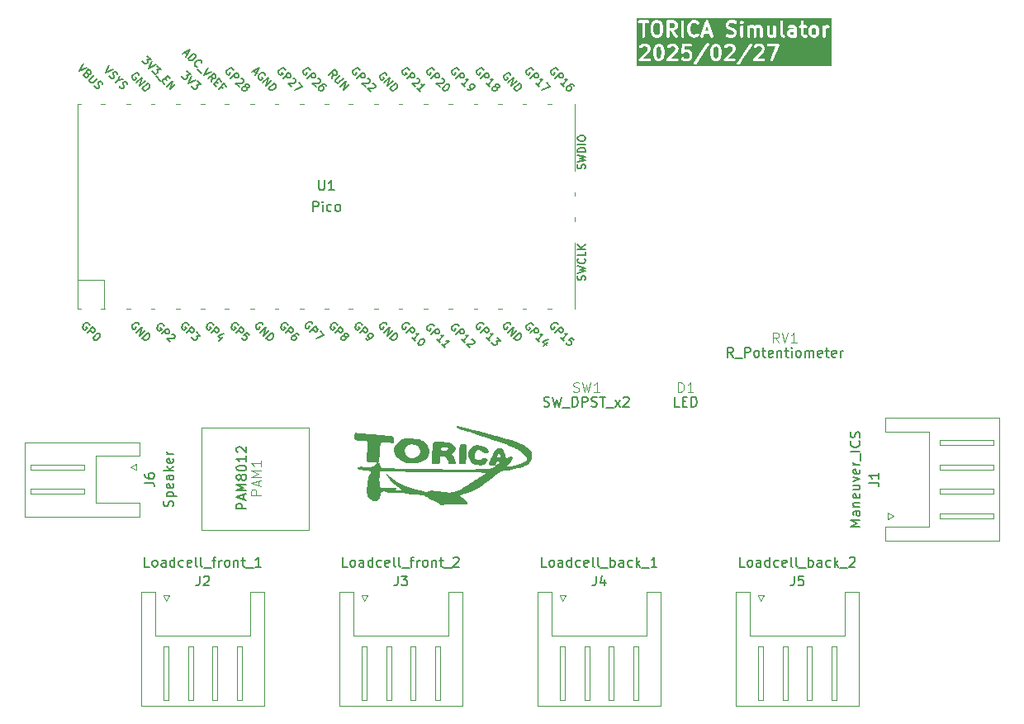
<source format=gbr>
%TF.GenerationSoftware,KiCad,Pcbnew,8.0.5*%
%TF.CreationDate,2025-02-28T15:20:49+09:00*%
%TF.ProjectId,PCB_Sim,5043425f-5369-46d2-9e6b-696361645f70,rev?*%
%TF.SameCoordinates,Original*%
%TF.FileFunction,Legend,Top*%
%TF.FilePolarity,Positive*%
%FSLAX46Y46*%
G04 Gerber Fmt 4.6, Leading zero omitted, Abs format (unit mm)*
G04 Created by KiCad (PCBNEW 8.0.5) date 2025-02-28 15:20:49*
%MOMM*%
%LPD*%
G01*
G04 APERTURE LIST*
%ADD10C,0.300000*%
%ADD11C,0.150000*%
%ADD12C,0.100000*%
%ADD13C,0.120000*%
%ADD14C,0.000000*%
G04 APERTURE END LIST*
D10*
G36*
X165025657Y-58545451D02*
G01*
X165062661Y-58582455D01*
X165115839Y-58688813D01*
X165178796Y-58940637D01*
X165178796Y-59260851D01*
X165115839Y-59512675D01*
X165062660Y-59619033D01*
X165025655Y-59656038D01*
X164936243Y-59700744D01*
X164864206Y-59700744D01*
X164774792Y-59656037D01*
X164737788Y-59619033D01*
X164684607Y-59512673D01*
X164621653Y-59260852D01*
X164621653Y-58940636D01*
X164684607Y-58688814D01*
X164737788Y-58582454D01*
X164774792Y-58545451D01*
X164864206Y-58500744D01*
X164936243Y-58500744D01*
X165025657Y-58545451D01*
G37*
G36*
X170882799Y-58545451D02*
G01*
X170919803Y-58582455D01*
X170972981Y-58688813D01*
X171035938Y-58940637D01*
X171035938Y-59260851D01*
X170972981Y-59512675D01*
X170919802Y-59619033D01*
X170882797Y-59656038D01*
X170793385Y-59700744D01*
X170721348Y-59700744D01*
X170631934Y-59656037D01*
X170594930Y-59619033D01*
X170541749Y-59512673D01*
X170478795Y-59260852D01*
X170478795Y-58940636D01*
X170541749Y-58688814D01*
X170594930Y-58582454D01*
X170631934Y-58545451D01*
X170721348Y-58500744D01*
X170793385Y-58500744D01*
X170882799Y-58545451D01*
G37*
G36*
X164882799Y-56130535D02*
G01*
X164979065Y-56226801D01*
X165035939Y-56454292D01*
X165035939Y-56917363D01*
X164979065Y-57144854D01*
X164882798Y-57241122D01*
X164793386Y-57285828D01*
X164578492Y-57285828D01*
X164489078Y-57241121D01*
X164392811Y-57144854D01*
X164335939Y-56917364D01*
X164335939Y-56454291D01*
X164392811Y-56226802D01*
X164489078Y-56130534D01*
X164578492Y-56085828D01*
X164793386Y-56085828D01*
X164882799Y-56130535D01*
G37*
G36*
X178750225Y-57271694D02*
G01*
X178721958Y-57285828D01*
X178435634Y-57285828D01*
X178369171Y-57252597D01*
X178335939Y-57186133D01*
X178335939Y-57114094D01*
X178369170Y-57047631D01*
X178435634Y-57014400D01*
X178750225Y-57014400D01*
X178750225Y-57271694D01*
G37*
G36*
X180954229Y-56630535D02*
G01*
X180991233Y-56667539D01*
X181035939Y-56756951D01*
X181035939Y-57114704D01*
X180991232Y-57204117D01*
X180954227Y-57241122D01*
X180864815Y-57285828D01*
X180721349Y-57285828D01*
X180631935Y-57241121D01*
X180594930Y-57204116D01*
X180550225Y-57114704D01*
X180550225Y-56756951D01*
X180594930Y-56667540D01*
X180631935Y-56630535D01*
X180721349Y-56585828D01*
X180864815Y-56585828D01*
X180954229Y-56630535D01*
G37*
G36*
X166454229Y-56130535D02*
G01*
X166491233Y-56167539D01*
X166535939Y-56256951D01*
X166535939Y-56400418D01*
X166491232Y-56489831D01*
X166454227Y-56526836D01*
X166364815Y-56571542D01*
X165978796Y-56571542D01*
X165978796Y-56085828D01*
X166364815Y-56085828D01*
X166454229Y-56130535D01*
G37*
G36*
X169977827Y-56857257D02*
G01*
X169679768Y-56857257D01*
X169828797Y-56410169D01*
X169977827Y-56857257D01*
G37*
G36*
X182571153Y-60524554D02*
G01*
X162586440Y-60524554D01*
X162586440Y-60208045D01*
X168464509Y-60208045D01*
X168475987Y-60265434D01*
X168508553Y-60314064D01*
X168557252Y-60346529D01*
X168614667Y-60357887D01*
X168672056Y-60346409D01*
X168720686Y-60313843D01*
X168739317Y-60291092D01*
X168794682Y-60208045D01*
X172893080Y-60208045D01*
X172904558Y-60265434D01*
X172937124Y-60314064D01*
X172985823Y-60346529D01*
X173043238Y-60357887D01*
X173100627Y-60346409D01*
X173149257Y-60313843D01*
X173167888Y-60291092D01*
X173480962Y-59821481D01*
X174538819Y-59821481D01*
X174538819Y-59880007D01*
X174561216Y-59934079D01*
X174602602Y-59975465D01*
X174634276Y-59988584D01*
X174656673Y-59997862D01*
X174685937Y-60000744D01*
X175614509Y-60000744D01*
X175643773Y-59997862D01*
X175697845Y-59975464D01*
X175739229Y-59934080D01*
X175761627Y-59880008D01*
X175761627Y-59821480D01*
X175739229Y-59767408D01*
X175697845Y-59726024D01*
X175643773Y-59703626D01*
X175614509Y-59700744D01*
X175048069Y-59700744D01*
X175649146Y-59099667D01*
X175667801Y-59076937D01*
X175669864Y-59071955D01*
X175673394Y-59067886D01*
X175685382Y-59041036D01*
X175756811Y-58826751D01*
X175760110Y-58812241D01*
X175761627Y-58808580D01*
X175762149Y-58803271D01*
X175763331Y-58798077D01*
X175763050Y-58794127D01*
X175764509Y-58779316D01*
X175764509Y-58636458D01*
X175761627Y-58607194D01*
X175759563Y-58602213D01*
X175759182Y-58596839D01*
X175748673Y-58569375D01*
X175677244Y-58426519D01*
X175669317Y-58413927D01*
X175667801Y-58410265D01*
X175664417Y-58406142D01*
X175661579Y-58401633D01*
X175658586Y-58399037D01*
X175649146Y-58387535D01*
X175583091Y-58321480D01*
X175967390Y-58321480D01*
X175967390Y-58380008D01*
X175989788Y-58434080D01*
X176031172Y-58475464D01*
X176085244Y-58497862D01*
X176114508Y-58500744D01*
X176887027Y-58500744D01*
X176333779Y-59791656D01*
X176324901Y-59819689D01*
X176324188Y-59878212D01*
X176345924Y-59932552D01*
X176386801Y-59974439D01*
X176440596Y-59997494D01*
X176499119Y-59998207D01*
X176553459Y-59976471D01*
X176595346Y-59935594D01*
X176609523Y-59909832D01*
X177252380Y-58409832D01*
X177261258Y-58381799D01*
X177261269Y-58380869D01*
X177261626Y-58380008D01*
X177261626Y-58351593D01*
X177261971Y-58323276D01*
X177261626Y-58322413D01*
X177261626Y-58321480D01*
X177250753Y-58295231D01*
X177240235Y-58268936D01*
X177239585Y-58268270D01*
X177239228Y-58267408D01*
X177219148Y-58247328D01*
X177199358Y-58227049D01*
X177198502Y-58226682D01*
X177197844Y-58226024D01*
X177171624Y-58215163D01*
X177145563Y-58203994D01*
X177144633Y-58203982D01*
X177143772Y-58203626D01*
X177114508Y-58200744D01*
X176114508Y-58200744D01*
X176085244Y-58203626D01*
X176031172Y-58226024D01*
X175989788Y-58267408D01*
X175967390Y-58321480D01*
X175583091Y-58321480D01*
X175577718Y-58316107D01*
X175566216Y-58306667D01*
X175563620Y-58303674D01*
X175559106Y-58300833D01*
X175554987Y-58297452D01*
X175551327Y-58295936D01*
X175538734Y-58288009D01*
X175395876Y-58216580D01*
X175368413Y-58206070D01*
X175363035Y-58205687D01*
X175358058Y-58203626D01*
X175328794Y-58200744D01*
X174971652Y-58200744D01*
X174942388Y-58203626D01*
X174937410Y-58205687D01*
X174932033Y-58206070D01*
X174904570Y-58216580D01*
X174761712Y-58288009D01*
X174749120Y-58295935D01*
X174745458Y-58297452D01*
X174741335Y-58300835D01*
X174736826Y-58303674D01*
X174734230Y-58306666D01*
X174722728Y-58316107D01*
X174651300Y-58387535D01*
X174632645Y-58410266D01*
X174610248Y-58464338D01*
X174610248Y-58522864D01*
X174632645Y-58576936D01*
X174674031Y-58618322D01*
X174728103Y-58640719D01*
X174786629Y-58640719D01*
X174840701Y-58618322D01*
X174863432Y-58599667D01*
X174917648Y-58545451D01*
X175007062Y-58500744D01*
X175293384Y-58500744D01*
X175382798Y-58545451D01*
X175419802Y-58582455D01*
X175464509Y-58671868D01*
X175464509Y-58754975D01*
X175411975Y-58912573D01*
X174579871Y-59744678D01*
X174561216Y-59767409D01*
X174551173Y-59791656D01*
X174541938Y-59813952D01*
X174538819Y-59821481D01*
X173480962Y-59821481D01*
X174453602Y-58362521D01*
X174467436Y-58336573D01*
X174478794Y-58279158D01*
X174467316Y-58221769D01*
X174434750Y-58173139D01*
X174386051Y-58140674D01*
X174328637Y-58129316D01*
X174271247Y-58140794D01*
X174222617Y-58173360D01*
X174203987Y-58196111D01*
X172918272Y-60124682D01*
X172904438Y-60150630D01*
X172893080Y-60208045D01*
X168794682Y-60208045D01*
X169651930Y-58922173D01*
X170178795Y-58922173D01*
X170178795Y-59279316D01*
X170179297Y-59284419D01*
X170178972Y-59286607D01*
X170180591Y-59297557D01*
X170181677Y-59308580D01*
X170182524Y-59310624D01*
X170183274Y-59315696D01*
X170254702Y-59601410D01*
X170255473Y-59603568D01*
X170255550Y-59604649D01*
X170260208Y-59616823D01*
X170264595Y-59629101D01*
X170265239Y-59629971D01*
X170266059Y-59632112D01*
X170337488Y-59774969D01*
X170345415Y-59787562D01*
X170346931Y-59791222D01*
X170350312Y-59795341D01*
X170353153Y-59799855D01*
X170356146Y-59802451D01*
X170365586Y-59813953D01*
X170437015Y-59885382D01*
X170448519Y-59894823D01*
X170451114Y-59897815D01*
X170455623Y-59900653D01*
X170459746Y-59904037D01*
X170463407Y-59905553D01*
X170475999Y-59913480D01*
X170618857Y-59984908D01*
X170646320Y-59995418D01*
X170651695Y-59995799D01*
X170656674Y-59997862D01*
X170685938Y-60000744D01*
X170828795Y-60000744D01*
X170858059Y-59997862D01*
X170863037Y-59995799D01*
X170868413Y-59995418D01*
X170895877Y-59984908D01*
X171038734Y-59913480D01*
X171051327Y-59905552D01*
X171054987Y-59904037D01*
X171059106Y-59900655D01*
X171063620Y-59897815D01*
X171066216Y-59894821D01*
X171077718Y-59885382D01*
X171141619Y-59821481D01*
X171538819Y-59821481D01*
X171538819Y-59880007D01*
X171561216Y-59934079D01*
X171602602Y-59975465D01*
X171634276Y-59988584D01*
X171656673Y-59997862D01*
X171685937Y-60000744D01*
X172614509Y-60000744D01*
X172643773Y-59997862D01*
X172697845Y-59975464D01*
X172739229Y-59934080D01*
X172761627Y-59880008D01*
X172761627Y-59821480D01*
X172739229Y-59767408D01*
X172697845Y-59726024D01*
X172643773Y-59703626D01*
X172614509Y-59700744D01*
X172048069Y-59700744D01*
X172649146Y-59099667D01*
X172667801Y-59076937D01*
X172669864Y-59071955D01*
X172673394Y-59067886D01*
X172685382Y-59041036D01*
X172756811Y-58826751D01*
X172760110Y-58812241D01*
X172761627Y-58808580D01*
X172762149Y-58803271D01*
X172763331Y-58798077D01*
X172763050Y-58794127D01*
X172764509Y-58779316D01*
X172764509Y-58636458D01*
X172761627Y-58607194D01*
X172759563Y-58602213D01*
X172759182Y-58596839D01*
X172748673Y-58569375D01*
X172677244Y-58426519D01*
X172669317Y-58413927D01*
X172667801Y-58410265D01*
X172664417Y-58406142D01*
X172661579Y-58401633D01*
X172658586Y-58399037D01*
X172649146Y-58387535D01*
X172577718Y-58316107D01*
X172566216Y-58306667D01*
X172563620Y-58303674D01*
X172559106Y-58300833D01*
X172554987Y-58297452D01*
X172551327Y-58295936D01*
X172538734Y-58288009D01*
X172395876Y-58216580D01*
X172368413Y-58206070D01*
X172363035Y-58205687D01*
X172358058Y-58203626D01*
X172328794Y-58200744D01*
X171971652Y-58200744D01*
X171942388Y-58203626D01*
X171937410Y-58205687D01*
X171932033Y-58206070D01*
X171904570Y-58216580D01*
X171761712Y-58288009D01*
X171749120Y-58295935D01*
X171745458Y-58297452D01*
X171741335Y-58300835D01*
X171736826Y-58303674D01*
X171734230Y-58306666D01*
X171722728Y-58316107D01*
X171651300Y-58387535D01*
X171632645Y-58410266D01*
X171610248Y-58464338D01*
X171610248Y-58522864D01*
X171632645Y-58576936D01*
X171674031Y-58618322D01*
X171728103Y-58640719D01*
X171786629Y-58640719D01*
X171840701Y-58618322D01*
X171863432Y-58599667D01*
X171917648Y-58545451D01*
X172007062Y-58500744D01*
X172293384Y-58500744D01*
X172382798Y-58545451D01*
X172419802Y-58582455D01*
X172464509Y-58671868D01*
X172464509Y-58754975D01*
X172411975Y-58912573D01*
X171579871Y-59744678D01*
X171561216Y-59767409D01*
X171551173Y-59791656D01*
X171541938Y-59813952D01*
X171538819Y-59821481D01*
X171141619Y-59821481D01*
X171149147Y-59813953D01*
X171158588Y-59802448D01*
X171161580Y-59799854D01*
X171164418Y-59795344D01*
X171167802Y-59791222D01*
X171169318Y-59787560D01*
X171177245Y-59774969D01*
X171248673Y-59632111D01*
X171249490Y-59629974D01*
X171250137Y-59629102D01*
X171254526Y-59616815D01*
X171259183Y-59604648D01*
X171259259Y-59603566D01*
X171260030Y-59601411D01*
X171331459Y-59315697D01*
X171332209Y-59310624D01*
X171333056Y-59308580D01*
X171334141Y-59297560D01*
X171335761Y-59286608D01*
X171335435Y-59284419D01*
X171335938Y-59279316D01*
X171335938Y-58922173D01*
X171335435Y-58917069D01*
X171335761Y-58914881D01*
X171334141Y-58903928D01*
X171333056Y-58892909D01*
X171332209Y-58890864D01*
X171331459Y-58885792D01*
X171260030Y-58600078D01*
X171259259Y-58597922D01*
X171259183Y-58596840D01*
X171254523Y-58584665D01*
X171250137Y-58572386D01*
X171249490Y-58571513D01*
X171248673Y-58569377D01*
X171177245Y-58426519D01*
X171169316Y-58413924D01*
X171167801Y-58410265D01*
X171164419Y-58406144D01*
X171161580Y-58401634D01*
X171158588Y-58399039D01*
X171149146Y-58387534D01*
X171077717Y-58316106D01*
X171066217Y-58306668D01*
X171063620Y-58303674D01*
X171059103Y-58300831D01*
X171054986Y-58297452D01*
X171051329Y-58295937D01*
X171038734Y-58288009D01*
X170895877Y-58216580D01*
X170868414Y-58206071D01*
X170863039Y-58205689D01*
X170858059Y-58203626D01*
X170828795Y-58200744D01*
X170685938Y-58200744D01*
X170656674Y-58203626D01*
X170651693Y-58205689D01*
X170646319Y-58206071D01*
X170618855Y-58216580D01*
X170475999Y-58288009D01*
X170463405Y-58295936D01*
X170459746Y-58297452D01*
X170455625Y-58300833D01*
X170451113Y-58303674D01*
X170448516Y-58306667D01*
X170437016Y-58316106D01*
X170365587Y-58387534D01*
X170356147Y-58399036D01*
X170353153Y-58401633D01*
X170350311Y-58406147D01*
X170346932Y-58410265D01*
X170345416Y-58413923D01*
X170337488Y-58426519D01*
X170266059Y-58569376D01*
X170265239Y-58571516D01*
X170264595Y-58572387D01*
X170260208Y-58584664D01*
X170255550Y-58596839D01*
X170255473Y-58597919D01*
X170254702Y-58600078D01*
X170183274Y-58885793D01*
X170182524Y-58890864D01*
X170181677Y-58892909D01*
X170180591Y-58903931D01*
X170178972Y-58914882D01*
X170179297Y-58917069D01*
X170178795Y-58922173D01*
X169651930Y-58922173D01*
X170025031Y-58362521D01*
X170038865Y-58336573D01*
X170050223Y-58279158D01*
X170038745Y-58221769D01*
X170006179Y-58173139D01*
X169957480Y-58140674D01*
X169900066Y-58129316D01*
X169842676Y-58140794D01*
X169794046Y-58173360D01*
X169775416Y-58196111D01*
X168489701Y-60124682D01*
X168475867Y-60150630D01*
X168464509Y-60208045D01*
X162586440Y-60208045D01*
X162586440Y-59821481D01*
X162824535Y-59821481D01*
X162824535Y-59880007D01*
X162846932Y-59934079D01*
X162888318Y-59975465D01*
X162919992Y-59988584D01*
X162942389Y-59997862D01*
X162971653Y-60000744D01*
X163900225Y-60000744D01*
X163929489Y-59997862D01*
X163983561Y-59975464D01*
X164024945Y-59934080D01*
X164047343Y-59880008D01*
X164047343Y-59821480D01*
X164024945Y-59767408D01*
X163983561Y-59726024D01*
X163929489Y-59703626D01*
X163900225Y-59700744D01*
X163333785Y-59700744D01*
X163934862Y-59099667D01*
X163953517Y-59076937D01*
X163955580Y-59071955D01*
X163959110Y-59067886D01*
X163971098Y-59041036D01*
X164010719Y-58922173D01*
X164321653Y-58922173D01*
X164321653Y-59279316D01*
X164322155Y-59284419D01*
X164321830Y-59286607D01*
X164323449Y-59297557D01*
X164324535Y-59308580D01*
X164325382Y-59310624D01*
X164326132Y-59315696D01*
X164397560Y-59601410D01*
X164398331Y-59603568D01*
X164398408Y-59604649D01*
X164403066Y-59616823D01*
X164407453Y-59629101D01*
X164408097Y-59629971D01*
X164408917Y-59632112D01*
X164480346Y-59774969D01*
X164488273Y-59787562D01*
X164489789Y-59791222D01*
X164493170Y-59795341D01*
X164496011Y-59799855D01*
X164499004Y-59802451D01*
X164508444Y-59813953D01*
X164579873Y-59885382D01*
X164591377Y-59894823D01*
X164593972Y-59897815D01*
X164598481Y-59900653D01*
X164602604Y-59904037D01*
X164606265Y-59905553D01*
X164618857Y-59913480D01*
X164761715Y-59984908D01*
X164789178Y-59995418D01*
X164794553Y-59995799D01*
X164799532Y-59997862D01*
X164828796Y-60000744D01*
X164971653Y-60000744D01*
X165000917Y-59997862D01*
X165005895Y-59995799D01*
X165011271Y-59995418D01*
X165038735Y-59984908D01*
X165181592Y-59913480D01*
X165194185Y-59905552D01*
X165197845Y-59904037D01*
X165201964Y-59900655D01*
X165206478Y-59897815D01*
X165209074Y-59894821D01*
X165220576Y-59885382D01*
X165284477Y-59821481D01*
X165681677Y-59821481D01*
X165681677Y-59880007D01*
X165704074Y-59934079D01*
X165745460Y-59975465D01*
X165777134Y-59988584D01*
X165799531Y-59997862D01*
X165828795Y-60000744D01*
X166757367Y-60000744D01*
X166786631Y-59997862D01*
X166840703Y-59975464D01*
X166882087Y-59934080D01*
X166904485Y-59880008D01*
X166904485Y-59821480D01*
X166882087Y-59767408D01*
X166840703Y-59726024D01*
X166786631Y-59703626D01*
X166757367Y-59700744D01*
X166190927Y-59700744D01*
X166792004Y-59099667D01*
X166808547Y-59079510D01*
X167179495Y-59079510D01*
X167181677Y-59086741D01*
X167181677Y-59094294D01*
X167190068Y-59114553D01*
X167196402Y-59135542D01*
X167201183Y-59141386D01*
X167204075Y-59148366D01*
X167219579Y-59163869D01*
X167233463Y-59180839D01*
X167240119Y-59184410D01*
X167245461Y-59189751D01*
X167265715Y-59198140D01*
X167285038Y-59208506D01*
X167292555Y-59209257D01*
X167299533Y-59212148D01*
X167321456Y-59212148D01*
X167343275Y-59214330D01*
X167350506Y-59212148D01*
X167358059Y-59212148D01*
X167378318Y-59203756D01*
X167399307Y-59197423D01*
X167405151Y-59192641D01*
X167412131Y-59189750D01*
X167434862Y-59171095D01*
X167489078Y-59116878D01*
X167578490Y-59072173D01*
X167864814Y-59072173D01*
X167954227Y-59116879D01*
X167991230Y-59153883D01*
X168035938Y-59243297D01*
X168035938Y-59529619D01*
X167991230Y-59619033D01*
X167954227Y-59656037D01*
X167864814Y-59700744D01*
X167578490Y-59700744D01*
X167489078Y-59656038D01*
X167434862Y-59601822D01*
X167412131Y-59583167D01*
X167358059Y-59560769D01*
X167299533Y-59560769D01*
X167245461Y-59583166D01*
X167204075Y-59624551D01*
X167181677Y-59678623D01*
X167181677Y-59737149D01*
X167204074Y-59791221D01*
X167222728Y-59813952D01*
X167294156Y-59885381D01*
X167305658Y-59894820D01*
X167308256Y-59897816D01*
X167312770Y-59900657D01*
X167316887Y-59904036D01*
X167320545Y-59905551D01*
X167333142Y-59913480D01*
X167476000Y-59984909D01*
X167503463Y-59995418D01*
X167508838Y-59995799D01*
X167513817Y-59997862D01*
X167543081Y-60000744D01*
X167900223Y-60000744D01*
X167929487Y-59997862D01*
X167934465Y-59995799D01*
X167939841Y-59995418D01*
X167967304Y-59984908D01*
X168110163Y-59913480D01*
X168122757Y-59905551D01*
X168126417Y-59904036D01*
X168130537Y-59900654D01*
X168135048Y-59897815D01*
X168137642Y-59894823D01*
X168149148Y-59885381D01*
X168220576Y-59813952D01*
X168230014Y-59802451D01*
X168233008Y-59799855D01*
X168235848Y-59795342D01*
X168239230Y-59791222D01*
X168240745Y-59787562D01*
X168248673Y-59774969D01*
X168320102Y-59632113D01*
X168330611Y-59604649D01*
X168330992Y-59599274D01*
X168333056Y-59594294D01*
X168335938Y-59565030D01*
X168335938Y-59207887D01*
X168333056Y-59178623D01*
X168330992Y-59173642D01*
X168330611Y-59168268D01*
X168320102Y-59140804D01*
X168248673Y-58997948D01*
X168240745Y-58985354D01*
X168239230Y-58981695D01*
X168235848Y-58977574D01*
X168233008Y-58973062D01*
X168230014Y-58970465D01*
X168220576Y-58958965D01*
X168149148Y-58887536D01*
X168137642Y-58878093D01*
X168135048Y-58875102D01*
X168130537Y-58872262D01*
X168126417Y-58868881D01*
X168122757Y-58867365D01*
X168110163Y-58859437D01*
X167967304Y-58788009D01*
X167939841Y-58777499D01*
X167934465Y-58777117D01*
X167929487Y-58775055D01*
X167900223Y-58772173D01*
X167543081Y-58772173D01*
X167513817Y-58775055D01*
X167508838Y-58777117D01*
X167508330Y-58777153D01*
X167535972Y-58500744D01*
X168114509Y-58500744D01*
X168143773Y-58497862D01*
X168197845Y-58475464D01*
X168239229Y-58434080D01*
X168261627Y-58380008D01*
X168261627Y-58321480D01*
X168239229Y-58267408D01*
X168197845Y-58226024D01*
X168143773Y-58203626D01*
X168114509Y-58200744D01*
X167400223Y-58200744D01*
X167389396Y-58201810D01*
X167385743Y-58201445D01*
X167382175Y-58202521D01*
X167370959Y-58203626D01*
X167350696Y-58212019D01*
X167329711Y-58218351D01*
X167323866Y-58223132D01*
X167316887Y-58226024D01*
X167301381Y-58241529D01*
X167284414Y-58255412D01*
X167280843Y-58262067D01*
X167275503Y-58267408D01*
X167267111Y-58287665D01*
X167256747Y-58306987D01*
X167254532Y-58318034D01*
X167253105Y-58321480D01*
X167253105Y-58325154D01*
X167250967Y-58335819D01*
X167179539Y-59050105D01*
X167179495Y-59079510D01*
X166808547Y-59079510D01*
X166810659Y-59076937D01*
X166812722Y-59071955D01*
X166816252Y-59067886D01*
X166828240Y-59041036D01*
X166899669Y-58826751D01*
X166902968Y-58812241D01*
X166904485Y-58808580D01*
X166905007Y-58803271D01*
X166906189Y-58798077D01*
X166905908Y-58794127D01*
X166907367Y-58779316D01*
X166907367Y-58636458D01*
X166904485Y-58607194D01*
X166902421Y-58602213D01*
X166902040Y-58596839D01*
X166891531Y-58569375D01*
X166820102Y-58426519D01*
X166812175Y-58413927D01*
X166810659Y-58410265D01*
X166807275Y-58406142D01*
X166804437Y-58401633D01*
X166801444Y-58399037D01*
X166792004Y-58387535D01*
X166720576Y-58316107D01*
X166709074Y-58306667D01*
X166706478Y-58303674D01*
X166701964Y-58300833D01*
X166697845Y-58297452D01*
X166694185Y-58295936D01*
X166681592Y-58288009D01*
X166538734Y-58216580D01*
X166511271Y-58206070D01*
X166505893Y-58205687D01*
X166500916Y-58203626D01*
X166471652Y-58200744D01*
X166114510Y-58200744D01*
X166085246Y-58203626D01*
X166080268Y-58205687D01*
X166074891Y-58206070D01*
X166047428Y-58216580D01*
X165904570Y-58288009D01*
X165891978Y-58295935D01*
X165888316Y-58297452D01*
X165884193Y-58300835D01*
X165879684Y-58303674D01*
X165877088Y-58306666D01*
X165865586Y-58316107D01*
X165794158Y-58387535D01*
X165775503Y-58410266D01*
X165753106Y-58464338D01*
X165753106Y-58522864D01*
X165775503Y-58576936D01*
X165816889Y-58618322D01*
X165870961Y-58640719D01*
X165929487Y-58640719D01*
X165983559Y-58618322D01*
X166006290Y-58599667D01*
X166060506Y-58545451D01*
X166149920Y-58500744D01*
X166436242Y-58500744D01*
X166525656Y-58545451D01*
X166562660Y-58582455D01*
X166607367Y-58671868D01*
X166607367Y-58754975D01*
X166554833Y-58912573D01*
X165722729Y-59744678D01*
X165704074Y-59767409D01*
X165694031Y-59791656D01*
X165684796Y-59813952D01*
X165681677Y-59821481D01*
X165284477Y-59821481D01*
X165292005Y-59813953D01*
X165301446Y-59802448D01*
X165304438Y-59799854D01*
X165307276Y-59795344D01*
X165310660Y-59791222D01*
X165312176Y-59787560D01*
X165320103Y-59774969D01*
X165391531Y-59632111D01*
X165392348Y-59629974D01*
X165392995Y-59629102D01*
X165397384Y-59616815D01*
X165402041Y-59604648D01*
X165402117Y-59603566D01*
X165402888Y-59601411D01*
X165474317Y-59315697D01*
X165475067Y-59310624D01*
X165475914Y-59308580D01*
X165476999Y-59297560D01*
X165478619Y-59286608D01*
X165478293Y-59284419D01*
X165478796Y-59279316D01*
X165478796Y-58922173D01*
X165478293Y-58917069D01*
X165478619Y-58914881D01*
X165476999Y-58903928D01*
X165475914Y-58892909D01*
X165475067Y-58890864D01*
X165474317Y-58885792D01*
X165402888Y-58600078D01*
X165402117Y-58597922D01*
X165402041Y-58596840D01*
X165397381Y-58584665D01*
X165392995Y-58572386D01*
X165392348Y-58571513D01*
X165391531Y-58569377D01*
X165320103Y-58426519D01*
X165312174Y-58413924D01*
X165310659Y-58410265D01*
X165307277Y-58406144D01*
X165304438Y-58401634D01*
X165301446Y-58399039D01*
X165292004Y-58387534D01*
X165220575Y-58316106D01*
X165209075Y-58306668D01*
X165206478Y-58303674D01*
X165201961Y-58300831D01*
X165197844Y-58297452D01*
X165194187Y-58295937D01*
X165181592Y-58288009D01*
X165038735Y-58216580D01*
X165011272Y-58206071D01*
X165005897Y-58205689D01*
X165000917Y-58203626D01*
X164971653Y-58200744D01*
X164828796Y-58200744D01*
X164799532Y-58203626D01*
X164794551Y-58205689D01*
X164789177Y-58206071D01*
X164761713Y-58216580D01*
X164618857Y-58288009D01*
X164606263Y-58295936D01*
X164602604Y-58297452D01*
X164598483Y-58300833D01*
X164593971Y-58303674D01*
X164591374Y-58306667D01*
X164579874Y-58316106D01*
X164508445Y-58387534D01*
X164499005Y-58399036D01*
X164496011Y-58401633D01*
X164493169Y-58406147D01*
X164489790Y-58410265D01*
X164488274Y-58413923D01*
X164480346Y-58426519D01*
X164408917Y-58569376D01*
X164408097Y-58571516D01*
X164407453Y-58572387D01*
X164403066Y-58584664D01*
X164398408Y-58596839D01*
X164398331Y-58597919D01*
X164397560Y-58600078D01*
X164326132Y-58885793D01*
X164325382Y-58890864D01*
X164324535Y-58892909D01*
X164323449Y-58903931D01*
X164321830Y-58914882D01*
X164322155Y-58917069D01*
X164321653Y-58922173D01*
X164010719Y-58922173D01*
X164042527Y-58826751D01*
X164045826Y-58812241D01*
X164047343Y-58808580D01*
X164047865Y-58803271D01*
X164049047Y-58798077D01*
X164048766Y-58794127D01*
X164050225Y-58779316D01*
X164050225Y-58636458D01*
X164047343Y-58607194D01*
X164045279Y-58602213D01*
X164044898Y-58596839D01*
X164034389Y-58569375D01*
X163962960Y-58426519D01*
X163955033Y-58413927D01*
X163953517Y-58410265D01*
X163950133Y-58406142D01*
X163947295Y-58401633D01*
X163944302Y-58399037D01*
X163934862Y-58387535D01*
X163863434Y-58316107D01*
X163851932Y-58306667D01*
X163849336Y-58303674D01*
X163844822Y-58300833D01*
X163840703Y-58297452D01*
X163837043Y-58295936D01*
X163824450Y-58288009D01*
X163681592Y-58216580D01*
X163654129Y-58206070D01*
X163648751Y-58205687D01*
X163643774Y-58203626D01*
X163614510Y-58200744D01*
X163257368Y-58200744D01*
X163228104Y-58203626D01*
X163223126Y-58205687D01*
X163217749Y-58206070D01*
X163190286Y-58216580D01*
X163047428Y-58288009D01*
X163034836Y-58295935D01*
X163031174Y-58297452D01*
X163027051Y-58300835D01*
X163022542Y-58303674D01*
X163019946Y-58306666D01*
X163008444Y-58316107D01*
X162937016Y-58387535D01*
X162918361Y-58410266D01*
X162895964Y-58464338D01*
X162895964Y-58522864D01*
X162918361Y-58576936D01*
X162959747Y-58618322D01*
X163013819Y-58640719D01*
X163072345Y-58640719D01*
X163126417Y-58618322D01*
X163149148Y-58599667D01*
X163203364Y-58545451D01*
X163292778Y-58500744D01*
X163579100Y-58500744D01*
X163668514Y-58545451D01*
X163705518Y-58582455D01*
X163750225Y-58671868D01*
X163750225Y-58754975D01*
X163697691Y-58912573D01*
X162865587Y-59744678D01*
X162846932Y-59767409D01*
X162836889Y-59791656D01*
X162827654Y-59813952D01*
X162824535Y-59821481D01*
X162586440Y-59821481D01*
X162586440Y-55906564D01*
X162753107Y-55906564D01*
X162753107Y-55965092D01*
X162775505Y-56019164D01*
X162816889Y-56060548D01*
X162870961Y-56082946D01*
X162900225Y-56085828D01*
X163178796Y-56085828D01*
X163178796Y-57435828D01*
X163181678Y-57465092D01*
X163204076Y-57519164D01*
X163245460Y-57560548D01*
X163299532Y-57582946D01*
X163358060Y-57582946D01*
X163412132Y-57560548D01*
X163453516Y-57519164D01*
X163475914Y-57465092D01*
X163478796Y-57435828D01*
X163478796Y-56435828D01*
X164035939Y-56435828D01*
X164035939Y-56935828D01*
X164036441Y-56940931D01*
X164036116Y-56943119D01*
X164037735Y-56954069D01*
X164038821Y-56965092D01*
X164039668Y-56967136D01*
X164040418Y-56972208D01*
X164111846Y-57257922D01*
X164121739Y-57285613D01*
X164128378Y-57294573D01*
X164132646Y-57304877D01*
X164151301Y-57327608D01*
X164294159Y-57470466D01*
X164305663Y-57479907D01*
X164308258Y-57482899D01*
X164312767Y-57485737D01*
X164316890Y-57489121D01*
X164320551Y-57490637D01*
X164333143Y-57498564D01*
X164476001Y-57569992D01*
X164503464Y-57580502D01*
X164508839Y-57580883D01*
X164513818Y-57582946D01*
X164543082Y-57585828D01*
X164828796Y-57585828D01*
X164858060Y-57582946D01*
X164863038Y-57580883D01*
X164868414Y-57580502D01*
X164895878Y-57569992D01*
X165038735Y-57498564D01*
X165051326Y-57490637D01*
X165054989Y-57489121D01*
X165059111Y-57485737D01*
X165063621Y-57482899D01*
X165066216Y-57479906D01*
X165077719Y-57470466D01*
X165220576Y-57327608D01*
X165239231Y-57304877D01*
X165243497Y-57294575D01*
X165250138Y-57285614D01*
X165260031Y-57257923D01*
X165331460Y-56972209D01*
X165332210Y-56967136D01*
X165333057Y-56965092D01*
X165334142Y-56954072D01*
X165335762Y-56943120D01*
X165335436Y-56940931D01*
X165335939Y-56935828D01*
X165335939Y-56435828D01*
X165335436Y-56430724D01*
X165335762Y-56428536D01*
X165334142Y-56417583D01*
X165333057Y-56406564D01*
X165332210Y-56404519D01*
X165331460Y-56399447D01*
X165260031Y-56113733D01*
X165250138Y-56086042D01*
X165243498Y-56077081D01*
X165239231Y-56066778D01*
X165220576Y-56044048D01*
X165112356Y-55935828D01*
X165678796Y-55935828D01*
X165678796Y-57435828D01*
X165681678Y-57465092D01*
X165704076Y-57519164D01*
X165745460Y-57560548D01*
X165799532Y-57582946D01*
X165858060Y-57582946D01*
X165912132Y-57560548D01*
X165953516Y-57519164D01*
X165975914Y-57465092D01*
X165978796Y-57435828D01*
X165978796Y-56871542D01*
X166107841Y-56871542D01*
X166563054Y-57521847D01*
X166582197Y-57544169D01*
X166631554Y-57575622D01*
X166689190Y-57585793D01*
X166746332Y-57573134D01*
X166794280Y-57539570D01*
X166825733Y-57490213D01*
X166835904Y-57432577D01*
X166823245Y-57375435D01*
X166808824Y-57349809D01*
X166463872Y-56857020D01*
X166467307Y-56855706D01*
X166610164Y-56784278D01*
X166622757Y-56776350D01*
X166626417Y-56774835D01*
X166630536Y-56771453D01*
X166635050Y-56768613D01*
X166637646Y-56765619D01*
X166649148Y-56756180D01*
X166720577Y-56684751D01*
X166730018Y-56673246D01*
X166733010Y-56670652D01*
X166735848Y-56666142D01*
X166739232Y-56662020D01*
X166740748Y-56658358D01*
X166748675Y-56645767D01*
X166820103Y-56502909D01*
X166830613Y-56475446D01*
X166830994Y-56470070D01*
X166833057Y-56465092D01*
X166835939Y-56435828D01*
X166835939Y-56221542D01*
X166833057Y-56192278D01*
X166830994Y-56187299D01*
X166830613Y-56181924D01*
X166820103Y-56154461D01*
X166748675Y-56011603D01*
X166740746Y-55999008D01*
X166739231Y-55995349D01*
X166735849Y-55991228D01*
X166733010Y-55986718D01*
X166730018Y-55984123D01*
X166720576Y-55972618D01*
X166683785Y-55935828D01*
X167178796Y-55935828D01*
X167178796Y-57435828D01*
X167181678Y-57465092D01*
X167204076Y-57519164D01*
X167245460Y-57560548D01*
X167299532Y-57582946D01*
X167358060Y-57582946D01*
X167412132Y-57560548D01*
X167453516Y-57519164D01*
X167475914Y-57465092D01*
X167478796Y-57435828D01*
X167478796Y-56578685D01*
X167821654Y-56578685D01*
X167821654Y-56792971D01*
X167822156Y-56798074D01*
X167821831Y-56800262D01*
X167823450Y-56811212D01*
X167824536Y-56822235D01*
X167825383Y-56824279D01*
X167826133Y-56829351D01*
X167897561Y-57115065D01*
X167898332Y-57117223D01*
X167898409Y-57118304D01*
X167903067Y-57130478D01*
X167907454Y-57142756D01*
X167908098Y-57143626D01*
X167908918Y-57145767D01*
X167980347Y-57288624D01*
X167988274Y-57301217D01*
X167989790Y-57304877D01*
X167993171Y-57308996D01*
X167996012Y-57313510D01*
X167999005Y-57316106D01*
X168008445Y-57327608D01*
X168151302Y-57470466D01*
X168174032Y-57489121D01*
X168179011Y-57491183D01*
X168183083Y-57494715D01*
X168209934Y-57506703D01*
X168424220Y-57578131D01*
X168438732Y-57581430D01*
X168442390Y-57582946D01*
X168447692Y-57583468D01*
X168452894Y-57584651D01*
X168456848Y-57584369D01*
X168471654Y-57585828D01*
X168614511Y-57585828D01*
X168629316Y-57584369D01*
X168633271Y-57584651D01*
X168638472Y-57583468D01*
X168643775Y-57582946D01*
X168647432Y-57581430D01*
X168661945Y-57578131D01*
X168876231Y-57506703D01*
X168903082Y-57494715D01*
X168907155Y-57491181D01*
X168912133Y-57489120D01*
X168934864Y-57470465D01*
X168988261Y-57417067D01*
X169179975Y-57417067D01*
X169184124Y-57475448D01*
X169210298Y-57527795D01*
X169254512Y-57566142D01*
X169310036Y-57584650D01*
X169368417Y-57580501D01*
X169420764Y-57554327D01*
X169459111Y-57510113D01*
X169471099Y-57483262D01*
X169579768Y-57157257D01*
X170077827Y-57157257D01*
X170186495Y-57483262D01*
X170198483Y-57510113D01*
X170236830Y-57554328D01*
X170289178Y-57580501D01*
X170347558Y-57584651D01*
X170403082Y-57566142D01*
X170447296Y-57527795D01*
X170473470Y-57475448D01*
X170477620Y-57417068D01*
X170471100Y-57388394D01*
X170082149Y-56221542D01*
X171750225Y-56221542D01*
X171750225Y-56364400D01*
X171753107Y-56393664D01*
X171755169Y-56398642D01*
X171755551Y-56404018D01*
X171766061Y-56431482D01*
X171837489Y-56574339D01*
X171845417Y-56586934D01*
X171846933Y-56590593D01*
X171850312Y-56594710D01*
X171853154Y-56599225D01*
X171856148Y-56601821D01*
X171865588Y-56613324D01*
X171937017Y-56684752D01*
X171948517Y-56694190D01*
X171951114Y-56697184D01*
X171955626Y-56700024D01*
X171959747Y-56703406D01*
X171963406Y-56704921D01*
X171976000Y-56712849D01*
X172118856Y-56784278D01*
X172120998Y-56785097D01*
X172121868Y-56785742D01*
X172134139Y-56790126D01*
X172146320Y-56794787D01*
X172147400Y-56794863D01*
X172149559Y-56795635D01*
X172419297Y-56863069D01*
X172525656Y-56916248D01*
X172562660Y-56953253D01*
X172607368Y-57042667D01*
X172607368Y-57114703D01*
X172562660Y-57204117D01*
X172525657Y-57241121D01*
X172436244Y-57285828D01*
X172138854Y-57285828D01*
X171947659Y-57222097D01*
X171918985Y-57215577D01*
X171860605Y-57219727D01*
X171808258Y-57245901D01*
X171769910Y-57290115D01*
X171751402Y-57345640D01*
X171755552Y-57404020D01*
X171781726Y-57456367D01*
X171825940Y-57494715D01*
X171852791Y-57506703D01*
X172067077Y-57578131D01*
X172081589Y-57581430D01*
X172085247Y-57582946D01*
X172090549Y-57583468D01*
X172095751Y-57584651D01*
X172099705Y-57584369D01*
X172114511Y-57585828D01*
X172471653Y-57585828D01*
X172500917Y-57582946D01*
X172505895Y-57580883D01*
X172511271Y-57580502D01*
X172538734Y-57569992D01*
X172681593Y-57498564D01*
X172694187Y-57490635D01*
X172697847Y-57489120D01*
X172701967Y-57485738D01*
X172706478Y-57482899D01*
X172709072Y-57479907D01*
X172720578Y-57470465D01*
X172792006Y-57399036D01*
X172801444Y-57387535D01*
X172804438Y-57384939D01*
X172807278Y-57380426D01*
X172810660Y-57376306D01*
X172812175Y-57372646D01*
X172820103Y-57360053D01*
X172891532Y-57217197D01*
X172902041Y-57189733D01*
X172902422Y-57184358D01*
X172904486Y-57179378D01*
X172907368Y-57150114D01*
X172907368Y-57007257D01*
X172904486Y-56977993D01*
X172902422Y-56973012D01*
X172902041Y-56967638D01*
X172891532Y-56940174D01*
X172820103Y-56797318D01*
X172812175Y-56784724D01*
X172810660Y-56781065D01*
X172807278Y-56776944D01*
X172804438Y-56772432D01*
X172801444Y-56769835D01*
X172792006Y-56758335D01*
X172720578Y-56686906D01*
X172709075Y-56677466D01*
X172706479Y-56674472D01*
X172701964Y-56671630D01*
X172697847Y-56668251D01*
X172694188Y-56666735D01*
X172681593Y-56658807D01*
X172538735Y-56587378D01*
X172536594Y-56586558D01*
X172535724Y-56585914D01*
X172523468Y-56581535D01*
X172511272Y-56576868D01*
X172510188Y-56576791D01*
X172508033Y-56576021D01*
X172238295Y-56508586D01*
X172131935Y-56455406D01*
X172112357Y-56435828D01*
X173250224Y-56435828D01*
X173250224Y-57435828D01*
X173253106Y-57465092D01*
X173275504Y-57519164D01*
X173316888Y-57560548D01*
X173370960Y-57582946D01*
X173429488Y-57582946D01*
X173483560Y-57560548D01*
X173524944Y-57519164D01*
X173547342Y-57465092D01*
X173550224Y-57435828D01*
X173550224Y-56435828D01*
X173964510Y-56435828D01*
X173964510Y-57435828D01*
X173967392Y-57465092D01*
X173989790Y-57519164D01*
X174031174Y-57560548D01*
X174085246Y-57582946D01*
X174143774Y-57582946D01*
X174197846Y-57560548D01*
X174239230Y-57519164D01*
X174261628Y-57465092D01*
X174264510Y-57435828D01*
X174264510Y-56640817D01*
X174274792Y-56630535D01*
X174364206Y-56585828D01*
X174507672Y-56585828D01*
X174574136Y-56619060D01*
X174607368Y-56685524D01*
X174607368Y-57435828D01*
X174610250Y-57465092D01*
X174632648Y-57519164D01*
X174674032Y-57560548D01*
X174728104Y-57582946D01*
X174786632Y-57582946D01*
X174840704Y-57560548D01*
X174882088Y-57519164D01*
X174904486Y-57465092D01*
X174907368Y-57435828D01*
X174907368Y-56685523D01*
X174940599Y-56619060D01*
X175007063Y-56585828D01*
X175150529Y-56585828D01*
X175216993Y-56619060D01*
X175250225Y-56685524D01*
X175250225Y-57435828D01*
X175253107Y-57465092D01*
X175275505Y-57519164D01*
X175316889Y-57560548D01*
X175370961Y-57582946D01*
X175429489Y-57582946D01*
X175483561Y-57560548D01*
X175524945Y-57519164D01*
X175547343Y-57465092D01*
X175550225Y-57435828D01*
X175550225Y-56650114D01*
X175547343Y-56620850D01*
X175545279Y-56615869D01*
X175544898Y-56610495D01*
X175534389Y-56583031D01*
X175462960Y-56440175D01*
X175460224Y-56435828D01*
X175964510Y-56435828D01*
X175964510Y-57221542D01*
X175967392Y-57250806D01*
X175969453Y-57255783D01*
X175969836Y-57261161D01*
X175980346Y-57288624D01*
X176051775Y-57431482D01*
X176054855Y-57436376D01*
X176055625Y-57438684D01*
X176058117Y-57441557D01*
X176067440Y-57456368D01*
X176081651Y-57468692D01*
X176093972Y-57482899D01*
X176108779Y-57492220D01*
X176111655Y-57494714D01*
X176113963Y-57495483D01*
X176118857Y-57498564D01*
X176261715Y-57569992D01*
X176289178Y-57580502D01*
X176294553Y-57580883D01*
X176299532Y-57582946D01*
X176328796Y-57585828D01*
X176543082Y-57585828D01*
X176572346Y-57582946D01*
X176577324Y-57580883D01*
X176582700Y-57580502D01*
X176610164Y-57569992D01*
X176659038Y-57545554D01*
X176674032Y-57560548D01*
X176728104Y-57582946D01*
X176786632Y-57582946D01*
X176840704Y-57560548D01*
X176882088Y-57519164D01*
X176904486Y-57465092D01*
X176907368Y-57435828D01*
X176907368Y-56435828D01*
X176904486Y-56406564D01*
X176882088Y-56352492D01*
X176840704Y-56311108D01*
X176786632Y-56288710D01*
X176728104Y-56288710D01*
X176674032Y-56311108D01*
X176632648Y-56352492D01*
X176610250Y-56406564D01*
X176607368Y-56435828D01*
X176607368Y-57230839D01*
X176597084Y-57241122D01*
X176507672Y-57285828D01*
X176364206Y-57285828D01*
X176297742Y-57252596D01*
X176264510Y-57186132D01*
X176264510Y-56435828D01*
X176261628Y-56406564D01*
X176239230Y-56352492D01*
X176197846Y-56311108D01*
X176143774Y-56288710D01*
X176085246Y-56288710D01*
X176031174Y-56311108D01*
X175989790Y-56352492D01*
X175967392Y-56406564D01*
X175964510Y-56435828D01*
X175460224Y-56435828D01*
X175459879Y-56435280D01*
X175459110Y-56432973D01*
X175456617Y-56430098D01*
X175447295Y-56415289D01*
X175433085Y-56402965D01*
X175420764Y-56388758D01*
X175405958Y-56379438D01*
X175403080Y-56376942D01*
X175400768Y-56376171D01*
X175395878Y-56373093D01*
X175253021Y-56301664D01*
X175225558Y-56291155D01*
X175220183Y-56290773D01*
X175215203Y-56288710D01*
X175185939Y-56285828D01*
X174971653Y-56285828D01*
X174942389Y-56288710D01*
X174937408Y-56290773D01*
X174932034Y-56291155D01*
X174904570Y-56301664D01*
X174761714Y-56373093D01*
X174757367Y-56375828D01*
X174753021Y-56373093D01*
X174610164Y-56301664D01*
X174582701Y-56291155D01*
X174577326Y-56290773D01*
X174572346Y-56288710D01*
X174543082Y-56285828D01*
X174328796Y-56285828D01*
X174299532Y-56288710D01*
X174294551Y-56290773D01*
X174289177Y-56291155D01*
X174261713Y-56301664D01*
X174212839Y-56326101D01*
X174197846Y-56311108D01*
X174143774Y-56288710D01*
X174085246Y-56288710D01*
X174031174Y-56311108D01*
X173989790Y-56352492D01*
X173967392Y-56406564D01*
X173964510Y-56435828D01*
X173550224Y-56435828D01*
X173547342Y-56406564D01*
X173524944Y-56352492D01*
X173483560Y-56311108D01*
X173429488Y-56288710D01*
X173370960Y-56288710D01*
X173316888Y-56311108D01*
X173275504Y-56352492D01*
X173253106Y-56406564D01*
X173250224Y-56435828D01*
X172112357Y-56435828D01*
X172094930Y-56418401D01*
X172050225Y-56328990D01*
X172050225Y-56256951D01*
X172094930Y-56167540D01*
X172131935Y-56130535D01*
X172221349Y-56085828D01*
X172518742Y-56085828D01*
X172709933Y-56149559D01*
X172738607Y-56156079D01*
X172796987Y-56151930D01*
X172849334Y-56125756D01*
X172887682Y-56081542D01*
X172906190Y-56026018D01*
X172902777Y-55977995D01*
X173181678Y-55977995D01*
X173181678Y-56036521D01*
X173186984Y-56049330D01*
X173204075Y-56090592D01*
X173222730Y-56113323D01*
X173294158Y-56184751D01*
X173316888Y-56203406D01*
X173339285Y-56212682D01*
X173370960Y-56225803D01*
X173429488Y-56225803D01*
X173467722Y-56209965D01*
X173483559Y-56203406D01*
X173483563Y-56203401D01*
X173506289Y-56184752D01*
X173577718Y-56113324D01*
X173596373Y-56090593D01*
X173596374Y-56090592D01*
X173618771Y-56036520D01*
X173618771Y-55977994D01*
X173601306Y-55935828D01*
X177321653Y-55935828D01*
X177321653Y-57221542D01*
X177324535Y-57250806D01*
X177326596Y-57255783D01*
X177326979Y-57261161D01*
X177337489Y-57288624D01*
X177408918Y-57431482D01*
X177411998Y-57436376D01*
X177412768Y-57438684D01*
X177415260Y-57441557D01*
X177424583Y-57456368D01*
X177438794Y-57468692D01*
X177451115Y-57482899D01*
X177465922Y-57492220D01*
X177468798Y-57494714D01*
X177471106Y-57495483D01*
X177476000Y-57498564D01*
X177618858Y-57569992D01*
X177646321Y-57580502D01*
X177704701Y-57584650D01*
X177760224Y-57566142D01*
X177804439Y-57527795D01*
X177830613Y-57475446D01*
X177834761Y-57417066D01*
X177816253Y-57361544D01*
X177777907Y-57317329D01*
X177753021Y-57301664D01*
X177654885Y-57252596D01*
X177621653Y-57186132D01*
X177621653Y-57078685D01*
X178035939Y-57078685D01*
X178035939Y-57221542D01*
X178038821Y-57250806D01*
X178040883Y-57255784D01*
X178041265Y-57261160D01*
X178051775Y-57288623D01*
X178123203Y-57431482D01*
X178126282Y-57436374D01*
X178127053Y-57438685D01*
X178129548Y-57441562D01*
X178138868Y-57456367D01*
X178153074Y-57468688D01*
X178165400Y-57482900D01*
X178180204Y-57492218D01*
X178183082Y-57494714D01*
X178185393Y-57495484D01*
X178190286Y-57498564D01*
X178333144Y-57569993D01*
X178360607Y-57580502D01*
X178365982Y-57580883D01*
X178370961Y-57582946D01*
X178400225Y-57585828D01*
X178757367Y-57585828D01*
X178786631Y-57582946D01*
X178791609Y-57580883D01*
X178796985Y-57580502D01*
X178824448Y-57569992D01*
X178831353Y-57566539D01*
X178870961Y-57582946D01*
X178929489Y-57582946D01*
X178983561Y-57560548D01*
X179024945Y-57519164D01*
X179047343Y-57465092D01*
X179050225Y-57435828D01*
X179050225Y-56650114D01*
X179047343Y-56620850D01*
X179045279Y-56615869D01*
X179044898Y-56610495D01*
X179034389Y-56583031D01*
X178962960Y-56440175D01*
X178959879Y-56435280D01*
X178959110Y-56432973D01*
X178956617Y-56430098D01*
X178947295Y-56415289D01*
X178937235Y-56406564D01*
X179253107Y-56406564D01*
X179253107Y-56465092D01*
X179275505Y-56519164D01*
X179316889Y-56560548D01*
X179370961Y-56582946D01*
X179400225Y-56585828D01*
X179464510Y-56585828D01*
X179464510Y-57221542D01*
X179467392Y-57250806D01*
X179469453Y-57255783D01*
X179469836Y-57261161D01*
X179480346Y-57288624D01*
X179551775Y-57431482D01*
X179554855Y-57436376D01*
X179555625Y-57438684D01*
X179558117Y-57441557D01*
X179567440Y-57456368D01*
X179581651Y-57468692D01*
X179593972Y-57482899D01*
X179608779Y-57492220D01*
X179611655Y-57494714D01*
X179613963Y-57495483D01*
X179618857Y-57498564D01*
X179761715Y-57569992D01*
X179789178Y-57580502D01*
X179794553Y-57580883D01*
X179799532Y-57582946D01*
X179828796Y-57585828D01*
X179971653Y-57585828D01*
X180000917Y-57582946D01*
X180054989Y-57560548D01*
X180096373Y-57519164D01*
X180118771Y-57465092D01*
X180118771Y-57406564D01*
X180096373Y-57352492D01*
X180054989Y-57311108D01*
X180000917Y-57288710D01*
X179971653Y-57285828D01*
X179864206Y-57285828D01*
X179797742Y-57252596D01*
X179764510Y-57186132D01*
X179764510Y-56721542D01*
X180250225Y-56721542D01*
X180250225Y-57150114D01*
X180253107Y-57179378D01*
X180255169Y-57184356D01*
X180255551Y-57189732D01*
X180266061Y-57217196D01*
X180337489Y-57360053D01*
X180345416Y-57372646D01*
X180346932Y-57376306D01*
X180350313Y-57380425D01*
X180353154Y-57384939D01*
X180356147Y-57387535D01*
X180365587Y-57399037D01*
X180437016Y-57470466D01*
X180448520Y-57479907D01*
X180451115Y-57482899D01*
X180455624Y-57485737D01*
X180459747Y-57489121D01*
X180463408Y-57490637D01*
X180476000Y-57498564D01*
X180618858Y-57569992D01*
X180646321Y-57580502D01*
X180651696Y-57580883D01*
X180656675Y-57582946D01*
X180685939Y-57585828D01*
X180900225Y-57585828D01*
X180929489Y-57582946D01*
X180934467Y-57580883D01*
X180939843Y-57580502D01*
X180967307Y-57569992D01*
X181110164Y-57498564D01*
X181122757Y-57490636D01*
X181126417Y-57489121D01*
X181130536Y-57485739D01*
X181135050Y-57482899D01*
X181137646Y-57479905D01*
X181149148Y-57470466D01*
X181220577Y-57399037D01*
X181230018Y-57387532D01*
X181233010Y-57384938D01*
X181235848Y-57380428D01*
X181239232Y-57376306D01*
X181240748Y-57372644D01*
X181248675Y-57360053D01*
X181320103Y-57217195D01*
X181330613Y-57189732D01*
X181330994Y-57184356D01*
X181333057Y-57179378D01*
X181335939Y-57150114D01*
X181335939Y-56721542D01*
X181333057Y-56692278D01*
X181330994Y-56687299D01*
X181330613Y-56681924D01*
X181320103Y-56654461D01*
X181248675Y-56511603D01*
X181240746Y-56499008D01*
X181239231Y-56495349D01*
X181235849Y-56491228D01*
X181233010Y-56486718D01*
X181230018Y-56484123D01*
X181220576Y-56472618D01*
X181183785Y-56435828D01*
X181678796Y-56435828D01*
X181678796Y-57435828D01*
X181681678Y-57465092D01*
X181704076Y-57519164D01*
X181745460Y-57560548D01*
X181799532Y-57582946D01*
X181858060Y-57582946D01*
X181912132Y-57560548D01*
X181953516Y-57519164D01*
X181975914Y-57465092D01*
X181978796Y-57435828D01*
X181978796Y-56756952D01*
X182023503Y-56667538D01*
X182060507Y-56630535D01*
X182149921Y-56585828D01*
X182257368Y-56585828D01*
X182286632Y-56582946D01*
X182340704Y-56560548D01*
X182382088Y-56519164D01*
X182404486Y-56465092D01*
X182404486Y-56406564D01*
X182382088Y-56352492D01*
X182340704Y-56311108D01*
X182286632Y-56288710D01*
X182257368Y-56285828D01*
X182114511Y-56285828D01*
X182085247Y-56288710D01*
X182080266Y-56290773D01*
X182074892Y-56291155D01*
X182047428Y-56301664D01*
X181950935Y-56349911D01*
X181912132Y-56311108D01*
X181858060Y-56288710D01*
X181799532Y-56288710D01*
X181745460Y-56311108D01*
X181704076Y-56352492D01*
X181681678Y-56406564D01*
X181678796Y-56435828D01*
X181183785Y-56435828D01*
X181149147Y-56401190D01*
X181137647Y-56391752D01*
X181135050Y-56388758D01*
X181130533Y-56385915D01*
X181126416Y-56382536D01*
X181122759Y-56381021D01*
X181110164Y-56373093D01*
X180967307Y-56301664D01*
X180939844Y-56291155D01*
X180934469Y-56290773D01*
X180929489Y-56288710D01*
X180900225Y-56285828D01*
X180685939Y-56285828D01*
X180656675Y-56288710D01*
X180651694Y-56290773D01*
X180646320Y-56291155D01*
X180618856Y-56301664D01*
X180476000Y-56373093D01*
X180463406Y-56381020D01*
X180459747Y-56382536D01*
X180455626Y-56385917D01*
X180451114Y-56388758D01*
X180448517Y-56391751D01*
X180437017Y-56401190D01*
X180365588Y-56472618D01*
X180356148Y-56484120D01*
X180353154Y-56486717D01*
X180350312Y-56491231D01*
X180346933Y-56495349D01*
X180345417Y-56499007D01*
X180337489Y-56511603D01*
X180266061Y-56654460D01*
X180255551Y-56681924D01*
X180255169Y-56687299D01*
X180253107Y-56692278D01*
X180250225Y-56721542D01*
X179764510Y-56721542D01*
X179764510Y-56585828D01*
X179971653Y-56585828D01*
X180000917Y-56582946D01*
X180054989Y-56560548D01*
X180096373Y-56519164D01*
X180118771Y-56465092D01*
X180118771Y-56406564D01*
X180096373Y-56352492D01*
X180054989Y-56311108D01*
X180000917Y-56288710D01*
X179971653Y-56285828D01*
X179764510Y-56285828D01*
X179764510Y-55935828D01*
X179761628Y-55906564D01*
X179739230Y-55852492D01*
X179697846Y-55811108D01*
X179643774Y-55788710D01*
X179585246Y-55788710D01*
X179531174Y-55811108D01*
X179489790Y-55852492D01*
X179467392Y-55906564D01*
X179464510Y-55935828D01*
X179464510Y-56285828D01*
X179400225Y-56285828D01*
X179370961Y-56288710D01*
X179316889Y-56311108D01*
X179275505Y-56352492D01*
X179253107Y-56406564D01*
X178937235Y-56406564D01*
X178933085Y-56402965D01*
X178920764Y-56388758D01*
X178905958Y-56379438D01*
X178903080Y-56376942D01*
X178900768Y-56376171D01*
X178895878Y-56373093D01*
X178753021Y-56301664D01*
X178725558Y-56291155D01*
X178720183Y-56290773D01*
X178715203Y-56288710D01*
X178685939Y-56285828D01*
X178400225Y-56285828D01*
X178370961Y-56288710D01*
X178365983Y-56290771D01*
X178360606Y-56291154D01*
X178333143Y-56301664D01*
X178190285Y-56373093D01*
X178165399Y-56388758D01*
X178127053Y-56432973D01*
X178108545Y-56488495D01*
X178112693Y-56546876D01*
X178138868Y-56599225D01*
X178183083Y-56637571D01*
X178238605Y-56656079D01*
X178296986Y-56651931D01*
X178324449Y-56641421D01*
X178435635Y-56585828D01*
X178650529Y-56585828D01*
X178716993Y-56619060D01*
X178750225Y-56685524D01*
X178750225Y-56700266D01*
X178721957Y-56714400D01*
X178400225Y-56714400D01*
X178370961Y-56717282D01*
X178365982Y-56719344D01*
X178360607Y-56719726D01*
X178333144Y-56730235D01*
X178190286Y-56801664D01*
X178185392Y-56804744D01*
X178183083Y-56805514D01*
X178180207Y-56808007D01*
X178165400Y-56817328D01*
X178153075Y-56831538D01*
X178138868Y-56843860D01*
X178129547Y-56858666D01*
X178127053Y-56861543D01*
X178126282Y-56863853D01*
X178123203Y-56868746D01*
X178051775Y-57011603D01*
X178041265Y-57039067D01*
X178040883Y-57044442D01*
X178038821Y-57049421D01*
X178035939Y-57078685D01*
X177621653Y-57078685D01*
X177621653Y-55935828D01*
X177618771Y-55906564D01*
X177596373Y-55852492D01*
X177554989Y-55811108D01*
X177500917Y-55788710D01*
X177442389Y-55788710D01*
X177388317Y-55811108D01*
X177346933Y-55852492D01*
X177324535Y-55906564D01*
X177321653Y-55935828D01*
X173601306Y-55935828D01*
X173596374Y-55923922D01*
X173577719Y-55901191D01*
X173506290Y-55829762D01*
X173483559Y-55811107D01*
X173451885Y-55797987D01*
X173429488Y-55788710D01*
X173370960Y-55788710D01*
X173348563Y-55797987D01*
X173316889Y-55811107D01*
X173316888Y-55811108D01*
X173294157Y-55829763D01*
X173222729Y-55901192D01*
X173204079Y-55923917D01*
X173204075Y-55923922D01*
X173183905Y-55972619D01*
X173181678Y-55977995D01*
X172902777Y-55977995D01*
X172902041Y-55967638D01*
X172875867Y-55915290D01*
X172831653Y-55876943D01*
X172804802Y-55864954D01*
X172590516Y-55793526D01*
X172576008Y-55790227D01*
X172572346Y-55788710D01*
X172567037Y-55788187D01*
X172561843Y-55787006D01*
X172557893Y-55787286D01*
X172543082Y-55785828D01*
X172185939Y-55785828D01*
X172156675Y-55788710D01*
X172151694Y-55790773D01*
X172146320Y-55791155D01*
X172118856Y-55801664D01*
X171976000Y-55873093D01*
X171963406Y-55881020D01*
X171959747Y-55882536D01*
X171955626Y-55885917D01*
X171951114Y-55888758D01*
X171948517Y-55891751D01*
X171937017Y-55901190D01*
X171865588Y-55972618D01*
X171856148Y-55984120D01*
X171853154Y-55986717D01*
X171850312Y-55991231D01*
X171846933Y-55995349D01*
X171845417Y-55999007D01*
X171837489Y-56011603D01*
X171766061Y-56154460D01*
X171755551Y-56181924D01*
X171755169Y-56187299D01*
X171753107Y-56192278D01*
X171750225Y-56221542D01*
X170082149Y-56221542D01*
X169971099Y-55888394D01*
X169959111Y-55861543D01*
X169952088Y-55853446D01*
X169947296Y-55843861D01*
X169933087Y-55831537D01*
X169920764Y-55817329D01*
X169911178Y-55812536D01*
X169903082Y-55805514D01*
X169885238Y-55799565D01*
X169868417Y-55791155D01*
X169857728Y-55790395D01*
X169847558Y-55787005D01*
X169828792Y-55788338D01*
X169810036Y-55787006D01*
X169799868Y-55790395D01*
X169789178Y-55791155D01*
X169772354Y-55799566D01*
X169754512Y-55805514D01*
X169746417Y-55812534D01*
X169736830Y-55817328D01*
X169724504Y-55831539D01*
X169710298Y-55843861D01*
X169705505Y-55853445D01*
X169698483Y-55861543D01*
X169686495Y-55888394D01*
X169186495Y-57388394D01*
X169179975Y-57417067D01*
X168988261Y-57417067D01*
X169006292Y-57399036D01*
X169024946Y-57376306D01*
X169047343Y-57322233D01*
X169047342Y-57263707D01*
X169024945Y-57209635D01*
X168983559Y-57168250D01*
X168929487Y-57145853D01*
X168870961Y-57145854D01*
X168816889Y-57168251D01*
X168794158Y-57186906D01*
X168747770Y-57233294D01*
X168590168Y-57285828D01*
X168495997Y-57285828D01*
X168338394Y-57233294D01*
X168237789Y-57132688D01*
X168184608Y-57026328D01*
X168121654Y-56774507D01*
X168121654Y-56597148D01*
X168184608Y-56345327D01*
X168237789Y-56238967D01*
X168338395Y-56138361D01*
X168495997Y-56085828D01*
X168590171Y-56085828D01*
X168747769Y-56138361D01*
X168794159Y-56184751D01*
X168816889Y-56203406D01*
X168870962Y-56225802D01*
X168929488Y-56225802D01*
X168983560Y-56203406D01*
X169024946Y-56162020D01*
X169047342Y-56107948D01*
X169047342Y-56049422D01*
X169024946Y-55995349D01*
X169006291Y-55972619D01*
X168934863Y-55901191D01*
X168912132Y-55882536D01*
X168907152Y-55880473D01*
X168903082Y-55876943D01*
X168876231Y-55864954D01*
X168661945Y-55793526D01*
X168647437Y-55790227D01*
X168643775Y-55788710D01*
X168638466Y-55788187D01*
X168633272Y-55787006D01*
X168629322Y-55787286D01*
X168614511Y-55785828D01*
X168471654Y-55785828D01*
X168456842Y-55787286D01*
X168452893Y-55787006D01*
X168447698Y-55788187D01*
X168442390Y-55788710D01*
X168438728Y-55790226D01*
X168424219Y-55793526D01*
X168209934Y-55864955D01*
X168183083Y-55876943D01*
X168179013Y-55880472D01*
X168174032Y-55882536D01*
X168151302Y-55901191D01*
X168008445Y-56044048D01*
X167999005Y-56055549D01*
X167996012Y-56058146D01*
X167993171Y-56062659D01*
X167989790Y-56066779D01*
X167988274Y-56070438D01*
X167980347Y-56083032D01*
X167908918Y-56225889D01*
X167908098Y-56228029D01*
X167907454Y-56228900D01*
X167903067Y-56241177D01*
X167898409Y-56253352D01*
X167898332Y-56254432D01*
X167897561Y-56256591D01*
X167826133Y-56542305D01*
X167825383Y-56547376D01*
X167824536Y-56549421D01*
X167823450Y-56560443D01*
X167821831Y-56571394D01*
X167822156Y-56573581D01*
X167821654Y-56578685D01*
X167478796Y-56578685D01*
X167478796Y-55935828D01*
X167475914Y-55906564D01*
X167453516Y-55852492D01*
X167412132Y-55811108D01*
X167358060Y-55788710D01*
X167299532Y-55788710D01*
X167245460Y-55811108D01*
X167204076Y-55852492D01*
X167181678Y-55906564D01*
X167178796Y-55935828D01*
X166683785Y-55935828D01*
X166649147Y-55901190D01*
X166637647Y-55891752D01*
X166635050Y-55888758D01*
X166630533Y-55885915D01*
X166626416Y-55882536D01*
X166622759Y-55881021D01*
X166610164Y-55873093D01*
X166467307Y-55801664D01*
X166439844Y-55791155D01*
X166434469Y-55790773D01*
X166429489Y-55788710D01*
X166400225Y-55785828D01*
X165828796Y-55785828D01*
X165799532Y-55788710D01*
X165745460Y-55811108D01*
X165704076Y-55852492D01*
X165681678Y-55906564D01*
X165678796Y-55935828D01*
X165112356Y-55935828D01*
X165077719Y-55901191D01*
X165066217Y-55891751D01*
X165063621Y-55888758D01*
X165059107Y-55885917D01*
X165054988Y-55882536D01*
X165051328Y-55881020D01*
X165038735Y-55873093D01*
X164895878Y-55801664D01*
X164868415Y-55791155D01*
X164863040Y-55790773D01*
X164858060Y-55788710D01*
X164828796Y-55785828D01*
X164543082Y-55785828D01*
X164513818Y-55788710D01*
X164508837Y-55790773D01*
X164503463Y-55791155D01*
X164475999Y-55801664D01*
X164333143Y-55873093D01*
X164320549Y-55881020D01*
X164316890Y-55882536D01*
X164312770Y-55885917D01*
X164308257Y-55888758D01*
X164305660Y-55891752D01*
X164294159Y-55901191D01*
X164151301Y-56044048D01*
X164132646Y-56066778D01*
X164128377Y-56077083D01*
X164121739Y-56086043D01*
X164111846Y-56113734D01*
X164040418Y-56399448D01*
X164039668Y-56404519D01*
X164038821Y-56406564D01*
X164037735Y-56417586D01*
X164036116Y-56428537D01*
X164036441Y-56430724D01*
X164035939Y-56435828D01*
X163478796Y-56435828D01*
X163478796Y-56085828D01*
X163757368Y-56085828D01*
X163786632Y-56082946D01*
X163840704Y-56060548D01*
X163882088Y-56019164D01*
X163904486Y-55965092D01*
X163904486Y-55906564D01*
X163882088Y-55852492D01*
X163840704Y-55811108D01*
X163786632Y-55788710D01*
X163757368Y-55785828D01*
X162900225Y-55785828D01*
X162870961Y-55788710D01*
X162816889Y-55811108D01*
X162775505Y-55852492D01*
X162753107Y-55906564D01*
X162586440Y-55906564D01*
X162586440Y-55619161D01*
X182571153Y-55619161D01*
X182571153Y-60524554D01*
G37*
D11*
X138116666Y-112794819D02*
X138116666Y-113509104D01*
X138116666Y-113509104D02*
X138069047Y-113651961D01*
X138069047Y-113651961D02*
X137973809Y-113747200D01*
X137973809Y-113747200D02*
X137830952Y-113794819D01*
X137830952Y-113794819D02*
X137735714Y-113794819D01*
X138497619Y-112794819D02*
X139116666Y-112794819D01*
X139116666Y-112794819D02*
X138783333Y-113175771D01*
X138783333Y-113175771D02*
X138926190Y-113175771D01*
X138926190Y-113175771D02*
X139021428Y-113223390D01*
X139021428Y-113223390D02*
X139069047Y-113271009D01*
X139069047Y-113271009D02*
X139116666Y-113366247D01*
X139116666Y-113366247D02*
X139116666Y-113604342D01*
X139116666Y-113604342D02*
X139069047Y-113699580D01*
X139069047Y-113699580D02*
X139021428Y-113747200D01*
X139021428Y-113747200D02*
X138926190Y-113794819D01*
X138926190Y-113794819D02*
X138640476Y-113794819D01*
X138640476Y-113794819D02*
X138545238Y-113747200D01*
X138545238Y-113747200D02*
X138497619Y-113699580D01*
X132977617Y-111854819D02*
X132501427Y-111854819D01*
X132501427Y-111854819D02*
X132501427Y-110854819D01*
X133453808Y-111854819D02*
X133358570Y-111807200D01*
X133358570Y-111807200D02*
X133310951Y-111759580D01*
X133310951Y-111759580D02*
X133263332Y-111664342D01*
X133263332Y-111664342D02*
X133263332Y-111378628D01*
X133263332Y-111378628D02*
X133310951Y-111283390D01*
X133310951Y-111283390D02*
X133358570Y-111235771D01*
X133358570Y-111235771D02*
X133453808Y-111188152D01*
X133453808Y-111188152D02*
X133596665Y-111188152D01*
X133596665Y-111188152D02*
X133691903Y-111235771D01*
X133691903Y-111235771D02*
X133739522Y-111283390D01*
X133739522Y-111283390D02*
X133787141Y-111378628D01*
X133787141Y-111378628D02*
X133787141Y-111664342D01*
X133787141Y-111664342D02*
X133739522Y-111759580D01*
X133739522Y-111759580D02*
X133691903Y-111807200D01*
X133691903Y-111807200D02*
X133596665Y-111854819D01*
X133596665Y-111854819D02*
X133453808Y-111854819D01*
X134644284Y-111854819D02*
X134644284Y-111331009D01*
X134644284Y-111331009D02*
X134596665Y-111235771D01*
X134596665Y-111235771D02*
X134501427Y-111188152D01*
X134501427Y-111188152D02*
X134310951Y-111188152D01*
X134310951Y-111188152D02*
X134215713Y-111235771D01*
X134644284Y-111807200D02*
X134549046Y-111854819D01*
X134549046Y-111854819D02*
X134310951Y-111854819D01*
X134310951Y-111854819D02*
X134215713Y-111807200D01*
X134215713Y-111807200D02*
X134168094Y-111711961D01*
X134168094Y-111711961D02*
X134168094Y-111616723D01*
X134168094Y-111616723D02*
X134215713Y-111521485D01*
X134215713Y-111521485D02*
X134310951Y-111473866D01*
X134310951Y-111473866D02*
X134549046Y-111473866D01*
X134549046Y-111473866D02*
X134644284Y-111426247D01*
X135549046Y-111854819D02*
X135549046Y-110854819D01*
X135549046Y-111807200D02*
X135453808Y-111854819D01*
X135453808Y-111854819D02*
X135263332Y-111854819D01*
X135263332Y-111854819D02*
X135168094Y-111807200D01*
X135168094Y-111807200D02*
X135120475Y-111759580D01*
X135120475Y-111759580D02*
X135072856Y-111664342D01*
X135072856Y-111664342D02*
X135072856Y-111378628D01*
X135072856Y-111378628D02*
X135120475Y-111283390D01*
X135120475Y-111283390D02*
X135168094Y-111235771D01*
X135168094Y-111235771D02*
X135263332Y-111188152D01*
X135263332Y-111188152D02*
X135453808Y-111188152D01*
X135453808Y-111188152D02*
X135549046Y-111235771D01*
X136453808Y-111807200D02*
X136358570Y-111854819D01*
X136358570Y-111854819D02*
X136168094Y-111854819D01*
X136168094Y-111854819D02*
X136072856Y-111807200D01*
X136072856Y-111807200D02*
X136025237Y-111759580D01*
X136025237Y-111759580D02*
X135977618Y-111664342D01*
X135977618Y-111664342D02*
X135977618Y-111378628D01*
X135977618Y-111378628D02*
X136025237Y-111283390D01*
X136025237Y-111283390D02*
X136072856Y-111235771D01*
X136072856Y-111235771D02*
X136168094Y-111188152D01*
X136168094Y-111188152D02*
X136358570Y-111188152D01*
X136358570Y-111188152D02*
X136453808Y-111235771D01*
X137263332Y-111807200D02*
X137168094Y-111854819D01*
X137168094Y-111854819D02*
X136977618Y-111854819D01*
X136977618Y-111854819D02*
X136882380Y-111807200D01*
X136882380Y-111807200D02*
X136834761Y-111711961D01*
X136834761Y-111711961D02*
X136834761Y-111331009D01*
X136834761Y-111331009D02*
X136882380Y-111235771D01*
X136882380Y-111235771D02*
X136977618Y-111188152D01*
X136977618Y-111188152D02*
X137168094Y-111188152D01*
X137168094Y-111188152D02*
X137263332Y-111235771D01*
X137263332Y-111235771D02*
X137310951Y-111331009D01*
X137310951Y-111331009D02*
X137310951Y-111426247D01*
X137310951Y-111426247D02*
X136834761Y-111521485D01*
X137882380Y-111854819D02*
X137787142Y-111807200D01*
X137787142Y-111807200D02*
X137739523Y-111711961D01*
X137739523Y-111711961D02*
X137739523Y-110854819D01*
X138406190Y-111854819D02*
X138310952Y-111807200D01*
X138310952Y-111807200D02*
X138263333Y-111711961D01*
X138263333Y-111711961D02*
X138263333Y-110854819D01*
X138549048Y-111950057D02*
X139310952Y-111950057D01*
X139406191Y-111188152D02*
X139787143Y-111188152D01*
X139549048Y-111854819D02*
X139549048Y-110997676D01*
X139549048Y-110997676D02*
X139596667Y-110902438D01*
X139596667Y-110902438D02*
X139691905Y-110854819D01*
X139691905Y-110854819D02*
X139787143Y-110854819D01*
X140120477Y-111854819D02*
X140120477Y-111188152D01*
X140120477Y-111378628D02*
X140168096Y-111283390D01*
X140168096Y-111283390D02*
X140215715Y-111235771D01*
X140215715Y-111235771D02*
X140310953Y-111188152D01*
X140310953Y-111188152D02*
X140406191Y-111188152D01*
X140882382Y-111854819D02*
X140787144Y-111807200D01*
X140787144Y-111807200D02*
X140739525Y-111759580D01*
X140739525Y-111759580D02*
X140691906Y-111664342D01*
X140691906Y-111664342D02*
X140691906Y-111378628D01*
X140691906Y-111378628D02*
X140739525Y-111283390D01*
X140739525Y-111283390D02*
X140787144Y-111235771D01*
X140787144Y-111235771D02*
X140882382Y-111188152D01*
X140882382Y-111188152D02*
X141025239Y-111188152D01*
X141025239Y-111188152D02*
X141120477Y-111235771D01*
X141120477Y-111235771D02*
X141168096Y-111283390D01*
X141168096Y-111283390D02*
X141215715Y-111378628D01*
X141215715Y-111378628D02*
X141215715Y-111664342D01*
X141215715Y-111664342D02*
X141168096Y-111759580D01*
X141168096Y-111759580D02*
X141120477Y-111807200D01*
X141120477Y-111807200D02*
X141025239Y-111854819D01*
X141025239Y-111854819D02*
X140882382Y-111854819D01*
X141644287Y-111188152D02*
X141644287Y-111854819D01*
X141644287Y-111283390D02*
X141691906Y-111235771D01*
X141691906Y-111235771D02*
X141787144Y-111188152D01*
X141787144Y-111188152D02*
X141930001Y-111188152D01*
X141930001Y-111188152D02*
X142025239Y-111235771D01*
X142025239Y-111235771D02*
X142072858Y-111331009D01*
X142072858Y-111331009D02*
X142072858Y-111854819D01*
X142406192Y-111188152D02*
X142787144Y-111188152D01*
X142549049Y-110854819D02*
X142549049Y-111711961D01*
X142549049Y-111711961D02*
X142596668Y-111807200D01*
X142596668Y-111807200D02*
X142691906Y-111854819D01*
X142691906Y-111854819D02*
X142787144Y-111854819D01*
X142882383Y-111950057D02*
X143644287Y-111950057D01*
X143834764Y-110950057D02*
X143882383Y-110902438D01*
X143882383Y-110902438D02*
X143977621Y-110854819D01*
X143977621Y-110854819D02*
X144215716Y-110854819D01*
X144215716Y-110854819D02*
X144310954Y-110902438D01*
X144310954Y-110902438D02*
X144358573Y-110950057D01*
X144358573Y-110950057D02*
X144406192Y-111045295D01*
X144406192Y-111045295D02*
X144406192Y-111140533D01*
X144406192Y-111140533D02*
X144358573Y-111283390D01*
X144358573Y-111283390D02*
X143787145Y-111854819D01*
X143787145Y-111854819D02*
X144406192Y-111854819D01*
D12*
X166901905Y-93937419D02*
X166901905Y-92937419D01*
X166901905Y-92937419D02*
X167140000Y-92937419D01*
X167140000Y-92937419D02*
X167282857Y-92985038D01*
X167282857Y-92985038D02*
X167378095Y-93080276D01*
X167378095Y-93080276D02*
X167425714Y-93175514D01*
X167425714Y-93175514D02*
X167473333Y-93365990D01*
X167473333Y-93365990D02*
X167473333Y-93508847D01*
X167473333Y-93508847D02*
X167425714Y-93699323D01*
X167425714Y-93699323D02*
X167378095Y-93794561D01*
X167378095Y-93794561D02*
X167282857Y-93889800D01*
X167282857Y-93889800D02*
X167140000Y-93937419D01*
X167140000Y-93937419D02*
X166901905Y-93937419D01*
X168425714Y-93937419D02*
X167854286Y-93937419D01*
X168140000Y-93937419D02*
X168140000Y-92937419D01*
X168140000Y-92937419D02*
X168044762Y-93080276D01*
X168044762Y-93080276D02*
X167949524Y-93175514D01*
X167949524Y-93175514D02*
X167854286Y-93223133D01*
D11*
X166997142Y-95434819D02*
X166520952Y-95434819D01*
X166520952Y-95434819D02*
X166520952Y-94434819D01*
X167330476Y-94911009D02*
X167663809Y-94911009D01*
X167806666Y-95434819D02*
X167330476Y-95434819D01*
X167330476Y-95434819D02*
X167330476Y-94434819D01*
X167330476Y-94434819D02*
X167806666Y-94434819D01*
X168235238Y-95434819D02*
X168235238Y-94434819D01*
X168235238Y-94434819D02*
X168473333Y-94434819D01*
X168473333Y-94434819D02*
X168616190Y-94482438D01*
X168616190Y-94482438D02*
X168711428Y-94577676D01*
X168711428Y-94577676D02*
X168759047Y-94672914D01*
X168759047Y-94672914D02*
X168806666Y-94863390D01*
X168806666Y-94863390D02*
X168806666Y-95006247D01*
X168806666Y-95006247D02*
X168759047Y-95196723D01*
X168759047Y-95196723D02*
X168711428Y-95291961D01*
X168711428Y-95291961D02*
X168616190Y-95387200D01*
X168616190Y-95387200D02*
X168473333Y-95434819D01*
X168473333Y-95434819D02*
X168235238Y-95434819D01*
D12*
X177204761Y-88857419D02*
X176871428Y-88381228D01*
X176633333Y-88857419D02*
X176633333Y-87857419D01*
X176633333Y-87857419D02*
X177014285Y-87857419D01*
X177014285Y-87857419D02*
X177109523Y-87905038D01*
X177109523Y-87905038D02*
X177157142Y-87952657D01*
X177157142Y-87952657D02*
X177204761Y-88047895D01*
X177204761Y-88047895D02*
X177204761Y-88190752D01*
X177204761Y-88190752D02*
X177157142Y-88285990D01*
X177157142Y-88285990D02*
X177109523Y-88333609D01*
X177109523Y-88333609D02*
X177014285Y-88381228D01*
X177014285Y-88381228D02*
X176633333Y-88381228D01*
X177490476Y-87857419D02*
X177823809Y-88857419D01*
X177823809Y-88857419D02*
X178157142Y-87857419D01*
X179014285Y-88857419D02*
X178442857Y-88857419D01*
X178728571Y-88857419D02*
X178728571Y-87857419D01*
X178728571Y-87857419D02*
X178633333Y-88000276D01*
X178633333Y-88000276D02*
X178538095Y-88095514D01*
X178538095Y-88095514D02*
X178442857Y-88143133D01*
D11*
X172514284Y-90354819D02*
X172180951Y-89878628D01*
X171942856Y-90354819D02*
X171942856Y-89354819D01*
X171942856Y-89354819D02*
X172323808Y-89354819D01*
X172323808Y-89354819D02*
X172419046Y-89402438D01*
X172419046Y-89402438D02*
X172466665Y-89450057D01*
X172466665Y-89450057D02*
X172514284Y-89545295D01*
X172514284Y-89545295D02*
X172514284Y-89688152D01*
X172514284Y-89688152D02*
X172466665Y-89783390D01*
X172466665Y-89783390D02*
X172419046Y-89831009D01*
X172419046Y-89831009D02*
X172323808Y-89878628D01*
X172323808Y-89878628D02*
X171942856Y-89878628D01*
X172704761Y-90450057D02*
X173466665Y-90450057D01*
X173704761Y-90354819D02*
X173704761Y-89354819D01*
X173704761Y-89354819D02*
X174085713Y-89354819D01*
X174085713Y-89354819D02*
X174180951Y-89402438D01*
X174180951Y-89402438D02*
X174228570Y-89450057D01*
X174228570Y-89450057D02*
X174276189Y-89545295D01*
X174276189Y-89545295D02*
X174276189Y-89688152D01*
X174276189Y-89688152D02*
X174228570Y-89783390D01*
X174228570Y-89783390D02*
X174180951Y-89831009D01*
X174180951Y-89831009D02*
X174085713Y-89878628D01*
X174085713Y-89878628D02*
X173704761Y-89878628D01*
X174847618Y-90354819D02*
X174752380Y-90307200D01*
X174752380Y-90307200D02*
X174704761Y-90259580D01*
X174704761Y-90259580D02*
X174657142Y-90164342D01*
X174657142Y-90164342D02*
X174657142Y-89878628D01*
X174657142Y-89878628D02*
X174704761Y-89783390D01*
X174704761Y-89783390D02*
X174752380Y-89735771D01*
X174752380Y-89735771D02*
X174847618Y-89688152D01*
X174847618Y-89688152D02*
X174990475Y-89688152D01*
X174990475Y-89688152D02*
X175085713Y-89735771D01*
X175085713Y-89735771D02*
X175133332Y-89783390D01*
X175133332Y-89783390D02*
X175180951Y-89878628D01*
X175180951Y-89878628D02*
X175180951Y-90164342D01*
X175180951Y-90164342D02*
X175133332Y-90259580D01*
X175133332Y-90259580D02*
X175085713Y-90307200D01*
X175085713Y-90307200D02*
X174990475Y-90354819D01*
X174990475Y-90354819D02*
X174847618Y-90354819D01*
X175466666Y-89688152D02*
X175847618Y-89688152D01*
X175609523Y-89354819D02*
X175609523Y-90211961D01*
X175609523Y-90211961D02*
X175657142Y-90307200D01*
X175657142Y-90307200D02*
X175752380Y-90354819D01*
X175752380Y-90354819D02*
X175847618Y-90354819D01*
X176561904Y-90307200D02*
X176466666Y-90354819D01*
X176466666Y-90354819D02*
X176276190Y-90354819D01*
X176276190Y-90354819D02*
X176180952Y-90307200D01*
X176180952Y-90307200D02*
X176133333Y-90211961D01*
X176133333Y-90211961D02*
X176133333Y-89831009D01*
X176133333Y-89831009D02*
X176180952Y-89735771D01*
X176180952Y-89735771D02*
X176276190Y-89688152D01*
X176276190Y-89688152D02*
X176466666Y-89688152D01*
X176466666Y-89688152D02*
X176561904Y-89735771D01*
X176561904Y-89735771D02*
X176609523Y-89831009D01*
X176609523Y-89831009D02*
X176609523Y-89926247D01*
X176609523Y-89926247D02*
X176133333Y-90021485D01*
X177038095Y-89688152D02*
X177038095Y-90354819D01*
X177038095Y-89783390D02*
X177085714Y-89735771D01*
X177085714Y-89735771D02*
X177180952Y-89688152D01*
X177180952Y-89688152D02*
X177323809Y-89688152D01*
X177323809Y-89688152D02*
X177419047Y-89735771D01*
X177419047Y-89735771D02*
X177466666Y-89831009D01*
X177466666Y-89831009D02*
X177466666Y-90354819D01*
X177800000Y-89688152D02*
X178180952Y-89688152D01*
X177942857Y-89354819D02*
X177942857Y-90211961D01*
X177942857Y-90211961D02*
X177990476Y-90307200D01*
X177990476Y-90307200D02*
X178085714Y-90354819D01*
X178085714Y-90354819D02*
X178180952Y-90354819D01*
X178514286Y-90354819D02*
X178514286Y-89688152D01*
X178514286Y-89354819D02*
X178466667Y-89402438D01*
X178466667Y-89402438D02*
X178514286Y-89450057D01*
X178514286Y-89450057D02*
X178561905Y-89402438D01*
X178561905Y-89402438D02*
X178514286Y-89354819D01*
X178514286Y-89354819D02*
X178514286Y-89450057D01*
X179133333Y-90354819D02*
X179038095Y-90307200D01*
X179038095Y-90307200D02*
X178990476Y-90259580D01*
X178990476Y-90259580D02*
X178942857Y-90164342D01*
X178942857Y-90164342D02*
X178942857Y-89878628D01*
X178942857Y-89878628D02*
X178990476Y-89783390D01*
X178990476Y-89783390D02*
X179038095Y-89735771D01*
X179038095Y-89735771D02*
X179133333Y-89688152D01*
X179133333Y-89688152D02*
X179276190Y-89688152D01*
X179276190Y-89688152D02*
X179371428Y-89735771D01*
X179371428Y-89735771D02*
X179419047Y-89783390D01*
X179419047Y-89783390D02*
X179466666Y-89878628D01*
X179466666Y-89878628D02*
X179466666Y-90164342D01*
X179466666Y-90164342D02*
X179419047Y-90259580D01*
X179419047Y-90259580D02*
X179371428Y-90307200D01*
X179371428Y-90307200D02*
X179276190Y-90354819D01*
X179276190Y-90354819D02*
X179133333Y-90354819D01*
X179895238Y-90354819D02*
X179895238Y-89688152D01*
X179895238Y-89783390D02*
X179942857Y-89735771D01*
X179942857Y-89735771D02*
X180038095Y-89688152D01*
X180038095Y-89688152D02*
X180180952Y-89688152D01*
X180180952Y-89688152D02*
X180276190Y-89735771D01*
X180276190Y-89735771D02*
X180323809Y-89831009D01*
X180323809Y-89831009D02*
X180323809Y-90354819D01*
X180323809Y-89831009D02*
X180371428Y-89735771D01*
X180371428Y-89735771D02*
X180466666Y-89688152D01*
X180466666Y-89688152D02*
X180609523Y-89688152D01*
X180609523Y-89688152D02*
X180704762Y-89735771D01*
X180704762Y-89735771D02*
X180752381Y-89831009D01*
X180752381Y-89831009D02*
X180752381Y-90354819D01*
X181609523Y-90307200D02*
X181514285Y-90354819D01*
X181514285Y-90354819D02*
X181323809Y-90354819D01*
X181323809Y-90354819D02*
X181228571Y-90307200D01*
X181228571Y-90307200D02*
X181180952Y-90211961D01*
X181180952Y-90211961D02*
X181180952Y-89831009D01*
X181180952Y-89831009D02*
X181228571Y-89735771D01*
X181228571Y-89735771D02*
X181323809Y-89688152D01*
X181323809Y-89688152D02*
X181514285Y-89688152D01*
X181514285Y-89688152D02*
X181609523Y-89735771D01*
X181609523Y-89735771D02*
X181657142Y-89831009D01*
X181657142Y-89831009D02*
X181657142Y-89926247D01*
X181657142Y-89926247D02*
X181180952Y-90021485D01*
X181942857Y-89688152D02*
X182323809Y-89688152D01*
X182085714Y-89354819D02*
X182085714Y-90211961D01*
X182085714Y-90211961D02*
X182133333Y-90307200D01*
X182133333Y-90307200D02*
X182228571Y-90354819D01*
X182228571Y-90354819D02*
X182323809Y-90354819D01*
X183038095Y-90307200D02*
X182942857Y-90354819D01*
X182942857Y-90354819D02*
X182752381Y-90354819D01*
X182752381Y-90354819D02*
X182657143Y-90307200D01*
X182657143Y-90307200D02*
X182609524Y-90211961D01*
X182609524Y-90211961D02*
X182609524Y-89831009D01*
X182609524Y-89831009D02*
X182657143Y-89735771D01*
X182657143Y-89735771D02*
X182752381Y-89688152D01*
X182752381Y-89688152D02*
X182942857Y-89688152D01*
X182942857Y-89688152D02*
X183038095Y-89735771D01*
X183038095Y-89735771D02*
X183085714Y-89831009D01*
X183085714Y-89831009D02*
X183085714Y-89926247D01*
X183085714Y-89926247D02*
X182609524Y-90021485D01*
X183514286Y-90354819D02*
X183514286Y-89688152D01*
X183514286Y-89878628D02*
X183561905Y-89783390D01*
X183561905Y-89783390D02*
X183609524Y-89735771D01*
X183609524Y-89735771D02*
X183704762Y-89688152D01*
X183704762Y-89688152D02*
X183800000Y-89688152D01*
X112174819Y-103223333D02*
X112889104Y-103223333D01*
X112889104Y-103223333D02*
X113031961Y-103270952D01*
X113031961Y-103270952D02*
X113127200Y-103366190D01*
X113127200Y-103366190D02*
X113174819Y-103509047D01*
X113174819Y-103509047D02*
X113174819Y-103604285D01*
X112174819Y-102318571D02*
X112174819Y-102509047D01*
X112174819Y-102509047D02*
X112222438Y-102604285D01*
X112222438Y-102604285D02*
X112270057Y-102651904D01*
X112270057Y-102651904D02*
X112412914Y-102747142D01*
X112412914Y-102747142D02*
X112603390Y-102794761D01*
X112603390Y-102794761D02*
X112984342Y-102794761D01*
X112984342Y-102794761D02*
X113079580Y-102747142D01*
X113079580Y-102747142D02*
X113127200Y-102699523D01*
X113127200Y-102699523D02*
X113174819Y-102604285D01*
X113174819Y-102604285D02*
X113174819Y-102413809D01*
X113174819Y-102413809D02*
X113127200Y-102318571D01*
X113127200Y-102318571D02*
X113079580Y-102270952D01*
X113079580Y-102270952D02*
X112984342Y-102223333D01*
X112984342Y-102223333D02*
X112746247Y-102223333D01*
X112746247Y-102223333D02*
X112651009Y-102270952D01*
X112651009Y-102270952D02*
X112603390Y-102318571D01*
X112603390Y-102318571D02*
X112555771Y-102413809D01*
X112555771Y-102413809D02*
X112555771Y-102604285D01*
X112555771Y-102604285D02*
X112603390Y-102699523D01*
X112603390Y-102699523D02*
X112651009Y-102747142D01*
X112651009Y-102747142D02*
X112746247Y-102794761D01*
X115067200Y-105651904D02*
X115114819Y-105509047D01*
X115114819Y-105509047D02*
X115114819Y-105270952D01*
X115114819Y-105270952D02*
X115067200Y-105175714D01*
X115067200Y-105175714D02*
X115019580Y-105128095D01*
X115019580Y-105128095D02*
X114924342Y-105080476D01*
X114924342Y-105080476D02*
X114829104Y-105080476D01*
X114829104Y-105080476D02*
X114733866Y-105128095D01*
X114733866Y-105128095D02*
X114686247Y-105175714D01*
X114686247Y-105175714D02*
X114638628Y-105270952D01*
X114638628Y-105270952D02*
X114591009Y-105461428D01*
X114591009Y-105461428D02*
X114543390Y-105556666D01*
X114543390Y-105556666D02*
X114495771Y-105604285D01*
X114495771Y-105604285D02*
X114400533Y-105651904D01*
X114400533Y-105651904D02*
X114305295Y-105651904D01*
X114305295Y-105651904D02*
X114210057Y-105604285D01*
X114210057Y-105604285D02*
X114162438Y-105556666D01*
X114162438Y-105556666D02*
X114114819Y-105461428D01*
X114114819Y-105461428D02*
X114114819Y-105223333D01*
X114114819Y-105223333D02*
X114162438Y-105080476D01*
X114448152Y-104651904D02*
X115448152Y-104651904D01*
X114495771Y-104651904D02*
X114448152Y-104556666D01*
X114448152Y-104556666D02*
X114448152Y-104366190D01*
X114448152Y-104366190D02*
X114495771Y-104270952D01*
X114495771Y-104270952D02*
X114543390Y-104223333D01*
X114543390Y-104223333D02*
X114638628Y-104175714D01*
X114638628Y-104175714D02*
X114924342Y-104175714D01*
X114924342Y-104175714D02*
X115019580Y-104223333D01*
X115019580Y-104223333D02*
X115067200Y-104270952D01*
X115067200Y-104270952D02*
X115114819Y-104366190D01*
X115114819Y-104366190D02*
X115114819Y-104556666D01*
X115114819Y-104556666D02*
X115067200Y-104651904D01*
X115067200Y-103366190D02*
X115114819Y-103461428D01*
X115114819Y-103461428D02*
X115114819Y-103651904D01*
X115114819Y-103651904D02*
X115067200Y-103747142D01*
X115067200Y-103747142D02*
X114971961Y-103794761D01*
X114971961Y-103794761D02*
X114591009Y-103794761D01*
X114591009Y-103794761D02*
X114495771Y-103747142D01*
X114495771Y-103747142D02*
X114448152Y-103651904D01*
X114448152Y-103651904D02*
X114448152Y-103461428D01*
X114448152Y-103461428D02*
X114495771Y-103366190D01*
X114495771Y-103366190D02*
X114591009Y-103318571D01*
X114591009Y-103318571D02*
X114686247Y-103318571D01*
X114686247Y-103318571D02*
X114781485Y-103794761D01*
X115114819Y-102461428D02*
X114591009Y-102461428D01*
X114591009Y-102461428D02*
X114495771Y-102509047D01*
X114495771Y-102509047D02*
X114448152Y-102604285D01*
X114448152Y-102604285D02*
X114448152Y-102794761D01*
X114448152Y-102794761D02*
X114495771Y-102889999D01*
X115067200Y-102461428D02*
X115114819Y-102556666D01*
X115114819Y-102556666D02*
X115114819Y-102794761D01*
X115114819Y-102794761D02*
X115067200Y-102889999D01*
X115067200Y-102889999D02*
X114971961Y-102937618D01*
X114971961Y-102937618D02*
X114876723Y-102937618D01*
X114876723Y-102937618D02*
X114781485Y-102889999D01*
X114781485Y-102889999D02*
X114733866Y-102794761D01*
X114733866Y-102794761D02*
X114733866Y-102556666D01*
X114733866Y-102556666D02*
X114686247Y-102461428D01*
X115114819Y-101985237D02*
X114114819Y-101985237D01*
X114733866Y-101889999D02*
X115114819Y-101604285D01*
X114448152Y-101604285D02*
X114829104Y-101985237D01*
X115067200Y-100794761D02*
X115114819Y-100889999D01*
X115114819Y-100889999D02*
X115114819Y-101080475D01*
X115114819Y-101080475D02*
X115067200Y-101175713D01*
X115067200Y-101175713D02*
X114971961Y-101223332D01*
X114971961Y-101223332D02*
X114591009Y-101223332D01*
X114591009Y-101223332D02*
X114495771Y-101175713D01*
X114495771Y-101175713D02*
X114448152Y-101080475D01*
X114448152Y-101080475D02*
X114448152Y-100889999D01*
X114448152Y-100889999D02*
X114495771Y-100794761D01*
X114495771Y-100794761D02*
X114591009Y-100747142D01*
X114591009Y-100747142D02*
X114686247Y-100747142D01*
X114686247Y-100747142D02*
X114781485Y-101223332D01*
X115114819Y-100318570D02*
X114448152Y-100318570D01*
X114638628Y-100318570D02*
X114543390Y-100270951D01*
X114543390Y-100270951D02*
X114495771Y-100223332D01*
X114495771Y-100223332D02*
X114448152Y-100128094D01*
X114448152Y-100128094D02*
X114448152Y-100032856D01*
D12*
X124107419Y-104488094D02*
X123107419Y-104488094D01*
X123107419Y-104488094D02*
X123107419Y-104107142D01*
X123107419Y-104107142D02*
X123155038Y-104011904D01*
X123155038Y-104011904D02*
X123202657Y-103964285D01*
X123202657Y-103964285D02*
X123297895Y-103916666D01*
X123297895Y-103916666D02*
X123440752Y-103916666D01*
X123440752Y-103916666D02*
X123535990Y-103964285D01*
X123535990Y-103964285D02*
X123583609Y-104011904D01*
X123583609Y-104011904D02*
X123631228Y-104107142D01*
X123631228Y-104107142D02*
X123631228Y-104488094D01*
X123821704Y-103535713D02*
X123821704Y-103059523D01*
X124107419Y-103630951D02*
X123107419Y-103297618D01*
X123107419Y-103297618D02*
X124107419Y-102964285D01*
X124107419Y-102630951D02*
X123107419Y-102630951D01*
X123107419Y-102630951D02*
X123821704Y-102297618D01*
X123821704Y-102297618D02*
X123107419Y-101964285D01*
X123107419Y-101964285D02*
X124107419Y-101964285D01*
X124107419Y-100964285D02*
X124107419Y-101535713D01*
X124107419Y-101249999D02*
X123107419Y-101249999D01*
X123107419Y-101249999D02*
X123250276Y-101345237D01*
X123250276Y-101345237D02*
X123345514Y-101440475D01*
X123345514Y-101440475D02*
X123393133Y-101535713D01*
D11*
X122604819Y-105916666D02*
X121604819Y-105916666D01*
X121604819Y-105916666D02*
X121604819Y-105535714D01*
X121604819Y-105535714D02*
X121652438Y-105440476D01*
X121652438Y-105440476D02*
X121700057Y-105392857D01*
X121700057Y-105392857D02*
X121795295Y-105345238D01*
X121795295Y-105345238D02*
X121938152Y-105345238D01*
X121938152Y-105345238D02*
X122033390Y-105392857D01*
X122033390Y-105392857D02*
X122081009Y-105440476D01*
X122081009Y-105440476D02*
X122128628Y-105535714D01*
X122128628Y-105535714D02*
X122128628Y-105916666D01*
X122319104Y-104964285D02*
X122319104Y-104488095D01*
X122604819Y-105059523D02*
X121604819Y-104726190D01*
X121604819Y-104726190D02*
X122604819Y-104392857D01*
X122604819Y-104059523D02*
X121604819Y-104059523D01*
X121604819Y-104059523D02*
X122319104Y-103726190D01*
X122319104Y-103726190D02*
X121604819Y-103392857D01*
X121604819Y-103392857D02*
X122604819Y-103392857D01*
X122033390Y-102773809D02*
X121985771Y-102869047D01*
X121985771Y-102869047D02*
X121938152Y-102916666D01*
X121938152Y-102916666D02*
X121842914Y-102964285D01*
X121842914Y-102964285D02*
X121795295Y-102964285D01*
X121795295Y-102964285D02*
X121700057Y-102916666D01*
X121700057Y-102916666D02*
X121652438Y-102869047D01*
X121652438Y-102869047D02*
X121604819Y-102773809D01*
X121604819Y-102773809D02*
X121604819Y-102583333D01*
X121604819Y-102583333D02*
X121652438Y-102488095D01*
X121652438Y-102488095D02*
X121700057Y-102440476D01*
X121700057Y-102440476D02*
X121795295Y-102392857D01*
X121795295Y-102392857D02*
X121842914Y-102392857D01*
X121842914Y-102392857D02*
X121938152Y-102440476D01*
X121938152Y-102440476D02*
X121985771Y-102488095D01*
X121985771Y-102488095D02*
X122033390Y-102583333D01*
X122033390Y-102583333D02*
X122033390Y-102773809D01*
X122033390Y-102773809D02*
X122081009Y-102869047D01*
X122081009Y-102869047D02*
X122128628Y-102916666D01*
X122128628Y-102916666D02*
X122223866Y-102964285D01*
X122223866Y-102964285D02*
X122414342Y-102964285D01*
X122414342Y-102964285D02*
X122509580Y-102916666D01*
X122509580Y-102916666D02*
X122557200Y-102869047D01*
X122557200Y-102869047D02*
X122604819Y-102773809D01*
X122604819Y-102773809D02*
X122604819Y-102583333D01*
X122604819Y-102583333D02*
X122557200Y-102488095D01*
X122557200Y-102488095D02*
X122509580Y-102440476D01*
X122509580Y-102440476D02*
X122414342Y-102392857D01*
X122414342Y-102392857D02*
X122223866Y-102392857D01*
X122223866Y-102392857D02*
X122128628Y-102440476D01*
X122128628Y-102440476D02*
X122081009Y-102488095D01*
X122081009Y-102488095D02*
X122033390Y-102583333D01*
X121604819Y-101773809D02*
X121604819Y-101678571D01*
X121604819Y-101678571D02*
X121652438Y-101583333D01*
X121652438Y-101583333D02*
X121700057Y-101535714D01*
X121700057Y-101535714D02*
X121795295Y-101488095D01*
X121795295Y-101488095D02*
X121985771Y-101440476D01*
X121985771Y-101440476D02*
X122223866Y-101440476D01*
X122223866Y-101440476D02*
X122414342Y-101488095D01*
X122414342Y-101488095D02*
X122509580Y-101535714D01*
X122509580Y-101535714D02*
X122557200Y-101583333D01*
X122557200Y-101583333D02*
X122604819Y-101678571D01*
X122604819Y-101678571D02*
X122604819Y-101773809D01*
X122604819Y-101773809D02*
X122557200Y-101869047D01*
X122557200Y-101869047D02*
X122509580Y-101916666D01*
X122509580Y-101916666D02*
X122414342Y-101964285D01*
X122414342Y-101964285D02*
X122223866Y-102011904D01*
X122223866Y-102011904D02*
X121985771Y-102011904D01*
X121985771Y-102011904D02*
X121795295Y-101964285D01*
X121795295Y-101964285D02*
X121700057Y-101916666D01*
X121700057Y-101916666D02*
X121652438Y-101869047D01*
X121652438Y-101869047D02*
X121604819Y-101773809D01*
X122604819Y-100488095D02*
X122604819Y-101059523D01*
X122604819Y-100773809D02*
X121604819Y-100773809D01*
X121604819Y-100773809D02*
X121747676Y-100869047D01*
X121747676Y-100869047D02*
X121842914Y-100964285D01*
X121842914Y-100964285D02*
X121890533Y-101059523D01*
X121700057Y-100107142D02*
X121652438Y-100059523D01*
X121652438Y-100059523D02*
X121604819Y-99964285D01*
X121604819Y-99964285D02*
X121604819Y-99726190D01*
X121604819Y-99726190D02*
X121652438Y-99630952D01*
X121652438Y-99630952D02*
X121700057Y-99583333D01*
X121700057Y-99583333D02*
X121795295Y-99535714D01*
X121795295Y-99535714D02*
X121890533Y-99535714D01*
X121890533Y-99535714D02*
X122033390Y-99583333D01*
X122033390Y-99583333D02*
X122604819Y-100154761D01*
X122604819Y-100154761D02*
X122604819Y-99535714D01*
X178756666Y-112794819D02*
X178756666Y-113509104D01*
X178756666Y-113509104D02*
X178709047Y-113651961D01*
X178709047Y-113651961D02*
X178613809Y-113747200D01*
X178613809Y-113747200D02*
X178470952Y-113794819D01*
X178470952Y-113794819D02*
X178375714Y-113794819D01*
X179709047Y-112794819D02*
X179232857Y-112794819D01*
X179232857Y-112794819D02*
X179185238Y-113271009D01*
X179185238Y-113271009D02*
X179232857Y-113223390D01*
X179232857Y-113223390D02*
X179328095Y-113175771D01*
X179328095Y-113175771D02*
X179566190Y-113175771D01*
X179566190Y-113175771D02*
X179661428Y-113223390D01*
X179661428Y-113223390D02*
X179709047Y-113271009D01*
X179709047Y-113271009D02*
X179756666Y-113366247D01*
X179756666Y-113366247D02*
X179756666Y-113604342D01*
X179756666Y-113604342D02*
X179709047Y-113699580D01*
X179709047Y-113699580D02*
X179661428Y-113747200D01*
X179661428Y-113747200D02*
X179566190Y-113794819D01*
X179566190Y-113794819D02*
X179328095Y-113794819D01*
X179328095Y-113794819D02*
X179232857Y-113747200D01*
X179232857Y-113747200D02*
X179185238Y-113699580D01*
X173685236Y-111854819D02*
X173209046Y-111854819D01*
X173209046Y-111854819D02*
X173209046Y-110854819D01*
X174161427Y-111854819D02*
X174066189Y-111807200D01*
X174066189Y-111807200D02*
X174018570Y-111759580D01*
X174018570Y-111759580D02*
X173970951Y-111664342D01*
X173970951Y-111664342D02*
X173970951Y-111378628D01*
X173970951Y-111378628D02*
X174018570Y-111283390D01*
X174018570Y-111283390D02*
X174066189Y-111235771D01*
X174066189Y-111235771D02*
X174161427Y-111188152D01*
X174161427Y-111188152D02*
X174304284Y-111188152D01*
X174304284Y-111188152D02*
X174399522Y-111235771D01*
X174399522Y-111235771D02*
X174447141Y-111283390D01*
X174447141Y-111283390D02*
X174494760Y-111378628D01*
X174494760Y-111378628D02*
X174494760Y-111664342D01*
X174494760Y-111664342D02*
X174447141Y-111759580D01*
X174447141Y-111759580D02*
X174399522Y-111807200D01*
X174399522Y-111807200D02*
X174304284Y-111854819D01*
X174304284Y-111854819D02*
X174161427Y-111854819D01*
X175351903Y-111854819D02*
X175351903Y-111331009D01*
X175351903Y-111331009D02*
X175304284Y-111235771D01*
X175304284Y-111235771D02*
X175209046Y-111188152D01*
X175209046Y-111188152D02*
X175018570Y-111188152D01*
X175018570Y-111188152D02*
X174923332Y-111235771D01*
X175351903Y-111807200D02*
X175256665Y-111854819D01*
X175256665Y-111854819D02*
X175018570Y-111854819D01*
X175018570Y-111854819D02*
X174923332Y-111807200D01*
X174923332Y-111807200D02*
X174875713Y-111711961D01*
X174875713Y-111711961D02*
X174875713Y-111616723D01*
X174875713Y-111616723D02*
X174923332Y-111521485D01*
X174923332Y-111521485D02*
X175018570Y-111473866D01*
X175018570Y-111473866D02*
X175256665Y-111473866D01*
X175256665Y-111473866D02*
X175351903Y-111426247D01*
X176256665Y-111854819D02*
X176256665Y-110854819D01*
X176256665Y-111807200D02*
X176161427Y-111854819D01*
X176161427Y-111854819D02*
X175970951Y-111854819D01*
X175970951Y-111854819D02*
X175875713Y-111807200D01*
X175875713Y-111807200D02*
X175828094Y-111759580D01*
X175828094Y-111759580D02*
X175780475Y-111664342D01*
X175780475Y-111664342D02*
X175780475Y-111378628D01*
X175780475Y-111378628D02*
X175828094Y-111283390D01*
X175828094Y-111283390D02*
X175875713Y-111235771D01*
X175875713Y-111235771D02*
X175970951Y-111188152D01*
X175970951Y-111188152D02*
X176161427Y-111188152D01*
X176161427Y-111188152D02*
X176256665Y-111235771D01*
X177161427Y-111807200D02*
X177066189Y-111854819D01*
X177066189Y-111854819D02*
X176875713Y-111854819D01*
X176875713Y-111854819D02*
X176780475Y-111807200D01*
X176780475Y-111807200D02*
X176732856Y-111759580D01*
X176732856Y-111759580D02*
X176685237Y-111664342D01*
X176685237Y-111664342D02*
X176685237Y-111378628D01*
X176685237Y-111378628D02*
X176732856Y-111283390D01*
X176732856Y-111283390D02*
X176780475Y-111235771D01*
X176780475Y-111235771D02*
X176875713Y-111188152D01*
X176875713Y-111188152D02*
X177066189Y-111188152D01*
X177066189Y-111188152D02*
X177161427Y-111235771D01*
X177970951Y-111807200D02*
X177875713Y-111854819D01*
X177875713Y-111854819D02*
X177685237Y-111854819D01*
X177685237Y-111854819D02*
X177589999Y-111807200D01*
X177589999Y-111807200D02*
X177542380Y-111711961D01*
X177542380Y-111711961D02*
X177542380Y-111331009D01*
X177542380Y-111331009D02*
X177589999Y-111235771D01*
X177589999Y-111235771D02*
X177685237Y-111188152D01*
X177685237Y-111188152D02*
X177875713Y-111188152D01*
X177875713Y-111188152D02*
X177970951Y-111235771D01*
X177970951Y-111235771D02*
X178018570Y-111331009D01*
X178018570Y-111331009D02*
X178018570Y-111426247D01*
X178018570Y-111426247D02*
X177542380Y-111521485D01*
X178589999Y-111854819D02*
X178494761Y-111807200D01*
X178494761Y-111807200D02*
X178447142Y-111711961D01*
X178447142Y-111711961D02*
X178447142Y-110854819D01*
X179113809Y-111854819D02*
X179018571Y-111807200D01*
X179018571Y-111807200D02*
X178970952Y-111711961D01*
X178970952Y-111711961D02*
X178970952Y-110854819D01*
X179256667Y-111950057D02*
X180018571Y-111950057D01*
X180256667Y-111854819D02*
X180256667Y-110854819D01*
X180256667Y-111235771D02*
X180351905Y-111188152D01*
X180351905Y-111188152D02*
X180542381Y-111188152D01*
X180542381Y-111188152D02*
X180637619Y-111235771D01*
X180637619Y-111235771D02*
X180685238Y-111283390D01*
X180685238Y-111283390D02*
X180732857Y-111378628D01*
X180732857Y-111378628D02*
X180732857Y-111664342D01*
X180732857Y-111664342D02*
X180685238Y-111759580D01*
X180685238Y-111759580D02*
X180637619Y-111807200D01*
X180637619Y-111807200D02*
X180542381Y-111854819D01*
X180542381Y-111854819D02*
X180351905Y-111854819D01*
X180351905Y-111854819D02*
X180256667Y-111807200D01*
X181590000Y-111854819D02*
X181590000Y-111331009D01*
X181590000Y-111331009D02*
X181542381Y-111235771D01*
X181542381Y-111235771D02*
X181447143Y-111188152D01*
X181447143Y-111188152D02*
X181256667Y-111188152D01*
X181256667Y-111188152D02*
X181161429Y-111235771D01*
X181590000Y-111807200D02*
X181494762Y-111854819D01*
X181494762Y-111854819D02*
X181256667Y-111854819D01*
X181256667Y-111854819D02*
X181161429Y-111807200D01*
X181161429Y-111807200D02*
X181113810Y-111711961D01*
X181113810Y-111711961D02*
X181113810Y-111616723D01*
X181113810Y-111616723D02*
X181161429Y-111521485D01*
X181161429Y-111521485D02*
X181256667Y-111473866D01*
X181256667Y-111473866D02*
X181494762Y-111473866D01*
X181494762Y-111473866D02*
X181590000Y-111426247D01*
X182494762Y-111807200D02*
X182399524Y-111854819D01*
X182399524Y-111854819D02*
X182209048Y-111854819D01*
X182209048Y-111854819D02*
X182113810Y-111807200D01*
X182113810Y-111807200D02*
X182066191Y-111759580D01*
X182066191Y-111759580D02*
X182018572Y-111664342D01*
X182018572Y-111664342D02*
X182018572Y-111378628D01*
X182018572Y-111378628D02*
X182066191Y-111283390D01*
X182066191Y-111283390D02*
X182113810Y-111235771D01*
X182113810Y-111235771D02*
X182209048Y-111188152D01*
X182209048Y-111188152D02*
X182399524Y-111188152D01*
X182399524Y-111188152D02*
X182494762Y-111235771D01*
X182923334Y-111854819D02*
X182923334Y-110854819D01*
X183018572Y-111473866D02*
X183304286Y-111854819D01*
X183304286Y-111188152D02*
X182923334Y-111569104D01*
X183494763Y-111950057D02*
X184256667Y-111950057D01*
X184447144Y-110950057D02*
X184494763Y-110902438D01*
X184494763Y-110902438D02*
X184590001Y-110854819D01*
X184590001Y-110854819D02*
X184828096Y-110854819D01*
X184828096Y-110854819D02*
X184923334Y-110902438D01*
X184923334Y-110902438D02*
X184970953Y-110950057D01*
X184970953Y-110950057D02*
X185018572Y-111045295D01*
X185018572Y-111045295D02*
X185018572Y-111140533D01*
X185018572Y-111140533D02*
X184970953Y-111283390D01*
X184970953Y-111283390D02*
X184399525Y-111854819D01*
X184399525Y-111854819D02*
X185018572Y-111854819D01*
D12*
X156146667Y-93889800D02*
X156289524Y-93937419D01*
X156289524Y-93937419D02*
X156527619Y-93937419D01*
X156527619Y-93937419D02*
X156622857Y-93889800D01*
X156622857Y-93889800D02*
X156670476Y-93842180D01*
X156670476Y-93842180D02*
X156718095Y-93746942D01*
X156718095Y-93746942D02*
X156718095Y-93651704D01*
X156718095Y-93651704D02*
X156670476Y-93556466D01*
X156670476Y-93556466D02*
X156622857Y-93508847D01*
X156622857Y-93508847D02*
X156527619Y-93461228D01*
X156527619Y-93461228D02*
X156337143Y-93413609D01*
X156337143Y-93413609D02*
X156241905Y-93365990D01*
X156241905Y-93365990D02*
X156194286Y-93318371D01*
X156194286Y-93318371D02*
X156146667Y-93223133D01*
X156146667Y-93223133D02*
X156146667Y-93127895D01*
X156146667Y-93127895D02*
X156194286Y-93032657D01*
X156194286Y-93032657D02*
X156241905Y-92985038D01*
X156241905Y-92985038D02*
X156337143Y-92937419D01*
X156337143Y-92937419D02*
X156575238Y-92937419D01*
X156575238Y-92937419D02*
X156718095Y-92985038D01*
X157051429Y-92937419D02*
X157289524Y-93937419D01*
X157289524Y-93937419D02*
X157480000Y-93223133D01*
X157480000Y-93223133D02*
X157670476Y-93937419D01*
X157670476Y-93937419D02*
X157908572Y-92937419D01*
X158813333Y-93937419D02*
X158241905Y-93937419D01*
X158527619Y-93937419D02*
X158527619Y-92937419D01*
X158527619Y-92937419D02*
X158432381Y-93080276D01*
X158432381Y-93080276D02*
X158337143Y-93175514D01*
X158337143Y-93175514D02*
X158241905Y-93223133D01*
D11*
X153122857Y-95387200D02*
X153265714Y-95434819D01*
X153265714Y-95434819D02*
X153503809Y-95434819D01*
X153503809Y-95434819D02*
X153599047Y-95387200D01*
X153599047Y-95387200D02*
X153646666Y-95339580D01*
X153646666Y-95339580D02*
X153694285Y-95244342D01*
X153694285Y-95244342D02*
X153694285Y-95149104D01*
X153694285Y-95149104D02*
X153646666Y-95053866D01*
X153646666Y-95053866D02*
X153599047Y-95006247D01*
X153599047Y-95006247D02*
X153503809Y-94958628D01*
X153503809Y-94958628D02*
X153313333Y-94911009D01*
X153313333Y-94911009D02*
X153218095Y-94863390D01*
X153218095Y-94863390D02*
X153170476Y-94815771D01*
X153170476Y-94815771D02*
X153122857Y-94720533D01*
X153122857Y-94720533D02*
X153122857Y-94625295D01*
X153122857Y-94625295D02*
X153170476Y-94530057D01*
X153170476Y-94530057D02*
X153218095Y-94482438D01*
X153218095Y-94482438D02*
X153313333Y-94434819D01*
X153313333Y-94434819D02*
X153551428Y-94434819D01*
X153551428Y-94434819D02*
X153694285Y-94482438D01*
X154027619Y-94434819D02*
X154265714Y-95434819D01*
X154265714Y-95434819D02*
X154456190Y-94720533D01*
X154456190Y-94720533D02*
X154646666Y-95434819D01*
X154646666Y-95434819D02*
X154884762Y-94434819D01*
X155027619Y-95530057D02*
X155789523Y-95530057D01*
X156027619Y-95434819D02*
X156027619Y-94434819D01*
X156027619Y-94434819D02*
X156265714Y-94434819D01*
X156265714Y-94434819D02*
X156408571Y-94482438D01*
X156408571Y-94482438D02*
X156503809Y-94577676D01*
X156503809Y-94577676D02*
X156551428Y-94672914D01*
X156551428Y-94672914D02*
X156599047Y-94863390D01*
X156599047Y-94863390D02*
X156599047Y-95006247D01*
X156599047Y-95006247D02*
X156551428Y-95196723D01*
X156551428Y-95196723D02*
X156503809Y-95291961D01*
X156503809Y-95291961D02*
X156408571Y-95387200D01*
X156408571Y-95387200D02*
X156265714Y-95434819D01*
X156265714Y-95434819D02*
X156027619Y-95434819D01*
X157027619Y-95434819D02*
X157027619Y-94434819D01*
X157027619Y-94434819D02*
X157408571Y-94434819D01*
X157408571Y-94434819D02*
X157503809Y-94482438D01*
X157503809Y-94482438D02*
X157551428Y-94530057D01*
X157551428Y-94530057D02*
X157599047Y-94625295D01*
X157599047Y-94625295D02*
X157599047Y-94768152D01*
X157599047Y-94768152D02*
X157551428Y-94863390D01*
X157551428Y-94863390D02*
X157503809Y-94911009D01*
X157503809Y-94911009D02*
X157408571Y-94958628D01*
X157408571Y-94958628D02*
X157027619Y-94958628D01*
X157980000Y-95387200D02*
X158122857Y-95434819D01*
X158122857Y-95434819D02*
X158360952Y-95434819D01*
X158360952Y-95434819D02*
X158456190Y-95387200D01*
X158456190Y-95387200D02*
X158503809Y-95339580D01*
X158503809Y-95339580D02*
X158551428Y-95244342D01*
X158551428Y-95244342D02*
X158551428Y-95149104D01*
X158551428Y-95149104D02*
X158503809Y-95053866D01*
X158503809Y-95053866D02*
X158456190Y-95006247D01*
X158456190Y-95006247D02*
X158360952Y-94958628D01*
X158360952Y-94958628D02*
X158170476Y-94911009D01*
X158170476Y-94911009D02*
X158075238Y-94863390D01*
X158075238Y-94863390D02*
X158027619Y-94815771D01*
X158027619Y-94815771D02*
X157980000Y-94720533D01*
X157980000Y-94720533D02*
X157980000Y-94625295D01*
X157980000Y-94625295D02*
X158027619Y-94530057D01*
X158027619Y-94530057D02*
X158075238Y-94482438D01*
X158075238Y-94482438D02*
X158170476Y-94434819D01*
X158170476Y-94434819D02*
X158408571Y-94434819D01*
X158408571Y-94434819D02*
X158551428Y-94482438D01*
X158837143Y-94434819D02*
X159408571Y-94434819D01*
X159122857Y-95434819D02*
X159122857Y-94434819D01*
X159503810Y-95530057D02*
X160265714Y-95530057D01*
X160408572Y-95434819D02*
X160932381Y-94768152D01*
X160408572Y-94768152D02*
X160932381Y-95434819D01*
X161265715Y-94530057D02*
X161313334Y-94482438D01*
X161313334Y-94482438D02*
X161408572Y-94434819D01*
X161408572Y-94434819D02*
X161646667Y-94434819D01*
X161646667Y-94434819D02*
X161741905Y-94482438D01*
X161741905Y-94482438D02*
X161789524Y-94530057D01*
X161789524Y-94530057D02*
X161837143Y-94625295D01*
X161837143Y-94625295D02*
X161837143Y-94720533D01*
X161837143Y-94720533D02*
X161789524Y-94863390D01*
X161789524Y-94863390D02*
X161218096Y-95434819D01*
X161218096Y-95434819D02*
X161837143Y-95434819D01*
X117796666Y-112794819D02*
X117796666Y-113509104D01*
X117796666Y-113509104D02*
X117749047Y-113651961D01*
X117749047Y-113651961D02*
X117653809Y-113747200D01*
X117653809Y-113747200D02*
X117510952Y-113794819D01*
X117510952Y-113794819D02*
X117415714Y-113794819D01*
X118225238Y-112890057D02*
X118272857Y-112842438D01*
X118272857Y-112842438D02*
X118368095Y-112794819D01*
X118368095Y-112794819D02*
X118606190Y-112794819D01*
X118606190Y-112794819D02*
X118701428Y-112842438D01*
X118701428Y-112842438D02*
X118749047Y-112890057D01*
X118749047Y-112890057D02*
X118796666Y-112985295D01*
X118796666Y-112985295D02*
X118796666Y-113080533D01*
X118796666Y-113080533D02*
X118749047Y-113223390D01*
X118749047Y-113223390D02*
X118177619Y-113794819D01*
X118177619Y-113794819D02*
X118796666Y-113794819D01*
X112677617Y-111854819D02*
X112201427Y-111854819D01*
X112201427Y-111854819D02*
X112201427Y-110854819D01*
X113153808Y-111854819D02*
X113058570Y-111807200D01*
X113058570Y-111807200D02*
X113010951Y-111759580D01*
X113010951Y-111759580D02*
X112963332Y-111664342D01*
X112963332Y-111664342D02*
X112963332Y-111378628D01*
X112963332Y-111378628D02*
X113010951Y-111283390D01*
X113010951Y-111283390D02*
X113058570Y-111235771D01*
X113058570Y-111235771D02*
X113153808Y-111188152D01*
X113153808Y-111188152D02*
X113296665Y-111188152D01*
X113296665Y-111188152D02*
X113391903Y-111235771D01*
X113391903Y-111235771D02*
X113439522Y-111283390D01*
X113439522Y-111283390D02*
X113487141Y-111378628D01*
X113487141Y-111378628D02*
X113487141Y-111664342D01*
X113487141Y-111664342D02*
X113439522Y-111759580D01*
X113439522Y-111759580D02*
X113391903Y-111807200D01*
X113391903Y-111807200D02*
X113296665Y-111854819D01*
X113296665Y-111854819D02*
X113153808Y-111854819D01*
X114344284Y-111854819D02*
X114344284Y-111331009D01*
X114344284Y-111331009D02*
X114296665Y-111235771D01*
X114296665Y-111235771D02*
X114201427Y-111188152D01*
X114201427Y-111188152D02*
X114010951Y-111188152D01*
X114010951Y-111188152D02*
X113915713Y-111235771D01*
X114344284Y-111807200D02*
X114249046Y-111854819D01*
X114249046Y-111854819D02*
X114010951Y-111854819D01*
X114010951Y-111854819D02*
X113915713Y-111807200D01*
X113915713Y-111807200D02*
X113868094Y-111711961D01*
X113868094Y-111711961D02*
X113868094Y-111616723D01*
X113868094Y-111616723D02*
X113915713Y-111521485D01*
X113915713Y-111521485D02*
X114010951Y-111473866D01*
X114010951Y-111473866D02*
X114249046Y-111473866D01*
X114249046Y-111473866D02*
X114344284Y-111426247D01*
X115249046Y-111854819D02*
X115249046Y-110854819D01*
X115249046Y-111807200D02*
X115153808Y-111854819D01*
X115153808Y-111854819D02*
X114963332Y-111854819D01*
X114963332Y-111854819D02*
X114868094Y-111807200D01*
X114868094Y-111807200D02*
X114820475Y-111759580D01*
X114820475Y-111759580D02*
X114772856Y-111664342D01*
X114772856Y-111664342D02*
X114772856Y-111378628D01*
X114772856Y-111378628D02*
X114820475Y-111283390D01*
X114820475Y-111283390D02*
X114868094Y-111235771D01*
X114868094Y-111235771D02*
X114963332Y-111188152D01*
X114963332Y-111188152D02*
X115153808Y-111188152D01*
X115153808Y-111188152D02*
X115249046Y-111235771D01*
X116153808Y-111807200D02*
X116058570Y-111854819D01*
X116058570Y-111854819D02*
X115868094Y-111854819D01*
X115868094Y-111854819D02*
X115772856Y-111807200D01*
X115772856Y-111807200D02*
X115725237Y-111759580D01*
X115725237Y-111759580D02*
X115677618Y-111664342D01*
X115677618Y-111664342D02*
X115677618Y-111378628D01*
X115677618Y-111378628D02*
X115725237Y-111283390D01*
X115725237Y-111283390D02*
X115772856Y-111235771D01*
X115772856Y-111235771D02*
X115868094Y-111188152D01*
X115868094Y-111188152D02*
X116058570Y-111188152D01*
X116058570Y-111188152D02*
X116153808Y-111235771D01*
X116963332Y-111807200D02*
X116868094Y-111854819D01*
X116868094Y-111854819D02*
X116677618Y-111854819D01*
X116677618Y-111854819D02*
X116582380Y-111807200D01*
X116582380Y-111807200D02*
X116534761Y-111711961D01*
X116534761Y-111711961D02*
X116534761Y-111331009D01*
X116534761Y-111331009D02*
X116582380Y-111235771D01*
X116582380Y-111235771D02*
X116677618Y-111188152D01*
X116677618Y-111188152D02*
X116868094Y-111188152D01*
X116868094Y-111188152D02*
X116963332Y-111235771D01*
X116963332Y-111235771D02*
X117010951Y-111331009D01*
X117010951Y-111331009D02*
X117010951Y-111426247D01*
X117010951Y-111426247D02*
X116534761Y-111521485D01*
X117582380Y-111854819D02*
X117487142Y-111807200D01*
X117487142Y-111807200D02*
X117439523Y-111711961D01*
X117439523Y-111711961D02*
X117439523Y-110854819D01*
X118106190Y-111854819D02*
X118010952Y-111807200D01*
X118010952Y-111807200D02*
X117963333Y-111711961D01*
X117963333Y-111711961D02*
X117963333Y-110854819D01*
X118249048Y-111950057D02*
X119010952Y-111950057D01*
X119106191Y-111188152D02*
X119487143Y-111188152D01*
X119249048Y-111854819D02*
X119249048Y-110997676D01*
X119249048Y-110997676D02*
X119296667Y-110902438D01*
X119296667Y-110902438D02*
X119391905Y-110854819D01*
X119391905Y-110854819D02*
X119487143Y-110854819D01*
X119820477Y-111854819D02*
X119820477Y-111188152D01*
X119820477Y-111378628D02*
X119868096Y-111283390D01*
X119868096Y-111283390D02*
X119915715Y-111235771D01*
X119915715Y-111235771D02*
X120010953Y-111188152D01*
X120010953Y-111188152D02*
X120106191Y-111188152D01*
X120582382Y-111854819D02*
X120487144Y-111807200D01*
X120487144Y-111807200D02*
X120439525Y-111759580D01*
X120439525Y-111759580D02*
X120391906Y-111664342D01*
X120391906Y-111664342D02*
X120391906Y-111378628D01*
X120391906Y-111378628D02*
X120439525Y-111283390D01*
X120439525Y-111283390D02*
X120487144Y-111235771D01*
X120487144Y-111235771D02*
X120582382Y-111188152D01*
X120582382Y-111188152D02*
X120725239Y-111188152D01*
X120725239Y-111188152D02*
X120820477Y-111235771D01*
X120820477Y-111235771D02*
X120868096Y-111283390D01*
X120868096Y-111283390D02*
X120915715Y-111378628D01*
X120915715Y-111378628D02*
X120915715Y-111664342D01*
X120915715Y-111664342D02*
X120868096Y-111759580D01*
X120868096Y-111759580D02*
X120820477Y-111807200D01*
X120820477Y-111807200D02*
X120725239Y-111854819D01*
X120725239Y-111854819D02*
X120582382Y-111854819D01*
X121344287Y-111188152D02*
X121344287Y-111854819D01*
X121344287Y-111283390D02*
X121391906Y-111235771D01*
X121391906Y-111235771D02*
X121487144Y-111188152D01*
X121487144Y-111188152D02*
X121630001Y-111188152D01*
X121630001Y-111188152D02*
X121725239Y-111235771D01*
X121725239Y-111235771D02*
X121772858Y-111331009D01*
X121772858Y-111331009D02*
X121772858Y-111854819D01*
X122106192Y-111188152D02*
X122487144Y-111188152D01*
X122249049Y-110854819D02*
X122249049Y-111711961D01*
X122249049Y-111711961D02*
X122296668Y-111807200D01*
X122296668Y-111807200D02*
X122391906Y-111854819D01*
X122391906Y-111854819D02*
X122487144Y-111854819D01*
X122582383Y-111950057D02*
X123344287Y-111950057D01*
X124106192Y-111854819D02*
X123534764Y-111854819D01*
X123820478Y-111854819D02*
X123820478Y-110854819D01*
X123820478Y-110854819D02*
X123725240Y-110997676D01*
X123725240Y-110997676D02*
X123630002Y-111092914D01*
X123630002Y-111092914D02*
X123534764Y-111140533D01*
X158436666Y-112794819D02*
X158436666Y-113509104D01*
X158436666Y-113509104D02*
X158389047Y-113651961D01*
X158389047Y-113651961D02*
X158293809Y-113747200D01*
X158293809Y-113747200D02*
X158150952Y-113794819D01*
X158150952Y-113794819D02*
X158055714Y-113794819D01*
X159341428Y-113128152D02*
X159341428Y-113794819D01*
X159103333Y-112747200D02*
X158865238Y-113461485D01*
X158865238Y-113461485D02*
X159484285Y-113461485D01*
X153365236Y-111854819D02*
X152889046Y-111854819D01*
X152889046Y-111854819D02*
X152889046Y-110854819D01*
X153841427Y-111854819D02*
X153746189Y-111807200D01*
X153746189Y-111807200D02*
X153698570Y-111759580D01*
X153698570Y-111759580D02*
X153650951Y-111664342D01*
X153650951Y-111664342D02*
X153650951Y-111378628D01*
X153650951Y-111378628D02*
X153698570Y-111283390D01*
X153698570Y-111283390D02*
X153746189Y-111235771D01*
X153746189Y-111235771D02*
X153841427Y-111188152D01*
X153841427Y-111188152D02*
X153984284Y-111188152D01*
X153984284Y-111188152D02*
X154079522Y-111235771D01*
X154079522Y-111235771D02*
X154127141Y-111283390D01*
X154127141Y-111283390D02*
X154174760Y-111378628D01*
X154174760Y-111378628D02*
X154174760Y-111664342D01*
X154174760Y-111664342D02*
X154127141Y-111759580D01*
X154127141Y-111759580D02*
X154079522Y-111807200D01*
X154079522Y-111807200D02*
X153984284Y-111854819D01*
X153984284Y-111854819D02*
X153841427Y-111854819D01*
X155031903Y-111854819D02*
X155031903Y-111331009D01*
X155031903Y-111331009D02*
X154984284Y-111235771D01*
X154984284Y-111235771D02*
X154889046Y-111188152D01*
X154889046Y-111188152D02*
X154698570Y-111188152D01*
X154698570Y-111188152D02*
X154603332Y-111235771D01*
X155031903Y-111807200D02*
X154936665Y-111854819D01*
X154936665Y-111854819D02*
X154698570Y-111854819D01*
X154698570Y-111854819D02*
X154603332Y-111807200D01*
X154603332Y-111807200D02*
X154555713Y-111711961D01*
X154555713Y-111711961D02*
X154555713Y-111616723D01*
X154555713Y-111616723D02*
X154603332Y-111521485D01*
X154603332Y-111521485D02*
X154698570Y-111473866D01*
X154698570Y-111473866D02*
X154936665Y-111473866D01*
X154936665Y-111473866D02*
X155031903Y-111426247D01*
X155936665Y-111854819D02*
X155936665Y-110854819D01*
X155936665Y-111807200D02*
X155841427Y-111854819D01*
X155841427Y-111854819D02*
X155650951Y-111854819D01*
X155650951Y-111854819D02*
X155555713Y-111807200D01*
X155555713Y-111807200D02*
X155508094Y-111759580D01*
X155508094Y-111759580D02*
X155460475Y-111664342D01*
X155460475Y-111664342D02*
X155460475Y-111378628D01*
X155460475Y-111378628D02*
X155508094Y-111283390D01*
X155508094Y-111283390D02*
X155555713Y-111235771D01*
X155555713Y-111235771D02*
X155650951Y-111188152D01*
X155650951Y-111188152D02*
X155841427Y-111188152D01*
X155841427Y-111188152D02*
X155936665Y-111235771D01*
X156841427Y-111807200D02*
X156746189Y-111854819D01*
X156746189Y-111854819D02*
X156555713Y-111854819D01*
X156555713Y-111854819D02*
X156460475Y-111807200D01*
X156460475Y-111807200D02*
X156412856Y-111759580D01*
X156412856Y-111759580D02*
X156365237Y-111664342D01*
X156365237Y-111664342D02*
X156365237Y-111378628D01*
X156365237Y-111378628D02*
X156412856Y-111283390D01*
X156412856Y-111283390D02*
X156460475Y-111235771D01*
X156460475Y-111235771D02*
X156555713Y-111188152D01*
X156555713Y-111188152D02*
X156746189Y-111188152D01*
X156746189Y-111188152D02*
X156841427Y-111235771D01*
X157650951Y-111807200D02*
X157555713Y-111854819D01*
X157555713Y-111854819D02*
X157365237Y-111854819D01*
X157365237Y-111854819D02*
X157269999Y-111807200D01*
X157269999Y-111807200D02*
X157222380Y-111711961D01*
X157222380Y-111711961D02*
X157222380Y-111331009D01*
X157222380Y-111331009D02*
X157269999Y-111235771D01*
X157269999Y-111235771D02*
X157365237Y-111188152D01*
X157365237Y-111188152D02*
X157555713Y-111188152D01*
X157555713Y-111188152D02*
X157650951Y-111235771D01*
X157650951Y-111235771D02*
X157698570Y-111331009D01*
X157698570Y-111331009D02*
X157698570Y-111426247D01*
X157698570Y-111426247D02*
X157222380Y-111521485D01*
X158269999Y-111854819D02*
X158174761Y-111807200D01*
X158174761Y-111807200D02*
X158127142Y-111711961D01*
X158127142Y-111711961D02*
X158127142Y-110854819D01*
X158793809Y-111854819D02*
X158698571Y-111807200D01*
X158698571Y-111807200D02*
X158650952Y-111711961D01*
X158650952Y-111711961D02*
X158650952Y-110854819D01*
X158936667Y-111950057D02*
X159698571Y-111950057D01*
X159936667Y-111854819D02*
X159936667Y-110854819D01*
X159936667Y-111235771D02*
X160031905Y-111188152D01*
X160031905Y-111188152D02*
X160222381Y-111188152D01*
X160222381Y-111188152D02*
X160317619Y-111235771D01*
X160317619Y-111235771D02*
X160365238Y-111283390D01*
X160365238Y-111283390D02*
X160412857Y-111378628D01*
X160412857Y-111378628D02*
X160412857Y-111664342D01*
X160412857Y-111664342D02*
X160365238Y-111759580D01*
X160365238Y-111759580D02*
X160317619Y-111807200D01*
X160317619Y-111807200D02*
X160222381Y-111854819D01*
X160222381Y-111854819D02*
X160031905Y-111854819D01*
X160031905Y-111854819D02*
X159936667Y-111807200D01*
X161270000Y-111854819D02*
X161270000Y-111331009D01*
X161270000Y-111331009D02*
X161222381Y-111235771D01*
X161222381Y-111235771D02*
X161127143Y-111188152D01*
X161127143Y-111188152D02*
X160936667Y-111188152D01*
X160936667Y-111188152D02*
X160841429Y-111235771D01*
X161270000Y-111807200D02*
X161174762Y-111854819D01*
X161174762Y-111854819D02*
X160936667Y-111854819D01*
X160936667Y-111854819D02*
X160841429Y-111807200D01*
X160841429Y-111807200D02*
X160793810Y-111711961D01*
X160793810Y-111711961D02*
X160793810Y-111616723D01*
X160793810Y-111616723D02*
X160841429Y-111521485D01*
X160841429Y-111521485D02*
X160936667Y-111473866D01*
X160936667Y-111473866D02*
X161174762Y-111473866D01*
X161174762Y-111473866D02*
X161270000Y-111426247D01*
X162174762Y-111807200D02*
X162079524Y-111854819D01*
X162079524Y-111854819D02*
X161889048Y-111854819D01*
X161889048Y-111854819D02*
X161793810Y-111807200D01*
X161793810Y-111807200D02*
X161746191Y-111759580D01*
X161746191Y-111759580D02*
X161698572Y-111664342D01*
X161698572Y-111664342D02*
X161698572Y-111378628D01*
X161698572Y-111378628D02*
X161746191Y-111283390D01*
X161746191Y-111283390D02*
X161793810Y-111235771D01*
X161793810Y-111235771D02*
X161889048Y-111188152D01*
X161889048Y-111188152D02*
X162079524Y-111188152D01*
X162079524Y-111188152D02*
X162174762Y-111235771D01*
X162603334Y-111854819D02*
X162603334Y-110854819D01*
X162698572Y-111473866D02*
X162984286Y-111854819D01*
X162984286Y-111188152D02*
X162603334Y-111569104D01*
X163174763Y-111950057D02*
X163936667Y-111950057D01*
X164698572Y-111854819D02*
X164127144Y-111854819D01*
X164412858Y-111854819D02*
X164412858Y-110854819D01*
X164412858Y-110854819D02*
X164317620Y-110997676D01*
X164317620Y-110997676D02*
X164222382Y-111092914D01*
X164222382Y-111092914D02*
X164127144Y-111140533D01*
X130048095Y-72225819D02*
X130048095Y-73035342D01*
X130048095Y-73035342D02*
X130095714Y-73130580D01*
X130095714Y-73130580D02*
X130143333Y-73178200D01*
X130143333Y-73178200D02*
X130238571Y-73225819D01*
X130238571Y-73225819D02*
X130429047Y-73225819D01*
X130429047Y-73225819D02*
X130524285Y-73178200D01*
X130524285Y-73178200D02*
X130571904Y-73130580D01*
X130571904Y-73130580D02*
X130619523Y-73035342D01*
X130619523Y-73035342D02*
X130619523Y-72225819D01*
X131619523Y-73225819D02*
X131048095Y-73225819D01*
X131333809Y-73225819D02*
X131333809Y-72225819D01*
X131333809Y-72225819D02*
X131238571Y-72368676D01*
X131238571Y-72368676D02*
X131143333Y-72463914D01*
X131143333Y-72463914D02*
X131048095Y-72511533D01*
X129429048Y-75384819D02*
X129429048Y-74384819D01*
X129429048Y-74384819D02*
X129810000Y-74384819D01*
X129810000Y-74384819D02*
X129905238Y-74432438D01*
X129905238Y-74432438D02*
X129952857Y-74480057D01*
X129952857Y-74480057D02*
X130000476Y-74575295D01*
X130000476Y-74575295D02*
X130000476Y-74718152D01*
X130000476Y-74718152D02*
X129952857Y-74813390D01*
X129952857Y-74813390D02*
X129905238Y-74861009D01*
X129905238Y-74861009D02*
X129810000Y-74908628D01*
X129810000Y-74908628D02*
X129429048Y-74908628D01*
X130429048Y-75384819D02*
X130429048Y-74718152D01*
X130429048Y-74384819D02*
X130381429Y-74432438D01*
X130381429Y-74432438D02*
X130429048Y-74480057D01*
X130429048Y-74480057D02*
X130476667Y-74432438D01*
X130476667Y-74432438D02*
X130429048Y-74384819D01*
X130429048Y-74384819D02*
X130429048Y-74480057D01*
X131333809Y-75337200D02*
X131238571Y-75384819D01*
X131238571Y-75384819D02*
X131048095Y-75384819D01*
X131048095Y-75384819D02*
X130952857Y-75337200D01*
X130952857Y-75337200D02*
X130905238Y-75289580D01*
X130905238Y-75289580D02*
X130857619Y-75194342D01*
X130857619Y-75194342D02*
X130857619Y-74908628D01*
X130857619Y-74908628D02*
X130905238Y-74813390D01*
X130905238Y-74813390D02*
X130952857Y-74765771D01*
X130952857Y-74765771D02*
X131048095Y-74718152D01*
X131048095Y-74718152D02*
X131238571Y-74718152D01*
X131238571Y-74718152D02*
X131333809Y-74765771D01*
X131905238Y-75384819D02*
X131810000Y-75337200D01*
X131810000Y-75337200D02*
X131762381Y-75289580D01*
X131762381Y-75289580D02*
X131714762Y-75194342D01*
X131714762Y-75194342D02*
X131714762Y-74908628D01*
X131714762Y-74908628D02*
X131762381Y-74813390D01*
X131762381Y-74813390D02*
X131810000Y-74765771D01*
X131810000Y-74765771D02*
X131905238Y-74718152D01*
X131905238Y-74718152D02*
X132048095Y-74718152D01*
X132048095Y-74718152D02*
X132143333Y-74765771D01*
X132143333Y-74765771D02*
X132190952Y-74813390D01*
X132190952Y-74813390D02*
X132238571Y-74908628D01*
X132238571Y-74908628D02*
X132238571Y-75194342D01*
X132238571Y-75194342D02*
X132190952Y-75289580D01*
X132190952Y-75289580D02*
X132143333Y-75337200D01*
X132143333Y-75337200D02*
X132048095Y-75384819D01*
X132048095Y-75384819D02*
X131905238Y-75384819D01*
X131406289Y-61768651D02*
X131487101Y-61310716D01*
X131083040Y-61445403D02*
X131648725Y-60879717D01*
X131648725Y-60879717D02*
X131864224Y-61095216D01*
X131864224Y-61095216D02*
X131891162Y-61176029D01*
X131891162Y-61176029D02*
X131891162Y-61229903D01*
X131891162Y-61229903D02*
X131864224Y-61310716D01*
X131864224Y-61310716D02*
X131783412Y-61391528D01*
X131783412Y-61391528D02*
X131702600Y-61418465D01*
X131702600Y-61418465D02*
X131648725Y-61418465D01*
X131648725Y-61418465D02*
X131567913Y-61391528D01*
X131567913Y-61391528D02*
X131352414Y-61176029D01*
X132214411Y-61445403D02*
X131756475Y-61903338D01*
X131756475Y-61903338D02*
X131729537Y-61984151D01*
X131729537Y-61984151D02*
X131729537Y-62038025D01*
X131729537Y-62038025D02*
X131756475Y-62118838D01*
X131756475Y-62118838D02*
X131864224Y-62226587D01*
X131864224Y-62226587D02*
X131945037Y-62253525D01*
X131945037Y-62253525D02*
X131998911Y-62253525D01*
X131998911Y-62253525D02*
X132079724Y-62226587D01*
X132079724Y-62226587D02*
X132537659Y-61768651D01*
X132241348Y-62603711D02*
X132807033Y-62038025D01*
X132807033Y-62038025D02*
X132564597Y-62926959D01*
X132564597Y-62926959D02*
X133130282Y-62361274D01*
X157334200Y-82439524D02*
X157372295Y-82325238D01*
X157372295Y-82325238D02*
X157372295Y-82134762D01*
X157372295Y-82134762D02*
X157334200Y-82058571D01*
X157334200Y-82058571D02*
X157296104Y-82020476D01*
X157296104Y-82020476D02*
X157219914Y-81982381D01*
X157219914Y-81982381D02*
X157143723Y-81982381D01*
X157143723Y-81982381D02*
X157067533Y-82020476D01*
X157067533Y-82020476D02*
X157029438Y-82058571D01*
X157029438Y-82058571D02*
X156991342Y-82134762D01*
X156991342Y-82134762D02*
X156953247Y-82287143D01*
X156953247Y-82287143D02*
X156915152Y-82363333D01*
X156915152Y-82363333D02*
X156877057Y-82401428D01*
X156877057Y-82401428D02*
X156800866Y-82439524D01*
X156800866Y-82439524D02*
X156724676Y-82439524D01*
X156724676Y-82439524D02*
X156648485Y-82401428D01*
X156648485Y-82401428D02*
X156610390Y-82363333D01*
X156610390Y-82363333D02*
X156572295Y-82287143D01*
X156572295Y-82287143D02*
X156572295Y-82096666D01*
X156572295Y-82096666D02*
X156610390Y-81982381D01*
X156572295Y-81715714D02*
X157372295Y-81525238D01*
X157372295Y-81525238D02*
X156800866Y-81372857D01*
X156800866Y-81372857D02*
X157372295Y-81220476D01*
X157372295Y-81220476D02*
X156572295Y-81030000D01*
X157296104Y-80268094D02*
X157334200Y-80306190D01*
X157334200Y-80306190D02*
X157372295Y-80420475D01*
X157372295Y-80420475D02*
X157372295Y-80496666D01*
X157372295Y-80496666D02*
X157334200Y-80610952D01*
X157334200Y-80610952D02*
X157258009Y-80687142D01*
X157258009Y-80687142D02*
X157181819Y-80725237D01*
X157181819Y-80725237D02*
X157029438Y-80763333D01*
X157029438Y-80763333D02*
X156915152Y-80763333D01*
X156915152Y-80763333D02*
X156762771Y-80725237D01*
X156762771Y-80725237D02*
X156686580Y-80687142D01*
X156686580Y-80687142D02*
X156610390Y-80610952D01*
X156610390Y-80610952D02*
X156572295Y-80496666D01*
X156572295Y-80496666D02*
X156572295Y-80420475D01*
X156572295Y-80420475D02*
X156610390Y-80306190D01*
X156610390Y-80306190D02*
X156648485Y-80268094D01*
X157372295Y-79544285D02*
X157372295Y-79925237D01*
X157372295Y-79925237D02*
X156572295Y-79925237D01*
X157372295Y-79277618D02*
X156572295Y-79277618D01*
X157372295Y-78820475D02*
X156915152Y-79163333D01*
X156572295Y-78820475D02*
X157029438Y-79277618D01*
X119258505Y-87043372D02*
X119231568Y-86962560D01*
X119231568Y-86962560D02*
X119150756Y-86881748D01*
X119150756Y-86881748D02*
X119043006Y-86827873D01*
X119043006Y-86827873D02*
X118935257Y-86827873D01*
X118935257Y-86827873D02*
X118854444Y-86854810D01*
X118854444Y-86854810D02*
X118719757Y-86935623D01*
X118719757Y-86935623D02*
X118638945Y-87016435D01*
X118638945Y-87016435D02*
X118558133Y-87151122D01*
X118558133Y-87151122D02*
X118531196Y-87231934D01*
X118531196Y-87231934D02*
X118531196Y-87339684D01*
X118531196Y-87339684D02*
X118585070Y-87447433D01*
X118585070Y-87447433D02*
X118638945Y-87501308D01*
X118638945Y-87501308D02*
X118746695Y-87555183D01*
X118746695Y-87555183D02*
X118800570Y-87555183D01*
X118800570Y-87555183D02*
X118989131Y-87366621D01*
X118989131Y-87366621D02*
X118881382Y-87258871D01*
X118989131Y-87851494D02*
X119554817Y-87285809D01*
X119554817Y-87285809D02*
X119770316Y-87501308D01*
X119770316Y-87501308D02*
X119797253Y-87582120D01*
X119797253Y-87582120D02*
X119797253Y-87635995D01*
X119797253Y-87635995D02*
X119770316Y-87716807D01*
X119770316Y-87716807D02*
X119689504Y-87797619D01*
X119689504Y-87797619D02*
X119608692Y-87824557D01*
X119608692Y-87824557D02*
X119554817Y-87824557D01*
X119554817Y-87824557D02*
X119474005Y-87797619D01*
X119474005Y-87797619D02*
X119258505Y-87582120D01*
X120174377Y-88282493D02*
X119797253Y-88659616D01*
X120255189Y-87932306D02*
X119716441Y-88201680D01*
X119716441Y-88201680D02*
X120066627Y-88551867D01*
X116718505Y-87043372D02*
X116691568Y-86962560D01*
X116691568Y-86962560D02*
X116610756Y-86881748D01*
X116610756Y-86881748D02*
X116503006Y-86827873D01*
X116503006Y-86827873D02*
X116395257Y-86827873D01*
X116395257Y-86827873D02*
X116314444Y-86854810D01*
X116314444Y-86854810D02*
X116179757Y-86935623D01*
X116179757Y-86935623D02*
X116098945Y-87016435D01*
X116098945Y-87016435D02*
X116018133Y-87151122D01*
X116018133Y-87151122D02*
X115991196Y-87231934D01*
X115991196Y-87231934D02*
X115991196Y-87339684D01*
X115991196Y-87339684D02*
X116045070Y-87447433D01*
X116045070Y-87447433D02*
X116098945Y-87501308D01*
X116098945Y-87501308D02*
X116206695Y-87555183D01*
X116206695Y-87555183D02*
X116260570Y-87555183D01*
X116260570Y-87555183D02*
X116449131Y-87366621D01*
X116449131Y-87366621D02*
X116341382Y-87258871D01*
X116449131Y-87851494D02*
X117014817Y-87285809D01*
X117014817Y-87285809D02*
X117230316Y-87501308D01*
X117230316Y-87501308D02*
X117257253Y-87582120D01*
X117257253Y-87582120D02*
X117257253Y-87635995D01*
X117257253Y-87635995D02*
X117230316Y-87716807D01*
X117230316Y-87716807D02*
X117149504Y-87797619D01*
X117149504Y-87797619D02*
X117068692Y-87824557D01*
X117068692Y-87824557D02*
X117014817Y-87824557D01*
X117014817Y-87824557D02*
X116934005Y-87797619D01*
X116934005Y-87797619D02*
X116718505Y-87582120D01*
X117526627Y-87797619D02*
X117876814Y-88147806D01*
X117876814Y-88147806D02*
X117472753Y-88174743D01*
X117472753Y-88174743D02*
X117553565Y-88255555D01*
X117553565Y-88255555D02*
X117580502Y-88336367D01*
X117580502Y-88336367D02*
X117580502Y-88390242D01*
X117580502Y-88390242D02*
X117553565Y-88471054D01*
X117553565Y-88471054D02*
X117418878Y-88605741D01*
X117418878Y-88605741D02*
X117338066Y-88632679D01*
X117338066Y-88632679D02*
X117284191Y-88632679D01*
X117284191Y-88632679D02*
X117203379Y-88605741D01*
X117203379Y-88605741D02*
X117041754Y-88444117D01*
X117041754Y-88444117D02*
X117014817Y-88363305D01*
X117014817Y-88363305D02*
X117014817Y-88309430D01*
X106558505Y-87043372D02*
X106531568Y-86962560D01*
X106531568Y-86962560D02*
X106450756Y-86881748D01*
X106450756Y-86881748D02*
X106343006Y-86827873D01*
X106343006Y-86827873D02*
X106235257Y-86827873D01*
X106235257Y-86827873D02*
X106154444Y-86854810D01*
X106154444Y-86854810D02*
X106019757Y-86935623D01*
X106019757Y-86935623D02*
X105938945Y-87016435D01*
X105938945Y-87016435D02*
X105858133Y-87151122D01*
X105858133Y-87151122D02*
X105831196Y-87231934D01*
X105831196Y-87231934D02*
X105831196Y-87339684D01*
X105831196Y-87339684D02*
X105885070Y-87447433D01*
X105885070Y-87447433D02*
X105938945Y-87501308D01*
X105938945Y-87501308D02*
X106046695Y-87555183D01*
X106046695Y-87555183D02*
X106100570Y-87555183D01*
X106100570Y-87555183D02*
X106289131Y-87366621D01*
X106289131Y-87366621D02*
X106181382Y-87258871D01*
X106289131Y-87851494D02*
X106854817Y-87285809D01*
X106854817Y-87285809D02*
X107070316Y-87501308D01*
X107070316Y-87501308D02*
X107097253Y-87582120D01*
X107097253Y-87582120D02*
X107097253Y-87635995D01*
X107097253Y-87635995D02*
X107070316Y-87716807D01*
X107070316Y-87716807D02*
X106989504Y-87797619D01*
X106989504Y-87797619D02*
X106908692Y-87824557D01*
X106908692Y-87824557D02*
X106854817Y-87824557D01*
X106854817Y-87824557D02*
X106774005Y-87797619D01*
X106774005Y-87797619D02*
X106558505Y-87582120D01*
X107528252Y-87959244D02*
X107582127Y-88013119D01*
X107582127Y-88013119D02*
X107609064Y-88093931D01*
X107609064Y-88093931D02*
X107609064Y-88147806D01*
X107609064Y-88147806D02*
X107582127Y-88228618D01*
X107582127Y-88228618D02*
X107501314Y-88363305D01*
X107501314Y-88363305D02*
X107366627Y-88497992D01*
X107366627Y-88497992D02*
X107231940Y-88578804D01*
X107231940Y-88578804D02*
X107151128Y-88605741D01*
X107151128Y-88605741D02*
X107097253Y-88605741D01*
X107097253Y-88605741D02*
X107016441Y-88578804D01*
X107016441Y-88578804D02*
X106962566Y-88524929D01*
X106962566Y-88524929D02*
X106935629Y-88444117D01*
X106935629Y-88444117D02*
X106935629Y-88390242D01*
X106935629Y-88390242D02*
X106962566Y-88309430D01*
X106962566Y-88309430D02*
X107043379Y-88174743D01*
X107043379Y-88174743D02*
X107178066Y-88040056D01*
X107178066Y-88040056D02*
X107312753Y-87959244D01*
X107312753Y-87959244D02*
X107393565Y-87932306D01*
X107393565Y-87932306D02*
X107447440Y-87932306D01*
X107447440Y-87932306D02*
X107528252Y-87959244D01*
X152009131Y-87073998D02*
X151982194Y-86993185D01*
X151982194Y-86993185D02*
X151901381Y-86912373D01*
X151901381Y-86912373D02*
X151793632Y-86858498D01*
X151793632Y-86858498D02*
X151685882Y-86858498D01*
X151685882Y-86858498D02*
X151605070Y-86885436D01*
X151605070Y-86885436D02*
X151470383Y-86966248D01*
X151470383Y-86966248D02*
X151389571Y-87047060D01*
X151389571Y-87047060D02*
X151308758Y-87181747D01*
X151308758Y-87181747D02*
X151281821Y-87262560D01*
X151281821Y-87262560D02*
X151281821Y-87370309D01*
X151281821Y-87370309D02*
X151335696Y-87478059D01*
X151335696Y-87478059D02*
X151389571Y-87531934D01*
X151389571Y-87531934D02*
X151497320Y-87585808D01*
X151497320Y-87585808D02*
X151551195Y-87585808D01*
X151551195Y-87585808D02*
X151739757Y-87397247D01*
X151739757Y-87397247D02*
X151632007Y-87289497D01*
X151739757Y-87882120D02*
X152305442Y-87316434D01*
X152305442Y-87316434D02*
X152520942Y-87531934D01*
X152520942Y-87531934D02*
X152547879Y-87612746D01*
X152547879Y-87612746D02*
X152547879Y-87666621D01*
X152547879Y-87666621D02*
X152520942Y-87747433D01*
X152520942Y-87747433D02*
X152440129Y-87828245D01*
X152440129Y-87828245D02*
X152359317Y-87855182D01*
X152359317Y-87855182D02*
X152305442Y-87855182D01*
X152305442Y-87855182D02*
X152224630Y-87828245D01*
X152224630Y-87828245D02*
X152009131Y-87612746D01*
X152601754Y-88744117D02*
X152278505Y-88420868D01*
X152440129Y-88582492D02*
X153005815Y-88016807D01*
X153005815Y-88016807D02*
X152871128Y-88043744D01*
X152871128Y-88043744D02*
X152763378Y-88043744D01*
X152763378Y-88043744D02*
X152682566Y-88016807D01*
X153463751Y-88851866D02*
X153086627Y-89228990D01*
X153544563Y-88501680D02*
X153005815Y-88771054D01*
X153005815Y-88771054D02*
X153356001Y-89121240D01*
X137011568Y-87016435D02*
X136984631Y-86935623D01*
X136984631Y-86935623D02*
X136903819Y-86854811D01*
X136903819Y-86854811D02*
X136796069Y-86800936D01*
X136796069Y-86800936D02*
X136688319Y-86800936D01*
X136688319Y-86800936D02*
X136607507Y-86827873D01*
X136607507Y-86827873D02*
X136472820Y-86908685D01*
X136472820Y-86908685D02*
X136392008Y-86989498D01*
X136392008Y-86989498D02*
X136311196Y-87124185D01*
X136311196Y-87124185D02*
X136284258Y-87204997D01*
X136284258Y-87204997D02*
X136284258Y-87312746D01*
X136284258Y-87312746D02*
X136338133Y-87420496D01*
X136338133Y-87420496D02*
X136392008Y-87474371D01*
X136392008Y-87474371D02*
X136499758Y-87528246D01*
X136499758Y-87528246D02*
X136553632Y-87528246D01*
X136553632Y-87528246D02*
X136742194Y-87339684D01*
X136742194Y-87339684D02*
X136634445Y-87231934D01*
X136742194Y-87824557D02*
X137307880Y-87258872D01*
X137307880Y-87258872D02*
X137065443Y-88147806D01*
X137065443Y-88147806D02*
X137631128Y-87582120D01*
X137334817Y-88417180D02*
X137900502Y-87851494D01*
X137900502Y-87851494D02*
X138035189Y-87986181D01*
X138035189Y-87986181D02*
X138089064Y-88093931D01*
X138089064Y-88093931D02*
X138089064Y-88201680D01*
X138089064Y-88201680D02*
X138062127Y-88282493D01*
X138062127Y-88282493D02*
X137981314Y-88417180D01*
X137981314Y-88417180D02*
X137900502Y-88497992D01*
X137900502Y-88497992D02*
X137765815Y-88578804D01*
X137765815Y-88578804D02*
X137685003Y-88605741D01*
X137685003Y-88605741D02*
X137577253Y-88605741D01*
X137577253Y-88605741D02*
X137469504Y-88551867D01*
X137469504Y-88551867D02*
X137334817Y-88417180D01*
X108559757Y-60450749D02*
X108182633Y-61204996D01*
X108182633Y-61204996D02*
X108936881Y-60827873D01*
X108559757Y-61528245D02*
X108613632Y-61635995D01*
X108613632Y-61635995D02*
X108748319Y-61770682D01*
X108748319Y-61770682D02*
X108829131Y-61797619D01*
X108829131Y-61797619D02*
X108883006Y-61797619D01*
X108883006Y-61797619D02*
X108963818Y-61770682D01*
X108963818Y-61770682D02*
X109017693Y-61716807D01*
X109017693Y-61716807D02*
X109044630Y-61635995D01*
X109044630Y-61635995D02*
X109044630Y-61582120D01*
X109044630Y-61582120D02*
X109017693Y-61501308D01*
X109017693Y-61501308D02*
X108936881Y-61366621D01*
X108936881Y-61366621D02*
X108909943Y-61285808D01*
X108909943Y-61285808D02*
X108909943Y-61231934D01*
X108909943Y-61231934D02*
X108936881Y-61151121D01*
X108936881Y-61151121D02*
X108990755Y-61097247D01*
X108990755Y-61097247D02*
X109071568Y-61070309D01*
X109071568Y-61070309D02*
X109125442Y-61070309D01*
X109125442Y-61070309D02*
X109206255Y-61097247D01*
X109206255Y-61097247D02*
X109340942Y-61231934D01*
X109340942Y-61231934D02*
X109394816Y-61339683D01*
X109475629Y-61959244D02*
X109206255Y-62228618D01*
X109583378Y-61474370D02*
X109475629Y-61959244D01*
X109475629Y-61959244D02*
X109960502Y-61851494D01*
X109583378Y-62551866D02*
X109637253Y-62659616D01*
X109637253Y-62659616D02*
X109771940Y-62794303D01*
X109771940Y-62794303D02*
X109852752Y-62821240D01*
X109852752Y-62821240D02*
X109906627Y-62821240D01*
X109906627Y-62821240D02*
X109987439Y-62794303D01*
X109987439Y-62794303D02*
X110041314Y-62740428D01*
X110041314Y-62740428D02*
X110068251Y-62659616D01*
X110068251Y-62659616D02*
X110068251Y-62605741D01*
X110068251Y-62605741D02*
X110041314Y-62524929D01*
X110041314Y-62524929D02*
X109960502Y-62390242D01*
X109960502Y-62390242D02*
X109933564Y-62309430D01*
X109933564Y-62309430D02*
X109933564Y-62255555D01*
X109933564Y-62255555D02*
X109960502Y-62174743D01*
X109960502Y-62174743D02*
X110014377Y-62120868D01*
X110014377Y-62120868D02*
X110095189Y-62093930D01*
X110095189Y-62093930D02*
X110149064Y-62093930D01*
X110149064Y-62093930D02*
X110229876Y-62120868D01*
X110229876Y-62120868D02*
X110364563Y-62255555D01*
X110364563Y-62255555D02*
X110418438Y-62363304D01*
X121798505Y-87043372D02*
X121771568Y-86962560D01*
X121771568Y-86962560D02*
X121690756Y-86881748D01*
X121690756Y-86881748D02*
X121583006Y-86827873D01*
X121583006Y-86827873D02*
X121475257Y-86827873D01*
X121475257Y-86827873D02*
X121394444Y-86854810D01*
X121394444Y-86854810D02*
X121259757Y-86935623D01*
X121259757Y-86935623D02*
X121178945Y-87016435D01*
X121178945Y-87016435D02*
X121098133Y-87151122D01*
X121098133Y-87151122D02*
X121071196Y-87231934D01*
X121071196Y-87231934D02*
X121071196Y-87339684D01*
X121071196Y-87339684D02*
X121125070Y-87447433D01*
X121125070Y-87447433D02*
X121178945Y-87501308D01*
X121178945Y-87501308D02*
X121286695Y-87555183D01*
X121286695Y-87555183D02*
X121340570Y-87555183D01*
X121340570Y-87555183D02*
X121529131Y-87366621D01*
X121529131Y-87366621D02*
X121421382Y-87258871D01*
X121529131Y-87851494D02*
X122094817Y-87285809D01*
X122094817Y-87285809D02*
X122310316Y-87501308D01*
X122310316Y-87501308D02*
X122337253Y-87582120D01*
X122337253Y-87582120D02*
X122337253Y-87635995D01*
X122337253Y-87635995D02*
X122310316Y-87716807D01*
X122310316Y-87716807D02*
X122229504Y-87797619D01*
X122229504Y-87797619D02*
X122148692Y-87824557D01*
X122148692Y-87824557D02*
X122094817Y-87824557D01*
X122094817Y-87824557D02*
X122014005Y-87797619D01*
X122014005Y-87797619D02*
X121798505Y-87582120D01*
X122929876Y-88120868D02*
X122660502Y-87851494D01*
X122660502Y-87851494D02*
X122364191Y-88093931D01*
X122364191Y-88093931D02*
X122418066Y-88093931D01*
X122418066Y-88093931D02*
X122498878Y-88120868D01*
X122498878Y-88120868D02*
X122633565Y-88255555D01*
X122633565Y-88255555D02*
X122660502Y-88336367D01*
X122660502Y-88336367D02*
X122660502Y-88390242D01*
X122660502Y-88390242D02*
X122633565Y-88471054D01*
X122633565Y-88471054D02*
X122498878Y-88605741D01*
X122498878Y-88605741D02*
X122418066Y-88632679D01*
X122418066Y-88632679D02*
X122364191Y-88632679D01*
X122364191Y-88632679D02*
X122283379Y-88605741D01*
X122283379Y-88605741D02*
X122148692Y-88471054D01*
X122148692Y-88471054D02*
X122121754Y-88390242D01*
X122121754Y-88390242D02*
X122121754Y-88336367D01*
X139309131Y-87027998D02*
X139282194Y-86947185D01*
X139282194Y-86947185D02*
X139201381Y-86866373D01*
X139201381Y-86866373D02*
X139093632Y-86812498D01*
X139093632Y-86812498D02*
X138985882Y-86812498D01*
X138985882Y-86812498D02*
X138905070Y-86839436D01*
X138905070Y-86839436D02*
X138770383Y-86920248D01*
X138770383Y-86920248D02*
X138689571Y-87001060D01*
X138689571Y-87001060D02*
X138608758Y-87135747D01*
X138608758Y-87135747D02*
X138581821Y-87216560D01*
X138581821Y-87216560D02*
X138581821Y-87324309D01*
X138581821Y-87324309D02*
X138635696Y-87432059D01*
X138635696Y-87432059D02*
X138689571Y-87485934D01*
X138689571Y-87485934D02*
X138797320Y-87539808D01*
X138797320Y-87539808D02*
X138851195Y-87539808D01*
X138851195Y-87539808D02*
X139039757Y-87351247D01*
X139039757Y-87351247D02*
X138932007Y-87243497D01*
X139039757Y-87836120D02*
X139605442Y-87270434D01*
X139605442Y-87270434D02*
X139820942Y-87485934D01*
X139820942Y-87485934D02*
X139847879Y-87566746D01*
X139847879Y-87566746D02*
X139847879Y-87620621D01*
X139847879Y-87620621D02*
X139820942Y-87701433D01*
X139820942Y-87701433D02*
X139740129Y-87782245D01*
X139740129Y-87782245D02*
X139659317Y-87809182D01*
X139659317Y-87809182D02*
X139605442Y-87809182D01*
X139605442Y-87809182D02*
X139524630Y-87782245D01*
X139524630Y-87782245D02*
X139309131Y-87566746D01*
X139901754Y-88698117D02*
X139578505Y-88374868D01*
X139740129Y-88536492D02*
X140305815Y-87970807D01*
X140305815Y-87970807D02*
X140171128Y-87997744D01*
X140171128Y-87997744D02*
X140063378Y-87997744D01*
X140063378Y-87997744D02*
X139982566Y-87970807D01*
X140817626Y-88482618D02*
X140871500Y-88536492D01*
X140871500Y-88536492D02*
X140898438Y-88617305D01*
X140898438Y-88617305D02*
X140898438Y-88671179D01*
X140898438Y-88671179D02*
X140871500Y-88751992D01*
X140871500Y-88751992D02*
X140790688Y-88886679D01*
X140790688Y-88886679D02*
X140656001Y-89021366D01*
X140656001Y-89021366D02*
X140521314Y-89102178D01*
X140521314Y-89102178D02*
X140440502Y-89129115D01*
X140440502Y-89129115D02*
X140386627Y-89129115D01*
X140386627Y-89129115D02*
X140305815Y-89102178D01*
X140305815Y-89102178D02*
X140251940Y-89048303D01*
X140251940Y-89048303D02*
X140225003Y-88967491D01*
X140225003Y-88967491D02*
X140225003Y-88913616D01*
X140225003Y-88913616D02*
X140251940Y-88832804D01*
X140251940Y-88832804D02*
X140332752Y-88698117D01*
X140332752Y-88698117D02*
X140467439Y-88563430D01*
X140467439Y-88563430D02*
X140602126Y-88482618D01*
X140602126Y-88482618D02*
X140682939Y-88455680D01*
X140682939Y-88455680D02*
X140736813Y-88455680D01*
X140736813Y-88455680D02*
X140817626Y-88482618D01*
X123368759Y-60973873D02*
X123638133Y-61243247D01*
X123153260Y-61081623D02*
X123907507Y-60704499D01*
X123907507Y-60704499D02*
X123530384Y-61458746D01*
X124554005Y-61404871D02*
X124527067Y-61324059D01*
X124527067Y-61324059D02*
X124446255Y-61243247D01*
X124446255Y-61243247D02*
X124338505Y-61189372D01*
X124338505Y-61189372D02*
X124230756Y-61189372D01*
X124230756Y-61189372D02*
X124149944Y-61216310D01*
X124149944Y-61216310D02*
X124015257Y-61297122D01*
X124015257Y-61297122D02*
X123934444Y-61377934D01*
X123934444Y-61377934D02*
X123853632Y-61512621D01*
X123853632Y-61512621D02*
X123826695Y-61593433D01*
X123826695Y-61593433D02*
X123826695Y-61701183D01*
X123826695Y-61701183D02*
X123880570Y-61808932D01*
X123880570Y-61808932D02*
X123934444Y-61862807D01*
X123934444Y-61862807D02*
X124042194Y-61916682D01*
X124042194Y-61916682D02*
X124096069Y-61916682D01*
X124096069Y-61916682D02*
X124284631Y-61728120D01*
X124284631Y-61728120D02*
X124176881Y-61620371D01*
X124284631Y-62212993D02*
X124850316Y-61647308D01*
X124850316Y-61647308D02*
X124607879Y-62536242D01*
X124607879Y-62536242D02*
X125173565Y-61970557D01*
X124877253Y-62805616D02*
X125442939Y-62239931D01*
X125442939Y-62239931D02*
X125577626Y-62374618D01*
X125577626Y-62374618D02*
X125631501Y-62482367D01*
X125631501Y-62482367D02*
X125631501Y-62590117D01*
X125631501Y-62590117D02*
X125604563Y-62670929D01*
X125604563Y-62670929D02*
X125523751Y-62805616D01*
X125523751Y-62805616D02*
X125442939Y-62886428D01*
X125442939Y-62886428D02*
X125308252Y-62967241D01*
X125308252Y-62967241D02*
X125227439Y-62994178D01*
X125227439Y-62994178D02*
X125119690Y-62994178D01*
X125119690Y-62994178D02*
X125011940Y-62940303D01*
X125011940Y-62940303D02*
X124877253Y-62805616D01*
X141849131Y-87173998D02*
X141822194Y-87093185D01*
X141822194Y-87093185D02*
X141741381Y-87012373D01*
X141741381Y-87012373D02*
X141633632Y-86958498D01*
X141633632Y-86958498D02*
X141525882Y-86958498D01*
X141525882Y-86958498D02*
X141445070Y-86985436D01*
X141445070Y-86985436D02*
X141310383Y-87066248D01*
X141310383Y-87066248D02*
X141229571Y-87147060D01*
X141229571Y-87147060D02*
X141148758Y-87281747D01*
X141148758Y-87281747D02*
X141121821Y-87362560D01*
X141121821Y-87362560D02*
X141121821Y-87470309D01*
X141121821Y-87470309D02*
X141175696Y-87578059D01*
X141175696Y-87578059D02*
X141229571Y-87631934D01*
X141229571Y-87631934D02*
X141337320Y-87685808D01*
X141337320Y-87685808D02*
X141391195Y-87685808D01*
X141391195Y-87685808D02*
X141579757Y-87497247D01*
X141579757Y-87497247D02*
X141472007Y-87389497D01*
X141579757Y-87982120D02*
X142145442Y-87416434D01*
X142145442Y-87416434D02*
X142360942Y-87631934D01*
X142360942Y-87631934D02*
X142387879Y-87712746D01*
X142387879Y-87712746D02*
X142387879Y-87766621D01*
X142387879Y-87766621D02*
X142360942Y-87847433D01*
X142360942Y-87847433D02*
X142280129Y-87928245D01*
X142280129Y-87928245D02*
X142199317Y-87955182D01*
X142199317Y-87955182D02*
X142145442Y-87955182D01*
X142145442Y-87955182D02*
X142064630Y-87928245D01*
X142064630Y-87928245D02*
X141849131Y-87712746D01*
X142441754Y-88844117D02*
X142118505Y-88520868D01*
X142280129Y-88682492D02*
X142845815Y-88116807D01*
X142845815Y-88116807D02*
X142711128Y-88143744D01*
X142711128Y-88143744D02*
X142603378Y-88143744D01*
X142603378Y-88143744D02*
X142522566Y-88116807D01*
X142980502Y-89382865D02*
X142657253Y-89059616D01*
X142818878Y-89221240D02*
X143384563Y-88655555D01*
X143384563Y-88655555D02*
X143249876Y-88682492D01*
X143249876Y-88682492D02*
X143142126Y-88682492D01*
X143142126Y-88682492D02*
X143061314Y-88655555D01*
X129388505Y-86943372D02*
X129361568Y-86862560D01*
X129361568Y-86862560D02*
X129280756Y-86781748D01*
X129280756Y-86781748D02*
X129173006Y-86727873D01*
X129173006Y-86727873D02*
X129065257Y-86727873D01*
X129065257Y-86727873D02*
X128984444Y-86754810D01*
X128984444Y-86754810D02*
X128849757Y-86835623D01*
X128849757Y-86835623D02*
X128768945Y-86916435D01*
X128768945Y-86916435D02*
X128688133Y-87051122D01*
X128688133Y-87051122D02*
X128661196Y-87131934D01*
X128661196Y-87131934D02*
X128661196Y-87239684D01*
X128661196Y-87239684D02*
X128715070Y-87347433D01*
X128715070Y-87347433D02*
X128768945Y-87401308D01*
X128768945Y-87401308D02*
X128876695Y-87455183D01*
X128876695Y-87455183D02*
X128930570Y-87455183D01*
X128930570Y-87455183D02*
X129119131Y-87266621D01*
X129119131Y-87266621D02*
X129011382Y-87158871D01*
X129119131Y-87751494D02*
X129684817Y-87185809D01*
X129684817Y-87185809D02*
X129900316Y-87401308D01*
X129900316Y-87401308D02*
X129927253Y-87482120D01*
X129927253Y-87482120D02*
X129927253Y-87535995D01*
X129927253Y-87535995D02*
X129900316Y-87616807D01*
X129900316Y-87616807D02*
X129819504Y-87697619D01*
X129819504Y-87697619D02*
X129738692Y-87724557D01*
X129738692Y-87724557D02*
X129684817Y-87724557D01*
X129684817Y-87724557D02*
X129604005Y-87697619D01*
X129604005Y-87697619D02*
X129388505Y-87482120D01*
X130196627Y-87697619D02*
X130573751Y-88074743D01*
X130573751Y-88074743D02*
X129765629Y-88397992D01*
X134498505Y-87043372D02*
X134471568Y-86962560D01*
X134471568Y-86962560D02*
X134390756Y-86881748D01*
X134390756Y-86881748D02*
X134283006Y-86827873D01*
X134283006Y-86827873D02*
X134175257Y-86827873D01*
X134175257Y-86827873D02*
X134094444Y-86854810D01*
X134094444Y-86854810D02*
X133959757Y-86935623D01*
X133959757Y-86935623D02*
X133878945Y-87016435D01*
X133878945Y-87016435D02*
X133798133Y-87151122D01*
X133798133Y-87151122D02*
X133771196Y-87231934D01*
X133771196Y-87231934D02*
X133771196Y-87339684D01*
X133771196Y-87339684D02*
X133825070Y-87447433D01*
X133825070Y-87447433D02*
X133878945Y-87501308D01*
X133878945Y-87501308D02*
X133986695Y-87555183D01*
X133986695Y-87555183D02*
X134040570Y-87555183D01*
X134040570Y-87555183D02*
X134229131Y-87366621D01*
X134229131Y-87366621D02*
X134121382Y-87258871D01*
X134229131Y-87851494D02*
X134794817Y-87285809D01*
X134794817Y-87285809D02*
X135010316Y-87501308D01*
X135010316Y-87501308D02*
X135037253Y-87582120D01*
X135037253Y-87582120D02*
X135037253Y-87635995D01*
X135037253Y-87635995D02*
X135010316Y-87716807D01*
X135010316Y-87716807D02*
X134929504Y-87797619D01*
X134929504Y-87797619D02*
X134848692Y-87824557D01*
X134848692Y-87824557D02*
X134794817Y-87824557D01*
X134794817Y-87824557D02*
X134714005Y-87797619D01*
X134714005Y-87797619D02*
X134498505Y-87582120D01*
X134821754Y-88444117D02*
X134929504Y-88551867D01*
X134929504Y-88551867D02*
X135010316Y-88578804D01*
X135010316Y-88578804D02*
X135064191Y-88578804D01*
X135064191Y-88578804D02*
X135198878Y-88551867D01*
X135198878Y-88551867D02*
X135333565Y-88471054D01*
X135333565Y-88471054D02*
X135549064Y-88255555D01*
X135549064Y-88255555D02*
X135576001Y-88174743D01*
X135576001Y-88174743D02*
X135576001Y-88120868D01*
X135576001Y-88120868D02*
X135549064Y-88040056D01*
X135549064Y-88040056D02*
X135441314Y-87932306D01*
X135441314Y-87932306D02*
X135360502Y-87905369D01*
X135360502Y-87905369D02*
X135306627Y-87905369D01*
X135306627Y-87905369D02*
X135225815Y-87932306D01*
X135225815Y-87932306D02*
X135091128Y-88066993D01*
X135091128Y-88066993D02*
X135064191Y-88147806D01*
X135064191Y-88147806D02*
X135064191Y-88201680D01*
X135064191Y-88201680D02*
X135091128Y-88282493D01*
X135091128Y-88282493D02*
X135198878Y-88390242D01*
X135198878Y-88390242D02*
X135279690Y-88417180D01*
X135279690Y-88417180D02*
X135333565Y-88417180D01*
X135333565Y-88417180D02*
X135414377Y-88390242D01*
X126619131Y-60919998D02*
X126592194Y-60839185D01*
X126592194Y-60839185D02*
X126511381Y-60758373D01*
X126511381Y-60758373D02*
X126403632Y-60704498D01*
X126403632Y-60704498D02*
X126295882Y-60704498D01*
X126295882Y-60704498D02*
X126215070Y-60731436D01*
X126215070Y-60731436D02*
X126080383Y-60812248D01*
X126080383Y-60812248D02*
X125999571Y-60893060D01*
X125999571Y-60893060D02*
X125918758Y-61027747D01*
X125918758Y-61027747D02*
X125891821Y-61108560D01*
X125891821Y-61108560D02*
X125891821Y-61216309D01*
X125891821Y-61216309D02*
X125945696Y-61324059D01*
X125945696Y-61324059D02*
X125999571Y-61377934D01*
X125999571Y-61377934D02*
X126107320Y-61431808D01*
X126107320Y-61431808D02*
X126161195Y-61431808D01*
X126161195Y-61431808D02*
X126349757Y-61243247D01*
X126349757Y-61243247D02*
X126242007Y-61135497D01*
X126349757Y-61728120D02*
X126915442Y-61162434D01*
X126915442Y-61162434D02*
X127130942Y-61377934D01*
X127130942Y-61377934D02*
X127157879Y-61458746D01*
X127157879Y-61458746D02*
X127157879Y-61512621D01*
X127157879Y-61512621D02*
X127130942Y-61593433D01*
X127130942Y-61593433D02*
X127050129Y-61674245D01*
X127050129Y-61674245D02*
X126969317Y-61701182D01*
X126969317Y-61701182D02*
X126915442Y-61701182D01*
X126915442Y-61701182D02*
X126834630Y-61674245D01*
X126834630Y-61674245D02*
X126619131Y-61458746D01*
X127400316Y-61755057D02*
X127454190Y-61755057D01*
X127454190Y-61755057D02*
X127535003Y-61781995D01*
X127535003Y-61781995D02*
X127669690Y-61916682D01*
X127669690Y-61916682D02*
X127696627Y-61997494D01*
X127696627Y-61997494D02*
X127696627Y-62051369D01*
X127696627Y-62051369D02*
X127669690Y-62132181D01*
X127669690Y-62132181D02*
X127615815Y-62186056D01*
X127615815Y-62186056D02*
X127508065Y-62239930D01*
X127508065Y-62239930D02*
X126861568Y-62239930D01*
X126861568Y-62239930D02*
X127211754Y-62590117D01*
X127966001Y-62212993D02*
X128343125Y-62590117D01*
X128343125Y-62590117D02*
X127535003Y-62913366D01*
X126878505Y-87043372D02*
X126851568Y-86962560D01*
X126851568Y-86962560D02*
X126770756Y-86881748D01*
X126770756Y-86881748D02*
X126663006Y-86827873D01*
X126663006Y-86827873D02*
X126555257Y-86827873D01*
X126555257Y-86827873D02*
X126474444Y-86854810D01*
X126474444Y-86854810D02*
X126339757Y-86935623D01*
X126339757Y-86935623D02*
X126258945Y-87016435D01*
X126258945Y-87016435D02*
X126178133Y-87151122D01*
X126178133Y-87151122D02*
X126151196Y-87231934D01*
X126151196Y-87231934D02*
X126151196Y-87339684D01*
X126151196Y-87339684D02*
X126205070Y-87447433D01*
X126205070Y-87447433D02*
X126258945Y-87501308D01*
X126258945Y-87501308D02*
X126366695Y-87555183D01*
X126366695Y-87555183D02*
X126420570Y-87555183D01*
X126420570Y-87555183D02*
X126609131Y-87366621D01*
X126609131Y-87366621D02*
X126501382Y-87258871D01*
X126609131Y-87851494D02*
X127174817Y-87285809D01*
X127174817Y-87285809D02*
X127390316Y-87501308D01*
X127390316Y-87501308D02*
X127417253Y-87582120D01*
X127417253Y-87582120D02*
X127417253Y-87635995D01*
X127417253Y-87635995D02*
X127390316Y-87716807D01*
X127390316Y-87716807D02*
X127309504Y-87797619D01*
X127309504Y-87797619D02*
X127228692Y-87824557D01*
X127228692Y-87824557D02*
X127174817Y-87824557D01*
X127174817Y-87824557D02*
X127094005Y-87797619D01*
X127094005Y-87797619D02*
X126878505Y-87582120D01*
X127982939Y-88093931D02*
X127875189Y-87986181D01*
X127875189Y-87986181D02*
X127794377Y-87959244D01*
X127794377Y-87959244D02*
X127740502Y-87959244D01*
X127740502Y-87959244D02*
X127605815Y-87986181D01*
X127605815Y-87986181D02*
X127471128Y-88066993D01*
X127471128Y-88066993D02*
X127255629Y-88282493D01*
X127255629Y-88282493D02*
X127228692Y-88363305D01*
X127228692Y-88363305D02*
X127228692Y-88417180D01*
X127228692Y-88417180D02*
X127255629Y-88497992D01*
X127255629Y-88497992D02*
X127363379Y-88605741D01*
X127363379Y-88605741D02*
X127444191Y-88632679D01*
X127444191Y-88632679D02*
X127498066Y-88632679D01*
X127498066Y-88632679D02*
X127578878Y-88605741D01*
X127578878Y-88605741D02*
X127713565Y-88471054D01*
X127713565Y-88471054D02*
X127740502Y-88390242D01*
X127740502Y-88390242D02*
X127740502Y-88336367D01*
X127740502Y-88336367D02*
X127713565Y-88255555D01*
X127713565Y-88255555D02*
X127605815Y-88147806D01*
X127605815Y-88147806D02*
X127525003Y-88120868D01*
X127525003Y-88120868D02*
X127471128Y-88120868D01*
X127471128Y-88120868D02*
X127390316Y-88147806D01*
X134229131Y-60919998D02*
X134202194Y-60839185D01*
X134202194Y-60839185D02*
X134121381Y-60758373D01*
X134121381Y-60758373D02*
X134013632Y-60704498D01*
X134013632Y-60704498D02*
X133905882Y-60704498D01*
X133905882Y-60704498D02*
X133825070Y-60731436D01*
X133825070Y-60731436D02*
X133690383Y-60812248D01*
X133690383Y-60812248D02*
X133609571Y-60893060D01*
X133609571Y-60893060D02*
X133528758Y-61027747D01*
X133528758Y-61027747D02*
X133501821Y-61108560D01*
X133501821Y-61108560D02*
X133501821Y-61216309D01*
X133501821Y-61216309D02*
X133555696Y-61324059D01*
X133555696Y-61324059D02*
X133609571Y-61377934D01*
X133609571Y-61377934D02*
X133717320Y-61431808D01*
X133717320Y-61431808D02*
X133771195Y-61431808D01*
X133771195Y-61431808D02*
X133959757Y-61243247D01*
X133959757Y-61243247D02*
X133852007Y-61135497D01*
X133959757Y-61728120D02*
X134525442Y-61162434D01*
X134525442Y-61162434D02*
X134740942Y-61377934D01*
X134740942Y-61377934D02*
X134767879Y-61458746D01*
X134767879Y-61458746D02*
X134767879Y-61512621D01*
X134767879Y-61512621D02*
X134740942Y-61593433D01*
X134740942Y-61593433D02*
X134660129Y-61674245D01*
X134660129Y-61674245D02*
X134579317Y-61701182D01*
X134579317Y-61701182D02*
X134525442Y-61701182D01*
X134525442Y-61701182D02*
X134444630Y-61674245D01*
X134444630Y-61674245D02*
X134229131Y-61458746D01*
X135010316Y-61755057D02*
X135064190Y-61755057D01*
X135064190Y-61755057D02*
X135145003Y-61781995D01*
X135145003Y-61781995D02*
X135279690Y-61916682D01*
X135279690Y-61916682D02*
X135306627Y-61997494D01*
X135306627Y-61997494D02*
X135306627Y-62051369D01*
X135306627Y-62051369D02*
X135279690Y-62132181D01*
X135279690Y-62132181D02*
X135225815Y-62186056D01*
X135225815Y-62186056D02*
X135118065Y-62239930D01*
X135118065Y-62239930D02*
X134471568Y-62239930D01*
X134471568Y-62239930D02*
X134821754Y-62590117D01*
X135549064Y-62293805D02*
X135602939Y-62293805D01*
X135602939Y-62293805D02*
X135683751Y-62320743D01*
X135683751Y-62320743D02*
X135818438Y-62455430D01*
X135818438Y-62455430D02*
X135845375Y-62536242D01*
X135845375Y-62536242D02*
X135845375Y-62590117D01*
X135845375Y-62590117D02*
X135818438Y-62670929D01*
X135818438Y-62670929D02*
X135764563Y-62724804D01*
X135764563Y-62724804D02*
X135656813Y-62778679D01*
X135656813Y-62778679D02*
X135010316Y-62778679D01*
X135010316Y-62778679D02*
X135360502Y-63128865D01*
X139319131Y-60919998D02*
X139292194Y-60839185D01*
X139292194Y-60839185D02*
X139211381Y-60758373D01*
X139211381Y-60758373D02*
X139103632Y-60704498D01*
X139103632Y-60704498D02*
X138995882Y-60704498D01*
X138995882Y-60704498D02*
X138915070Y-60731436D01*
X138915070Y-60731436D02*
X138780383Y-60812248D01*
X138780383Y-60812248D02*
X138699571Y-60893060D01*
X138699571Y-60893060D02*
X138618758Y-61027747D01*
X138618758Y-61027747D02*
X138591821Y-61108560D01*
X138591821Y-61108560D02*
X138591821Y-61216309D01*
X138591821Y-61216309D02*
X138645696Y-61324059D01*
X138645696Y-61324059D02*
X138699571Y-61377934D01*
X138699571Y-61377934D02*
X138807320Y-61431808D01*
X138807320Y-61431808D02*
X138861195Y-61431808D01*
X138861195Y-61431808D02*
X139049757Y-61243247D01*
X139049757Y-61243247D02*
X138942007Y-61135497D01*
X139049757Y-61728120D02*
X139615442Y-61162434D01*
X139615442Y-61162434D02*
X139830942Y-61377934D01*
X139830942Y-61377934D02*
X139857879Y-61458746D01*
X139857879Y-61458746D02*
X139857879Y-61512621D01*
X139857879Y-61512621D02*
X139830942Y-61593433D01*
X139830942Y-61593433D02*
X139750129Y-61674245D01*
X139750129Y-61674245D02*
X139669317Y-61701182D01*
X139669317Y-61701182D02*
X139615442Y-61701182D01*
X139615442Y-61701182D02*
X139534630Y-61674245D01*
X139534630Y-61674245D02*
X139319131Y-61458746D01*
X140100316Y-61755057D02*
X140154190Y-61755057D01*
X140154190Y-61755057D02*
X140235003Y-61781995D01*
X140235003Y-61781995D02*
X140369690Y-61916682D01*
X140369690Y-61916682D02*
X140396627Y-61997494D01*
X140396627Y-61997494D02*
X140396627Y-62051369D01*
X140396627Y-62051369D02*
X140369690Y-62132181D01*
X140369690Y-62132181D02*
X140315815Y-62186056D01*
X140315815Y-62186056D02*
X140208065Y-62239930D01*
X140208065Y-62239930D02*
X139561568Y-62239930D01*
X139561568Y-62239930D02*
X139911754Y-62590117D01*
X140450502Y-63128865D02*
X140127253Y-62805616D01*
X140288878Y-62967240D02*
X140854563Y-62401555D01*
X140854563Y-62401555D02*
X140719876Y-62428492D01*
X140719876Y-62428492D02*
X140612126Y-62428492D01*
X140612126Y-62428492D02*
X140531314Y-62401555D01*
X141849131Y-60919998D02*
X141822194Y-60839185D01*
X141822194Y-60839185D02*
X141741381Y-60758373D01*
X141741381Y-60758373D02*
X141633632Y-60704498D01*
X141633632Y-60704498D02*
X141525882Y-60704498D01*
X141525882Y-60704498D02*
X141445070Y-60731436D01*
X141445070Y-60731436D02*
X141310383Y-60812248D01*
X141310383Y-60812248D02*
X141229571Y-60893060D01*
X141229571Y-60893060D02*
X141148758Y-61027747D01*
X141148758Y-61027747D02*
X141121821Y-61108560D01*
X141121821Y-61108560D02*
X141121821Y-61216309D01*
X141121821Y-61216309D02*
X141175696Y-61324059D01*
X141175696Y-61324059D02*
X141229571Y-61377934D01*
X141229571Y-61377934D02*
X141337320Y-61431808D01*
X141337320Y-61431808D02*
X141391195Y-61431808D01*
X141391195Y-61431808D02*
X141579757Y-61243247D01*
X141579757Y-61243247D02*
X141472007Y-61135497D01*
X141579757Y-61728120D02*
X142145442Y-61162434D01*
X142145442Y-61162434D02*
X142360942Y-61377934D01*
X142360942Y-61377934D02*
X142387879Y-61458746D01*
X142387879Y-61458746D02*
X142387879Y-61512621D01*
X142387879Y-61512621D02*
X142360942Y-61593433D01*
X142360942Y-61593433D02*
X142280129Y-61674245D01*
X142280129Y-61674245D02*
X142199317Y-61701182D01*
X142199317Y-61701182D02*
X142145442Y-61701182D01*
X142145442Y-61701182D02*
X142064630Y-61674245D01*
X142064630Y-61674245D02*
X141849131Y-61458746D01*
X142630316Y-61755057D02*
X142684190Y-61755057D01*
X142684190Y-61755057D02*
X142765003Y-61781995D01*
X142765003Y-61781995D02*
X142899690Y-61916682D01*
X142899690Y-61916682D02*
X142926627Y-61997494D01*
X142926627Y-61997494D02*
X142926627Y-62051369D01*
X142926627Y-62051369D02*
X142899690Y-62132181D01*
X142899690Y-62132181D02*
X142845815Y-62186056D01*
X142845815Y-62186056D02*
X142738065Y-62239930D01*
X142738065Y-62239930D02*
X142091568Y-62239930D01*
X142091568Y-62239930D02*
X142441754Y-62590117D01*
X143357626Y-62374618D02*
X143411500Y-62428492D01*
X143411500Y-62428492D02*
X143438438Y-62509305D01*
X143438438Y-62509305D02*
X143438438Y-62563179D01*
X143438438Y-62563179D02*
X143411500Y-62643992D01*
X143411500Y-62643992D02*
X143330688Y-62778679D01*
X143330688Y-62778679D02*
X143196001Y-62913366D01*
X143196001Y-62913366D02*
X143061314Y-62994178D01*
X143061314Y-62994178D02*
X142980502Y-63021115D01*
X142980502Y-63021115D02*
X142926627Y-63021115D01*
X142926627Y-63021115D02*
X142845815Y-62994178D01*
X142845815Y-62994178D02*
X142791940Y-62940303D01*
X142791940Y-62940303D02*
X142765003Y-62859491D01*
X142765003Y-62859491D02*
X142765003Y-62805616D01*
X142765003Y-62805616D02*
X142791940Y-62724804D01*
X142791940Y-62724804D02*
X142872752Y-62590117D01*
X142872752Y-62590117D02*
X143007439Y-62455430D01*
X143007439Y-62455430D02*
X143142126Y-62374618D01*
X143142126Y-62374618D02*
X143222939Y-62347680D01*
X143222939Y-62347680D02*
X143276813Y-62347680D01*
X143276813Y-62347680D02*
X143357626Y-62374618D01*
X124311568Y-87016435D02*
X124284631Y-86935623D01*
X124284631Y-86935623D02*
X124203819Y-86854811D01*
X124203819Y-86854811D02*
X124096069Y-86800936D01*
X124096069Y-86800936D02*
X123988319Y-86800936D01*
X123988319Y-86800936D02*
X123907507Y-86827873D01*
X123907507Y-86827873D02*
X123772820Y-86908685D01*
X123772820Y-86908685D02*
X123692008Y-86989498D01*
X123692008Y-86989498D02*
X123611196Y-87124185D01*
X123611196Y-87124185D02*
X123584258Y-87204997D01*
X123584258Y-87204997D02*
X123584258Y-87312746D01*
X123584258Y-87312746D02*
X123638133Y-87420496D01*
X123638133Y-87420496D02*
X123692008Y-87474371D01*
X123692008Y-87474371D02*
X123799758Y-87528246D01*
X123799758Y-87528246D02*
X123853632Y-87528246D01*
X123853632Y-87528246D02*
X124042194Y-87339684D01*
X124042194Y-87339684D02*
X123934445Y-87231934D01*
X124042194Y-87824557D02*
X124607880Y-87258872D01*
X124607880Y-87258872D02*
X124365443Y-88147806D01*
X124365443Y-88147806D02*
X124931128Y-87582120D01*
X124634817Y-88417180D02*
X125200502Y-87851494D01*
X125200502Y-87851494D02*
X125335189Y-87986181D01*
X125335189Y-87986181D02*
X125389064Y-88093931D01*
X125389064Y-88093931D02*
X125389064Y-88201680D01*
X125389064Y-88201680D02*
X125362127Y-88282493D01*
X125362127Y-88282493D02*
X125281314Y-88417180D01*
X125281314Y-88417180D02*
X125200502Y-88497992D01*
X125200502Y-88497992D02*
X125065815Y-88578804D01*
X125065815Y-88578804D02*
X124985003Y-88605741D01*
X124985003Y-88605741D02*
X124877253Y-88605741D01*
X124877253Y-88605741D02*
X124769504Y-88551867D01*
X124769504Y-88551867D02*
X124634817Y-88417180D01*
X157334200Y-71025238D02*
X157372295Y-70910952D01*
X157372295Y-70910952D02*
X157372295Y-70720476D01*
X157372295Y-70720476D02*
X157334200Y-70644285D01*
X157334200Y-70644285D02*
X157296104Y-70606190D01*
X157296104Y-70606190D02*
X157219914Y-70568095D01*
X157219914Y-70568095D02*
X157143723Y-70568095D01*
X157143723Y-70568095D02*
X157067533Y-70606190D01*
X157067533Y-70606190D02*
X157029438Y-70644285D01*
X157029438Y-70644285D02*
X156991342Y-70720476D01*
X156991342Y-70720476D02*
X156953247Y-70872857D01*
X156953247Y-70872857D02*
X156915152Y-70949047D01*
X156915152Y-70949047D02*
X156877057Y-70987142D01*
X156877057Y-70987142D02*
X156800866Y-71025238D01*
X156800866Y-71025238D02*
X156724676Y-71025238D01*
X156724676Y-71025238D02*
X156648485Y-70987142D01*
X156648485Y-70987142D02*
X156610390Y-70949047D01*
X156610390Y-70949047D02*
X156572295Y-70872857D01*
X156572295Y-70872857D02*
X156572295Y-70682380D01*
X156572295Y-70682380D02*
X156610390Y-70568095D01*
X156572295Y-70301428D02*
X157372295Y-70110952D01*
X157372295Y-70110952D02*
X156800866Y-69958571D01*
X156800866Y-69958571D02*
X157372295Y-69806190D01*
X157372295Y-69806190D02*
X156572295Y-69615714D01*
X157372295Y-69310951D02*
X156572295Y-69310951D01*
X156572295Y-69310951D02*
X156572295Y-69120475D01*
X156572295Y-69120475D02*
X156610390Y-69006189D01*
X156610390Y-69006189D02*
X156686580Y-68929999D01*
X156686580Y-68929999D02*
X156762771Y-68891904D01*
X156762771Y-68891904D02*
X156915152Y-68853808D01*
X156915152Y-68853808D02*
X157029438Y-68853808D01*
X157029438Y-68853808D02*
X157181819Y-68891904D01*
X157181819Y-68891904D02*
X157258009Y-68929999D01*
X157258009Y-68929999D02*
X157334200Y-69006189D01*
X157334200Y-69006189D02*
X157372295Y-69120475D01*
X157372295Y-69120475D02*
X157372295Y-69310951D01*
X157372295Y-68510951D02*
X156572295Y-68510951D01*
X156572295Y-67977618D02*
X156572295Y-67825237D01*
X156572295Y-67825237D02*
X156610390Y-67749047D01*
X156610390Y-67749047D02*
X156686580Y-67672856D01*
X156686580Y-67672856D02*
X156838961Y-67634761D01*
X156838961Y-67634761D02*
X157105628Y-67634761D01*
X157105628Y-67634761D02*
X157258009Y-67672856D01*
X157258009Y-67672856D02*
X157334200Y-67749047D01*
X157334200Y-67749047D02*
X157372295Y-67825237D01*
X157372295Y-67825237D02*
X157372295Y-67977618D01*
X157372295Y-67977618D02*
X157334200Y-68053809D01*
X157334200Y-68053809D02*
X157258009Y-68129999D01*
X157258009Y-68129999D02*
X157105628Y-68168095D01*
X157105628Y-68168095D02*
X156838961Y-68168095D01*
X156838961Y-68168095D02*
X156686580Y-68129999D01*
X156686580Y-68129999D02*
X156610390Y-68053809D01*
X156610390Y-68053809D02*
X156572295Y-67977618D01*
X154549131Y-87027998D02*
X154522194Y-86947185D01*
X154522194Y-86947185D02*
X154441381Y-86866373D01*
X154441381Y-86866373D02*
X154333632Y-86812498D01*
X154333632Y-86812498D02*
X154225882Y-86812498D01*
X154225882Y-86812498D02*
X154145070Y-86839436D01*
X154145070Y-86839436D02*
X154010383Y-86920248D01*
X154010383Y-86920248D02*
X153929571Y-87001060D01*
X153929571Y-87001060D02*
X153848758Y-87135747D01*
X153848758Y-87135747D02*
X153821821Y-87216560D01*
X153821821Y-87216560D02*
X153821821Y-87324309D01*
X153821821Y-87324309D02*
X153875696Y-87432059D01*
X153875696Y-87432059D02*
X153929571Y-87485934D01*
X153929571Y-87485934D02*
X154037320Y-87539808D01*
X154037320Y-87539808D02*
X154091195Y-87539808D01*
X154091195Y-87539808D02*
X154279757Y-87351247D01*
X154279757Y-87351247D02*
X154172007Y-87243497D01*
X154279757Y-87836120D02*
X154845442Y-87270434D01*
X154845442Y-87270434D02*
X155060942Y-87485934D01*
X155060942Y-87485934D02*
X155087879Y-87566746D01*
X155087879Y-87566746D02*
X155087879Y-87620621D01*
X155087879Y-87620621D02*
X155060942Y-87701433D01*
X155060942Y-87701433D02*
X154980129Y-87782245D01*
X154980129Y-87782245D02*
X154899317Y-87809182D01*
X154899317Y-87809182D02*
X154845442Y-87809182D01*
X154845442Y-87809182D02*
X154764630Y-87782245D01*
X154764630Y-87782245D02*
X154549131Y-87566746D01*
X155141754Y-88698117D02*
X154818505Y-88374868D01*
X154980129Y-88536492D02*
X155545815Y-87970807D01*
X155545815Y-87970807D02*
X155411128Y-87997744D01*
X155411128Y-87997744D02*
X155303378Y-87997744D01*
X155303378Y-87997744D02*
X155222566Y-87970807D01*
X156219250Y-88644242D02*
X155949876Y-88374868D01*
X155949876Y-88374868D02*
X155653565Y-88617305D01*
X155653565Y-88617305D02*
X155707439Y-88617305D01*
X155707439Y-88617305D02*
X155788252Y-88644242D01*
X155788252Y-88644242D02*
X155922939Y-88778929D01*
X155922939Y-88778929D02*
X155949876Y-88859741D01*
X155949876Y-88859741D02*
X155949876Y-88913616D01*
X155949876Y-88913616D02*
X155922939Y-88994428D01*
X155922939Y-88994428D02*
X155788252Y-89129115D01*
X155788252Y-89129115D02*
X155707439Y-89156053D01*
X155707439Y-89156053D02*
X155653565Y-89156053D01*
X155653565Y-89156053D02*
X155572752Y-89129115D01*
X155572752Y-89129115D02*
X155438065Y-88994428D01*
X155438065Y-88994428D02*
X155411128Y-88913616D01*
X155411128Y-88913616D02*
X155411128Y-88859741D01*
X116519131Y-61020123D02*
X116869317Y-61370309D01*
X116869317Y-61370309D02*
X116465256Y-61397247D01*
X116465256Y-61397247D02*
X116546068Y-61478059D01*
X116546068Y-61478059D02*
X116573006Y-61558871D01*
X116573006Y-61558871D02*
X116573006Y-61612746D01*
X116573006Y-61612746D02*
X116546068Y-61693558D01*
X116546068Y-61693558D02*
X116411381Y-61828245D01*
X116411381Y-61828245D02*
X116330569Y-61855182D01*
X116330569Y-61855182D02*
X116276694Y-61855182D01*
X116276694Y-61855182D02*
X116195882Y-61828245D01*
X116195882Y-61828245D02*
X116034258Y-61666621D01*
X116034258Y-61666621D02*
X116007320Y-61585808D01*
X116007320Y-61585808D02*
X116007320Y-61531934D01*
X117030942Y-61531934D02*
X116653818Y-62286181D01*
X116653818Y-62286181D02*
X117408065Y-61909057D01*
X117542752Y-62043744D02*
X117892938Y-62393930D01*
X117892938Y-62393930D02*
X117488877Y-62420868D01*
X117488877Y-62420868D02*
X117569690Y-62501680D01*
X117569690Y-62501680D02*
X117596627Y-62582492D01*
X117596627Y-62582492D02*
X117596627Y-62636367D01*
X117596627Y-62636367D02*
X117569690Y-62717179D01*
X117569690Y-62717179D02*
X117435003Y-62851866D01*
X117435003Y-62851866D02*
X117354190Y-62878804D01*
X117354190Y-62878804D02*
X117300316Y-62878804D01*
X117300316Y-62878804D02*
X117219503Y-62851866D01*
X117219503Y-62851866D02*
X117057879Y-62690242D01*
X117057879Y-62690242D02*
X117030942Y-62609430D01*
X117030942Y-62609430D02*
X117030942Y-62555555D01*
X146929131Y-87027998D02*
X146902194Y-86947185D01*
X146902194Y-86947185D02*
X146821381Y-86866373D01*
X146821381Y-86866373D02*
X146713632Y-86812498D01*
X146713632Y-86812498D02*
X146605882Y-86812498D01*
X146605882Y-86812498D02*
X146525070Y-86839436D01*
X146525070Y-86839436D02*
X146390383Y-86920248D01*
X146390383Y-86920248D02*
X146309571Y-87001060D01*
X146309571Y-87001060D02*
X146228758Y-87135747D01*
X146228758Y-87135747D02*
X146201821Y-87216560D01*
X146201821Y-87216560D02*
X146201821Y-87324309D01*
X146201821Y-87324309D02*
X146255696Y-87432059D01*
X146255696Y-87432059D02*
X146309571Y-87485934D01*
X146309571Y-87485934D02*
X146417320Y-87539808D01*
X146417320Y-87539808D02*
X146471195Y-87539808D01*
X146471195Y-87539808D02*
X146659757Y-87351247D01*
X146659757Y-87351247D02*
X146552007Y-87243497D01*
X146659757Y-87836120D02*
X147225442Y-87270434D01*
X147225442Y-87270434D02*
X147440942Y-87485934D01*
X147440942Y-87485934D02*
X147467879Y-87566746D01*
X147467879Y-87566746D02*
X147467879Y-87620621D01*
X147467879Y-87620621D02*
X147440942Y-87701433D01*
X147440942Y-87701433D02*
X147360129Y-87782245D01*
X147360129Y-87782245D02*
X147279317Y-87809182D01*
X147279317Y-87809182D02*
X147225442Y-87809182D01*
X147225442Y-87809182D02*
X147144630Y-87782245D01*
X147144630Y-87782245D02*
X146929131Y-87566746D01*
X147521754Y-88698117D02*
X147198505Y-88374868D01*
X147360129Y-88536492D02*
X147925815Y-87970807D01*
X147925815Y-87970807D02*
X147791128Y-87997744D01*
X147791128Y-87997744D02*
X147683378Y-87997744D01*
X147683378Y-87997744D02*
X147602566Y-87970807D01*
X148276001Y-88320993D02*
X148626187Y-88671179D01*
X148626187Y-88671179D02*
X148222126Y-88698117D01*
X148222126Y-88698117D02*
X148302939Y-88778929D01*
X148302939Y-88778929D02*
X148329876Y-88859741D01*
X148329876Y-88859741D02*
X148329876Y-88913616D01*
X148329876Y-88913616D02*
X148302939Y-88994428D01*
X148302939Y-88994428D02*
X148168252Y-89129115D01*
X148168252Y-89129115D02*
X148087439Y-89156053D01*
X148087439Y-89156053D02*
X148033565Y-89156053D01*
X148033565Y-89156053D02*
X147952752Y-89129115D01*
X147952752Y-89129115D02*
X147791128Y-88967491D01*
X147791128Y-88967491D02*
X147764191Y-88886679D01*
X147764191Y-88886679D02*
X147764191Y-88832804D01*
X112451415Y-59452407D02*
X112801601Y-59802593D01*
X112801601Y-59802593D02*
X112397540Y-59829531D01*
X112397540Y-59829531D02*
X112478353Y-59910343D01*
X112478353Y-59910343D02*
X112505290Y-59991155D01*
X112505290Y-59991155D02*
X112505290Y-60045030D01*
X112505290Y-60045030D02*
X112478353Y-60125842D01*
X112478353Y-60125842D02*
X112343666Y-60260529D01*
X112343666Y-60260529D02*
X112262853Y-60287467D01*
X112262853Y-60287467D02*
X112208979Y-60287467D01*
X112208979Y-60287467D02*
X112128166Y-60260529D01*
X112128166Y-60260529D02*
X111966542Y-60098905D01*
X111966542Y-60098905D02*
X111939605Y-60018093D01*
X111939605Y-60018093D02*
X111939605Y-59964218D01*
X112963226Y-59964218D02*
X112586102Y-60718465D01*
X112586102Y-60718465D02*
X113340350Y-60341342D01*
X113475036Y-60476028D02*
X113825223Y-60826215D01*
X113825223Y-60826215D02*
X113421162Y-60853152D01*
X113421162Y-60853152D02*
X113501974Y-60933964D01*
X113501974Y-60933964D02*
X113528911Y-61014776D01*
X113528911Y-61014776D02*
X113528911Y-61068651D01*
X113528911Y-61068651D02*
X113501974Y-61149464D01*
X113501974Y-61149464D02*
X113367287Y-61284151D01*
X113367287Y-61284151D02*
X113286475Y-61311088D01*
X113286475Y-61311088D02*
X113232600Y-61311088D01*
X113232600Y-61311088D02*
X113151788Y-61284151D01*
X113151788Y-61284151D02*
X112990163Y-61122526D01*
X112990163Y-61122526D02*
X112963226Y-61041714D01*
X112963226Y-61041714D02*
X112963226Y-60987839D01*
X113313412Y-61553525D02*
X113744411Y-61984523D01*
X114229284Y-61769024D02*
X114417846Y-61957586D01*
X114202347Y-62334709D02*
X113932973Y-62065335D01*
X113932973Y-62065335D02*
X114498658Y-61499650D01*
X114498658Y-61499650D02*
X114768032Y-61769024D01*
X114444784Y-62577146D02*
X115010469Y-62011461D01*
X115010469Y-62011461D02*
X114768032Y-62900395D01*
X114768032Y-62900395D02*
X115333718Y-62334710D01*
X121275131Y-60919998D02*
X121248194Y-60839185D01*
X121248194Y-60839185D02*
X121167381Y-60758373D01*
X121167381Y-60758373D02*
X121059632Y-60704498D01*
X121059632Y-60704498D02*
X120951882Y-60704498D01*
X120951882Y-60704498D02*
X120871070Y-60731436D01*
X120871070Y-60731436D02*
X120736383Y-60812248D01*
X120736383Y-60812248D02*
X120655571Y-60893060D01*
X120655571Y-60893060D02*
X120574758Y-61027747D01*
X120574758Y-61027747D02*
X120547821Y-61108560D01*
X120547821Y-61108560D02*
X120547821Y-61216309D01*
X120547821Y-61216309D02*
X120601696Y-61324059D01*
X120601696Y-61324059D02*
X120655571Y-61377934D01*
X120655571Y-61377934D02*
X120763320Y-61431808D01*
X120763320Y-61431808D02*
X120817195Y-61431808D01*
X120817195Y-61431808D02*
X121005757Y-61243247D01*
X121005757Y-61243247D02*
X120898007Y-61135497D01*
X121005757Y-61728120D02*
X121571442Y-61162434D01*
X121571442Y-61162434D02*
X121786942Y-61377934D01*
X121786942Y-61377934D02*
X121813879Y-61458746D01*
X121813879Y-61458746D02*
X121813879Y-61512621D01*
X121813879Y-61512621D02*
X121786942Y-61593433D01*
X121786942Y-61593433D02*
X121706129Y-61674245D01*
X121706129Y-61674245D02*
X121625317Y-61701182D01*
X121625317Y-61701182D02*
X121571442Y-61701182D01*
X121571442Y-61701182D02*
X121490630Y-61674245D01*
X121490630Y-61674245D02*
X121275131Y-61458746D01*
X122056316Y-61755057D02*
X122110190Y-61755057D01*
X122110190Y-61755057D02*
X122191003Y-61781995D01*
X122191003Y-61781995D02*
X122325690Y-61916682D01*
X122325690Y-61916682D02*
X122352627Y-61997494D01*
X122352627Y-61997494D02*
X122352627Y-62051369D01*
X122352627Y-62051369D02*
X122325690Y-62132181D01*
X122325690Y-62132181D02*
X122271815Y-62186056D01*
X122271815Y-62186056D02*
X122164065Y-62239930D01*
X122164065Y-62239930D02*
X121517568Y-62239930D01*
X121517568Y-62239930D02*
X121867754Y-62590117D01*
X122514252Y-62590117D02*
X122487314Y-62509305D01*
X122487314Y-62509305D02*
X122487314Y-62455430D01*
X122487314Y-62455430D02*
X122514252Y-62374618D01*
X122514252Y-62374618D02*
X122541189Y-62347680D01*
X122541189Y-62347680D02*
X122622001Y-62320743D01*
X122622001Y-62320743D02*
X122675876Y-62320743D01*
X122675876Y-62320743D02*
X122756688Y-62347680D01*
X122756688Y-62347680D02*
X122864438Y-62455430D01*
X122864438Y-62455430D02*
X122891375Y-62536242D01*
X122891375Y-62536242D02*
X122891375Y-62590117D01*
X122891375Y-62590117D02*
X122864438Y-62670929D01*
X122864438Y-62670929D02*
X122837500Y-62697866D01*
X122837500Y-62697866D02*
X122756688Y-62724804D01*
X122756688Y-62724804D02*
X122702813Y-62724804D01*
X122702813Y-62724804D02*
X122622001Y-62697866D01*
X122622001Y-62697866D02*
X122514252Y-62590117D01*
X122514252Y-62590117D02*
X122433439Y-62563179D01*
X122433439Y-62563179D02*
X122379565Y-62563179D01*
X122379565Y-62563179D02*
X122298752Y-62590117D01*
X122298752Y-62590117D02*
X122191003Y-62697866D01*
X122191003Y-62697866D02*
X122164065Y-62778679D01*
X122164065Y-62778679D02*
X122164065Y-62832553D01*
X122164065Y-62832553D02*
X122191003Y-62913366D01*
X122191003Y-62913366D02*
X122298752Y-63021115D01*
X122298752Y-63021115D02*
X122379565Y-63048053D01*
X122379565Y-63048053D02*
X122433439Y-63048053D01*
X122433439Y-63048053D02*
X122514252Y-63021115D01*
X122514252Y-63021115D02*
X122622001Y-62913366D01*
X122622001Y-62913366D02*
X122648939Y-62832553D01*
X122648939Y-62832553D02*
X122648939Y-62778679D01*
X122648939Y-62778679D02*
X122622001Y-62697866D01*
X149711568Y-61416435D02*
X149684631Y-61335623D01*
X149684631Y-61335623D02*
X149603819Y-61254811D01*
X149603819Y-61254811D02*
X149496069Y-61200936D01*
X149496069Y-61200936D02*
X149388319Y-61200936D01*
X149388319Y-61200936D02*
X149307507Y-61227873D01*
X149307507Y-61227873D02*
X149172820Y-61308685D01*
X149172820Y-61308685D02*
X149092008Y-61389498D01*
X149092008Y-61389498D02*
X149011196Y-61524185D01*
X149011196Y-61524185D02*
X148984258Y-61604997D01*
X148984258Y-61604997D02*
X148984258Y-61712746D01*
X148984258Y-61712746D02*
X149038133Y-61820496D01*
X149038133Y-61820496D02*
X149092008Y-61874371D01*
X149092008Y-61874371D02*
X149199758Y-61928246D01*
X149199758Y-61928246D02*
X149253632Y-61928246D01*
X149253632Y-61928246D02*
X149442194Y-61739684D01*
X149442194Y-61739684D02*
X149334445Y-61631934D01*
X149442194Y-62224557D02*
X150007880Y-61658872D01*
X150007880Y-61658872D02*
X149765443Y-62547806D01*
X149765443Y-62547806D02*
X150331128Y-61982120D01*
X150034817Y-62817180D02*
X150600502Y-62251494D01*
X150600502Y-62251494D02*
X150735189Y-62386181D01*
X150735189Y-62386181D02*
X150789064Y-62493931D01*
X150789064Y-62493931D02*
X150789064Y-62601680D01*
X150789064Y-62601680D02*
X150762127Y-62682493D01*
X150762127Y-62682493D02*
X150681314Y-62817180D01*
X150681314Y-62817180D02*
X150600502Y-62897992D01*
X150600502Y-62897992D02*
X150465815Y-62978804D01*
X150465815Y-62978804D02*
X150385003Y-63005741D01*
X150385003Y-63005741D02*
X150277253Y-63005741D01*
X150277253Y-63005741D02*
X150169504Y-62951867D01*
X150169504Y-62951867D02*
X150034817Y-62817180D01*
X146929131Y-60919998D02*
X146902194Y-60839185D01*
X146902194Y-60839185D02*
X146821381Y-60758373D01*
X146821381Y-60758373D02*
X146713632Y-60704498D01*
X146713632Y-60704498D02*
X146605882Y-60704498D01*
X146605882Y-60704498D02*
X146525070Y-60731436D01*
X146525070Y-60731436D02*
X146390383Y-60812248D01*
X146390383Y-60812248D02*
X146309571Y-60893060D01*
X146309571Y-60893060D02*
X146228758Y-61027747D01*
X146228758Y-61027747D02*
X146201821Y-61108560D01*
X146201821Y-61108560D02*
X146201821Y-61216309D01*
X146201821Y-61216309D02*
X146255696Y-61324059D01*
X146255696Y-61324059D02*
X146309571Y-61377934D01*
X146309571Y-61377934D02*
X146417320Y-61431808D01*
X146417320Y-61431808D02*
X146471195Y-61431808D01*
X146471195Y-61431808D02*
X146659757Y-61243247D01*
X146659757Y-61243247D02*
X146552007Y-61135497D01*
X146659757Y-61728120D02*
X147225442Y-61162434D01*
X147225442Y-61162434D02*
X147440942Y-61377934D01*
X147440942Y-61377934D02*
X147467879Y-61458746D01*
X147467879Y-61458746D02*
X147467879Y-61512621D01*
X147467879Y-61512621D02*
X147440942Y-61593433D01*
X147440942Y-61593433D02*
X147360129Y-61674245D01*
X147360129Y-61674245D02*
X147279317Y-61701182D01*
X147279317Y-61701182D02*
X147225442Y-61701182D01*
X147225442Y-61701182D02*
X147144630Y-61674245D01*
X147144630Y-61674245D02*
X146929131Y-61458746D01*
X147521754Y-62590117D02*
X147198505Y-62266868D01*
X147360129Y-62428492D02*
X147925815Y-61862807D01*
X147925815Y-61862807D02*
X147791128Y-61889744D01*
X147791128Y-61889744D02*
X147683378Y-61889744D01*
X147683378Y-61889744D02*
X147602566Y-61862807D01*
X148168252Y-62590117D02*
X148141314Y-62509305D01*
X148141314Y-62509305D02*
X148141314Y-62455430D01*
X148141314Y-62455430D02*
X148168252Y-62374618D01*
X148168252Y-62374618D02*
X148195189Y-62347680D01*
X148195189Y-62347680D02*
X148276001Y-62320743D01*
X148276001Y-62320743D02*
X148329876Y-62320743D01*
X148329876Y-62320743D02*
X148410688Y-62347680D01*
X148410688Y-62347680D02*
X148518438Y-62455430D01*
X148518438Y-62455430D02*
X148545375Y-62536242D01*
X148545375Y-62536242D02*
X148545375Y-62590117D01*
X148545375Y-62590117D02*
X148518438Y-62670929D01*
X148518438Y-62670929D02*
X148491500Y-62697866D01*
X148491500Y-62697866D02*
X148410688Y-62724804D01*
X148410688Y-62724804D02*
X148356813Y-62724804D01*
X148356813Y-62724804D02*
X148276001Y-62697866D01*
X148276001Y-62697866D02*
X148168252Y-62590117D01*
X148168252Y-62590117D02*
X148087439Y-62563179D01*
X148087439Y-62563179D02*
X148033565Y-62563179D01*
X148033565Y-62563179D02*
X147952752Y-62590117D01*
X147952752Y-62590117D02*
X147845003Y-62697866D01*
X147845003Y-62697866D02*
X147818065Y-62778679D01*
X147818065Y-62778679D02*
X147818065Y-62832553D01*
X147818065Y-62832553D02*
X147845003Y-62913366D01*
X147845003Y-62913366D02*
X147952752Y-63021115D01*
X147952752Y-63021115D02*
X148033565Y-63048053D01*
X148033565Y-63048053D02*
X148087439Y-63048053D01*
X148087439Y-63048053D02*
X148168252Y-63021115D01*
X148168252Y-63021115D02*
X148276001Y-62913366D01*
X148276001Y-62913366D02*
X148302939Y-62832553D01*
X148302939Y-62832553D02*
X148302939Y-62778679D01*
X148302939Y-62778679D02*
X148276001Y-62697866D01*
X114178505Y-87143372D02*
X114151568Y-87062560D01*
X114151568Y-87062560D02*
X114070756Y-86981748D01*
X114070756Y-86981748D02*
X113963006Y-86927873D01*
X113963006Y-86927873D02*
X113855257Y-86927873D01*
X113855257Y-86927873D02*
X113774444Y-86954810D01*
X113774444Y-86954810D02*
X113639757Y-87035623D01*
X113639757Y-87035623D02*
X113558945Y-87116435D01*
X113558945Y-87116435D02*
X113478133Y-87251122D01*
X113478133Y-87251122D02*
X113451196Y-87331934D01*
X113451196Y-87331934D02*
X113451196Y-87439684D01*
X113451196Y-87439684D02*
X113505070Y-87547433D01*
X113505070Y-87547433D02*
X113558945Y-87601308D01*
X113558945Y-87601308D02*
X113666695Y-87655183D01*
X113666695Y-87655183D02*
X113720570Y-87655183D01*
X113720570Y-87655183D02*
X113909131Y-87466621D01*
X113909131Y-87466621D02*
X113801382Y-87358871D01*
X113909131Y-87951494D02*
X114474817Y-87385809D01*
X114474817Y-87385809D02*
X114690316Y-87601308D01*
X114690316Y-87601308D02*
X114717253Y-87682120D01*
X114717253Y-87682120D02*
X114717253Y-87735995D01*
X114717253Y-87735995D02*
X114690316Y-87816807D01*
X114690316Y-87816807D02*
X114609504Y-87897619D01*
X114609504Y-87897619D02*
X114528692Y-87924557D01*
X114528692Y-87924557D02*
X114474817Y-87924557D01*
X114474817Y-87924557D02*
X114394005Y-87897619D01*
X114394005Y-87897619D02*
X114178505Y-87682120D01*
X114959690Y-87978432D02*
X115013565Y-87978432D01*
X115013565Y-87978432D02*
X115094377Y-88005369D01*
X115094377Y-88005369D02*
X115229064Y-88140056D01*
X115229064Y-88140056D02*
X115256001Y-88220868D01*
X115256001Y-88220868D02*
X115256001Y-88274743D01*
X115256001Y-88274743D02*
X115229064Y-88355555D01*
X115229064Y-88355555D02*
X115175189Y-88409430D01*
X115175189Y-88409430D02*
X115067440Y-88463305D01*
X115067440Y-88463305D02*
X114420942Y-88463305D01*
X114420942Y-88463305D02*
X114771128Y-88813491D01*
X154549131Y-60919998D02*
X154522194Y-60839185D01*
X154522194Y-60839185D02*
X154441381Y-60758373D01*
X154441381Y-60758373D02*
X154333632Y-60704498D01*
X154333632Y-60704498D02*
X154225882Y-60704498D01*
X154225882Y-60704498D02*
X154145070Y-60731436D01*
X154145070Y-60731436D02*
X154010383Y-60812248D01*
X154010383Y-60812248D02*
X153929571Y-60893060D01*
X153929571Y-60893060D02*
X153848758Y-61027747D01*
X153848758Y-61027747D02*
X153821821Y-61108560D01*
X153821821Y-61108560D02*
X153821821Y-61216309D01*
X153821821Y-61216309D02*
X153875696Y-61324059D01*
X153875696Y-61324059D02*
X153929571Y-61377934D01*
X153929571Y-61377934D02*
X154037320Y-61431808D01*
X154037320Y-61431808D02*
X154091195Y-61431808D01*
X154091195Y-61431808D02*
X154279757Y-61243247D01*
X154279757Y-61243247D02*
X154172007Y-61135497D01*
X154279757Y-61728120D02*
X154845442Y-61162434D01*
X154845442Y-61162434D02*
X155060942Y-61377934D01*
X155060942Y-61377934D02*
X155087879Y-61458746D01*
X155087879Y-61458746D02*
X155087879Y-61512621D01*
X155087879Y-61512621D02*
X155060942Y-61593433D01*
X155060942Y-61593433D02*
X154980129Y-61674245D01*
X154980129Y-61674245D02*
X154899317Y-61701182D01*
X154899317Y-61701182D02*
X154845442Y-61701182D01*
X154845442Y-61701182D02*
X154764630Y-61674245D01*
X154764630Y-61674245D02*
X154549131Y-61458746D01*
X155141754Y-62590117D02*
X154818505Y-62266868D01*
X154980129Y-62428492D02*
X155545815Y-61862807D01*
X155545815Y-61862807D02*
X155411128Y-61889744D01*
X155411128Y-61889744D02*
X155303378Y-61889744D01*
X155303378Y-61889744D02*
X155222566Y-61862807D01*
X156192313Y-62509305D02*
X156084563Y-62401555D01*
X156084563Y-62401555D02*
X156003751Y-62374618D01*
X156003751Y-62374618D02*
X155949876Y-62374618D01*
X155949876Y-62374618D02*
X155815189Y-62401555D01*
X155815189Y-62401555D02*
X155680502Y-62482367D01*
X155680502Y-62482367D02*
X155465003Y-62697866D01*
X155465003Y-62697866D02*
X155438065Y-62778679D01*
X155438065Y-62778679D02*
X155438065Y-62832553D01*
X155438065Y-62832553D02*
X155465003Y-62913366D01*
X155465003Y-62913366D02*
X155572752Y-63021115D01*
X155572752Y-63021115D02*
X155653565Y-63048053D01*
X155653565Y-63048053D02*
X155707439Y-63048053D01*
X155707439Y-63048053D02*
X155788252Y-63021115D01*
X155788252Y-63021115D02*
X155922939Y-62886428D01*
X155922939Y-62886428D02*
X155949876Y-62805616D01*
X155949876Y-62805616D02*
X155949876Y-62751741D01*
X155949876Y-62751741D02*
X155922939Y-62670929D01*
X155922939Y-62670929D02*
X155815189Y-62563179D01*
X155815189Y-62563179D02*
X155734377Y-62536242D01*
X155734377Y-62536242D02*
X155680502Y-62536242D01*
X155680502Y-62536242D02*
X155599690Y-62563179D01*
X149711568Y-87016435D02*
X149684631Y-86935623D01*
X149684631Y-86935623D02*
X149603819Y-86854811D01*
X149603819Y-86854811D02*
X149496069Y-86800936D01*
X149496069Y-86800936D02*
X149388319Y-86800936D01*
X149388319Y-86800936D02*
X149307507Y-86827873D01*
X149307507Y-86827873D02*
X149172820Y-86908685D01*
X149172820Y-86908685D02*
X149092008Y-86989498D01*
X149092008Y-86989498D02*
X149011196Y-87124185D01*
X149011196Y-87124185D02*
X148984258Y-87204997D01*
X148984258Y-87204997D02*
X148984258Y-87312746D01*
X148984258Y-87312746D02*
X149038133Y-87420496D01*
X149038133Y-87420496D02*
X149092008Y-87474371D01*
X149092008Y-87474371D02*
X149199758Y-87528246D01*
X149199758Y-87528246D02*
X149253632Y-87528246D01*
X149253632Y-87528246D02*
X149442194Y-87339684D01*
X149442194Y-87339684D02*
X149334445Y-87231934D01*
X149442194Y-87824557D02*
X150007880Y-87258872D01*
X150007880Y-87258872D02*
X149765443Y-88147806D01*
X149765443Y-88147806D02*
X150331128Y-87582120D01*
X150034817Y-88417180D02*
X150600502Y-87851494D01*
X150600502Y-87851494D02*
X150735189Y-87986181D01*
X150735189Y-87986181D02*
X150789064Y-88093931D01*
X150789064Y-88093931D02*
X150789064Y-88201680D01*
X150789064Y-88201680D02*
X150762127Y-88282493D01*
X150762127Y-88282493D02*
X150681314Y-88417180D01*
X150681314Y-88417180D02*
X150600502Y-88497992D01*
X150600502Y-88497992D02*
X150465815Y-88578804D01*
X150465815Y-88578804D02*
X150385003Y-88605741D01*
X150385003Y-88605741D02*
X150277253Y-88605741D01*
X150277253Y-88605741D02*
X150169504Y-88551867D01*
X150169504Y-88551867D02*
X150034817Y-88417180D01*
X152009131Y-60919998D02*
X151982194Y-60839185D01*
X151982194Y-60839185D02*
X151901381Y-60758373D01*
X151901381Y-60758373D02*
X151793632Y-60704498D01*
X151793632Y-60704498D02*
X151685882Y-60704498D01*
X151685882Y-60704498D02*
X151605070Y-60731436D01*
X151605070Y-60731436D02*
X151470383Y-60812248D01*
X151470383Y-60812248D02*
X151389571Y-60893060D01*
X151389571Y-60893060D02*
X151308758Y-61027747D01*
X151308758Y-61027747D02*
X151281821Y-61108560D01*
X151281821Y-61108560D02*
X151281821Y-61216309D01*
X151281821Y-61216309D02*
X151335696Y-61324059D01*
X151335696Y-61324059D02*
X151389571Y-61377934D01*
X151389571Y-61377934D02*
X151497320Y-61431808D01*
X151497320Y-61431808D02*
X151551195Y-61431808D01*
X151551195Y-61431808D02*
X151739757Y-61243247D01*
X151739757Y-61243247D02*
X151632007Y-61135497D01*
X151739757Y-61728120D02*
X152305442Y-61162434D01*
X152305442Y-61162434D02*
X152520942Y-61377934D01*
X152520942Y-61377934D02*
X152547879Y-61458746D01*
X152547879Y-61458746D02*
X152547879Y-61512621D01*
X152547879Y-61512621D02*
X152520942Y-61593433D01*
X152520942Y-61593433D02*
X152440129Y-61674245D01*
X152440129Y-61674245D02*
X152359317Y-61701182D01*
X152359317Y-61701182D02*
X152305442Y-61701182D01*
X152305442Y-61701182D02*
X152224630Y-61674245D01*
X152224630Y-61674245D02*
X152009131Y-61458746D01*
X152601754Y-62590117D02*
X152278505Y-62266868D01*
X152440129Y-62428492D02*
X153005815Y-61862807D01*
X153005815Y-61862807D02*
X152871128Y-61889744D01*
X152871128Y-61889744D02*
X152763378Y-61889744D01*
X152763378Y-61889744D02*
X152682566Y-61862807D01*
X153356001Y-62212993D02*
X153733125Y-62590117D01*
X153733125Y-62590117D02*
X152925003Y-62913366D01*
X105882414Y-60283406D02*
X105505290Y-61037653D01*
X105505290Y-61037653D02*
X106259537Y-60660529D01*
X106367287Y-61307027D02*
X106421161Y-61414776D01*
X106421161Y-61414776D02*
X106421161Y-61468651D01*
X106421161Y-61468651D02*
X106394224Y-61549463D01*
X106394224Y-61549463D02*
X106313412Y-61630276D01*
X106313412Y-61630276D02*
X106232600Y-61657213D01*
X106232600Y-61657213D02*
X106178725Y-61657213D01*
X106178725Y-61657213D02*
X106097913Y-61630276D01*
X106097913Y-61630276D02*
X105882413Y-61414776D01*
X105882413Y-61414776D02*
X106448099Y-60849091D01*
X106448099Y-60849091D02*
X106636661Y-61037653D01*
X106636661Y-61037653D02*
X106663598Y-61118465D01*
X106663598Y-61118465D02*
X106663598Y-61172340D01*
X106663598Y-61172340D02*
X106636661Y-61253152D01*
X106636661Y-61253152D02*
X106582786Y-61307027D01*
X106582786Y-61307027D02*
X106501974Y-61333964D01*
X106501974Y-61333964D02*
X106448099Y-61333964D01*
X106448099Y-61333964D02*
X106367287Y-61307027D01*
X106367287Y-61307027D02*
X106178725Y-61118465D01*
X107013784Y-61414776D02*
X106555848Y-61872712D01*
X106555848Y-61872712D02*
X106528911Y-61953524D01*
X106528911Y-61953524D02*
X106528911Y-62007399D01*
X106528911Y-62007399D02*
X106555848Y-62088211D01*
X106555848Y-62088211D02*
X106663598Y-62195961D01*
X106663598Y-62195961D02*
X106744410Y-62222898D01*
X106744410Y-62222898D02*
X106798285Y-62222898D01*
X106798285Y-62222898D02*
X106879097Y-62195961D01*
X106879097Y-62195961D02*
X107337033Y-61738025D01*
X107040722Y-62519210D02*
X107094596Y-62626959D01*
X107094596Y-62626959D02*
X107229283Y-62761646D01*
X107229283Y-62761646D02*
X107310096Y-62788584D01*
X107310096Y-62788584D02*
X107363970Y-62788584D01*
X107363970Y-62788584D02*
X107444783Y-62761646D01*
X107444783Y-62761646D02*
X107498657Y-62707771D01*
X107498657Y-62707771D02*
X107525595Y-62626959D01*
X107525595Y-62626959D02*
X107525595Y-62573084D01*
X107525595Y-62573084D02*
X107498657Y-62492272D01*
X107498657Y-62492272D02*
X107417845Y-62357585D01*
X107417845Y-62357585D02*
X107390908Y-62276773D01*
X107390908Y-62276773D02*
X107390908Y-62222898D01*
X107390908Y-62222898D02*
X107417845Y-62142086D01*
X107417845Y-62142086D02*
X107471720Y-62088211D01*
X107471720Y-62088211D02*
X107552532Y-62061274D01*
X107552532Y-62061274D02*
X107606407Y-62061274D01*
X107606407Y-62061274D02*
X107687219Y-62088211D01*
X107687219Y-62088211D02*
X107821906Y-62222898D01*
X107821906Y-62222898D02*
X107875781Y-62330648D01*
X111611568Y-61416435D02*
X111584631Y-61335623D01*
X111584631Y-61335623D02*
X111503819Y-61254811D01*
X111503819Y-61254811D02*
X111396069Y-61200936D01*
X111396069Y-61200936D02*
X111288319Y-61200936D01*
X111288319Y-61200936D02*
X111207507Y-61227873D01*
X111207507Y-61227873D02*
X111072820Y-61308685D01*
X111072820Y-61308685D02*
X110992008Y-61389498D01*
X110992008Y-61389498D02*
X110911196Y-61524185D01*
X110911196Y-61524185D02*
X110884258Y-61604997D01*
X110884258Y-61604997D02*
X110884258Y-61712746D01*
X110884258Y-61712746D02*
X110938133Y-61820496D01*
X110938133Y-61820496D02*
X110992008Y-61874371D01*
X110992008Y-61874371D02*
X111099758Y-61928246D01*
X111099758Y-61928246D02*
X111153632Y-61928246D01*
X111153632Y-61928246D02*
X111342194Y-61739684D01*
X111342194Y-61739684D02*
X111234445Y-61631934D01*
X111342194Y-62224557D02*
X111907880Y-61658872D01*
X111907880Y-61658872D02*
X111665443Y-62547806D01*
X111665443Y-62547806D02*
X112231128Y-61982120D01*
X111934817Y-62817180D02*
X112500502Y-62251494D01*
X112500502Y-62251494D02*
X112635189Y-62386181D01*
X112635189Y-62386181D02*
X112689064Y-62493931D01*
X112689064Y-62493931D02*
X112689064Y-62601680D01*
X112689064Y-62601680D02*
X112662127Y-62682493D01*
X112662127Y-62682493D02*
X112581314Y-62817180D01*
X112581314Y-62817180D02*
X112500502Y-62897992D01*
X112500502Y-62897992D02*
X112365815Y-62978804D01*
X112365815Y-62978804D02*
X112285003Y-63005741D01*
X112285003Y-63005741D02*
X112177253Y-63005741D01*
X112177253Y-63005741D02*
X112069504Y-62951867D01*
X112069504Y-62951867D02*
X111934817Y-62817180D01*
X144389131Y-60919998D02*
X144362194Y-60839185D01*
X144362194Y-60839185D02*
X144281381Y-60758373D01*
X144281381Y-60758373D02*
X144173632Y-60704498D01*
X144173632Y-60704498D02*
X144065882Y-60704498D01*
X144065882Y-60704498D02*
X143985070Y-60731436D01*
X143985070Y-60731436D02*
X143850383Y-60812248D01*
X143850383Y-60812248D02*
X143769571Y-60893060D01*
X143769571Y-60893060D02*
X143688758Y-61027747D01*
X143688758Y-61027747D02*
X143661821Y-61108560D01*
X143661821Y-61108560D02*
X143661821Y-61216309D01*
X143661821Y-61216309D02*
X143715696Y-61324059D01*
X143715696Y-61324059D02*
X143769571Y-61377934D01*
X143769571Y-61377934D02*
X143877320Y-61431808D01*
X143877320Y-61431808D02*
X143931195Y-61431808D01*
X143931195Y-61431808D02*
X144119757Y-61243247D01*
X144119757Y-61243247D02*
X144012007Y-61135497D01*
X144119757Y-61728120D02*
X144685442Y-61162434D01*
X144685442Y-61162434D02*
X144900942Y-61377934D01*
X144900942Y-61377934D02*
X144927879Y-61458746D01*
X144927879Y-61458746D02*
X144927879Y-61512621D01*
X144927879Y-61512621D02*
X144900942Y-61593433D01*
X144900942Y-61593433D02*
X144820129Y-61674245D01*
X144820129Y-61674245D02*
X144739317Y-61701182D01*
X144739317Y-61701182D02*
X144685442Y-61701182D01*
X144685442Y-61701182D02*
X144604630Y-61674245D01*
X144604630Y-61674245D02*
X144389131Y-61458746D01*
X144981754Y-62590117D02*
X144658505Y-62266868D01*
X144820129Y-62428492D02*
X145385815Y-61862807D01*
X145385815Y-61862807D02*
X145251128Y-61889744D01*
X145251128Y-61889744D02*
X145143378Y-61889744D01*
X145143378Y-61889744D02*
X145062566Y-61862807D01*
X145251128Y-62859491D02*
X145358878Y-62967240D01*
X145358878Y-62967240D02*
X145439690Y-62994178D01*
X145439690Y-62994178D02*
X145493565Y-62994178D01*
X145493565Y-62994178D02*
X145628252Y-62967240D01*
X145628252Y-62967240D02*
X145762939Y-62886428D01*
X145762939Y-62886428D02*
X145978438Y-62670929D01*
X145978438Y-62670929D02*
X146005375Y-62590117D01*
X146005375Y-62590117D02*
X146005375Y-62536242D01*
X146005375Y-62536242D02*
X145978438Y-62455430D01*
X145978438Y-62455430D02*
X145870688Y-62347680D01*
X145870688Y-62347680D02*
X145789876Y-62320743D01*
X145789876Y-62320743D02*
X145736001Y-62320743D01*
X145736001Y-62320743D02*
X145655189Y-62347680D01*
X145655189Y-62347680D02*
X145520502Y-62482367D01*
X145520502Y-62482367D02*
X145493565Y-62563179D01*
X145493565Y-62563179D02*
X145493565Y-62617054D01*
X145493565Y-62617054D02*
X145520502Y-62697866D01*
X145520502Y-62697866D02*
X145628252Y-62805616D01*
X145628252Y-62805616D02*
X145709064Y-62832553D01*
X145709064Y-62832553D02*
X145762939Y-62832553D01*
X145762939Y-62832553D02*
X145843751Y-62805616D01*
X137011568Y-61416435D02*
X136984631Y-61335623D01*
X136984631Y-61335623D02*
X136903819Y-61254811D01*
X136903819Y-61254811D02*
X136796069Y-61200936D01*
X136796069Y-61200936D02*
X136688319Y-61200936D01*
X136688319Y-61200936D02*
X136607507Y-61227873D01*
X136607507Y-61227873D02*
X136472820Y-61308685D01*
X136472820Y-61308685D02*
X136392008Y-61389498D01*
X136392008Y-61389498D02*
X136311196Y-61524185D01*
X136311196Y-61524185D02*
X136284258Y-61604997D01*
X136284258Y-61604997D02*
X136284258Y-61712746D01*
X136284258Y-61712746D02*
X136338133Y-61820496D01*
X136338133Y-61820496D02*
X136392008Y-61874371D01*
X136392008Y-61874371D02*
X136499758Y-61928246D01*
X136499758Y-61928246D02*
X136553632Y-61928246D01*
X136553632Y-61928246D02*
X136742194Y-61739684D01*
X136742194Y-61739684D02*
X136634445Y-61631934D01*
X136742194Y-62224557D02*
X137307880Y-61658872D01*
X137307880Y-61658872D02*
X137065443Y-62547806D01*
X137065443Y-62547806D02*
X137631128Y-61982120D01*
X137334817Y-62817180D02*
X137900502Y-62251494D01*
X137900502Y-62251494D02*
X138035189Y-62386181D01*
X138035189Y-62386181D02*
X138089064Y-62493931D01*
X138089064Y-62493931D02*
X138089064Y-62601680D01*
X138089064Y-62601680D02*
X138062127Y-62682493D01*
X138062127Y-62682493D02*
X137981314Y-62817180D01*
X137981314Y-62817180D02*
X137900502Y-62897992D01*
X137900502Y-62897992D02*
X137765815Y-62978804D01*
X137765815Y-62978804D02*
X137685003Y-63005741D01*
X137685003Y-63005741D02*
X137577253Y-63005741D01*
X137577253Y-63005741D02*
X137469504Y-62951867D01*
X137469504Y-62951867D02*
X137334817Y-62817180D01*
X144389131Y-87173998D02*
X144362194Y-87093185D01*
X144362194Y-87093185D02*
X144281381Y-87012373D01*
X144281381Y-87012373D02*
X144173632Y-86958498D01*
X144173632Y-86958498D02*
X144065882Y-86958498D01*
X144065882Y-86958498D02*
X143985070Y-86985436D01*
X143985070Y-86985436D02*
X143850383Y-87066248D01*
X143850383Y-87066248D02*
X143769571Y-87147060D01*
X143769571Y-87147060D02*
X143688758Y-87281747D01*
X143688758Y-87281747D02*
X143661821Y-87362560D01*
X143661821Y-87362560D02*
X143661821Y-87470309D01*
X143661821Y-87470309D02*
X143715696Y-87578059D01*
X143715696Y-87578059D02*
X143769571Y-87631934D01*
X143769571Y-87631934D02*
X143877320Y-87685808D01*
X143877320Y-87685808D02*
X143931195Y-87685808D01*
X143931195Y-87685808D02*
X144119757Y-87497247D01*
X144119757Y-87497247D02*
X144012007Y-87389497D01*
X144119757Y-87982120D02*
X144685442Y-87416434D01*
X144685442Y-87416434D02*
X144900942Y-87631934D01*
X144900942Y-87631934D02*
X144927879Y-87712746D01*
X144927879Y-87712746D02*
X144927879Y-87766621D01*
X144927879Y-87766621D02*
X144900942Y-87847433D01*
X144900942Y-87847433D02*
X144820129Y-87928245D01*
X144820129Y-87928245D02*
X144739317Y-87955182D01*
X144739317Y-87955182D02*
X144685442Y-87955182D01*
X144685442Y-87955182D02*
X144604630Y-87928245D01*
X144604630Y-87928245D02*
X144389131Y-87712746D01*
X144981754Y-88844117D02*
X144658505Y-88520868D01*
X144820129Y-88682492D02*
X145385815Y-88116807D01*
X145385815Y-88116807D02*
X145251128Y-88143744D01*
X145251128Y-88143744D02*
X145143378Y-88143744D01*
X145143378Y-88143744D02*
X145062566Y-88116807D01*
X145709064Y-88547805D02*
X145762939Y-88547805D01*
X145762939Y-88547805D02*
X145843751Y-88574743D01*
X145843751Y-88574743D02*
X145978438Y-88709430D01*
X145978438Y-88709430D02*
X146005375Y-88790242D01*
X146005375Y-88790242D02*
X146005375Y-88844117D01*
X146005375Y-88844117D02*
X145978438Y-88924929D01*
X145978438Y-88924929D02*
X145924563Y-88978804D01*
X145924563Y-88978804D02*
X145816813Y-89032679D01*
X145816813Y-89032679D02*
X145170316Y-89032679D01*
X145170316Y-89032679D02*
X145520502Y-89382865D01*
X129149131Y-60919998D02*
X129122194Y-60839185D01*
X129122194Y-60839185D02*
X129041381Y-60758373D01*
X129041381Y-60758373D02*
X128933632Y-60704498D01*
X128933632Y-60704498D02*
X128825882Y-60704498D01*
X128825882Y-60704498D02*
X128745070Y-60731436D01*
X128745070Y-60731436D02*
X128610383Y-60812248D01*
X128610383Y-60812248D02*
X128529571Y-60893060D01*
X128529571Y-60893060D02*
X128448758Y-61027747D01*
X128448758Y-61027747D02*
X128421821Y-61108560D01*
X128421821Y-61108560D02*
X128421821Y-61216309D01*
X128421821Y-61216309D02*
X128475696Y-61324059D01*
X128475696Y-61324059D02*
X128529571Y-61377934D01*
X128529571Y-61377934D02*
X128637320Y-61431808D01*
X128637320Y-61431808D02*
X128691195Y-61431808D01*
X128691195Y-61431808D02*
X128879757Y-61243247D01*
X128879757Y-61243247D02*
X128772007Y-61135497D01*
X128879757Y-61728120D02*
X129445442Y-61162434D01*
X129445442Y-61162434D02*
X129660942Y-61377934D01*
X129660942Y-61377934D02*
X129687879Y-61458746D01*
X129687879Y-61458746D02*
X129687879Y-61512621D01*
X129687879Y-61512621D02*
X129660942Y-61593433D01*
X129660942Y-61593433D02*
X129580129Y-61674245D01*
X129580129Y-61674245D02*
X129499317Y-61701182D01*
X129499317Y-61701182D02*
X129445442Y-61701182D01*
X129445442Y-61701182D02*
X129364630Y-61674245D01*
X129364630Y-61674245D02*
X129149131Y-61458746D01*
X129930316Y-61755057D02*
X129984190Y-61755057D01*
X129984190Y-61755057D02*
X130065003Y-61781995D01*
X130065003Y-61781995D02*
X130199690Y-61916682D01*
X130199690Y-61916682D02*
X130226627Y-61997494D01*
X130226627Y-61997494D02*
X130226627Y-62051369D01*
X130226627Y-62051369D02*
X130199690Y-62132181D01*
X130199690Y-62132181D02*
X130145815Y-62186056D01*
X130145815Y-62186056D02*
X130038065Y-62239930D01*
X130038065Y-62239930D02*
X129391568Y-62239930D01*
X129391568Y-62239930D02*
X129741754Y-62590117D01*
X130792313Y-62509305D02*
X130684563Y-62401555D01*
X130684563Y-62401555D02*
X130603751Y-62374618D01*
X130603751Y-62374618D02*
X130549876Y-62374618D01*
X130549876Y-62374618D02*
X130415189Y-62401555D01*
X130415189Y-62401555D02*
X130280502Y-62482367D01*
X130280502Y-62482367D02*
X130065003Y-62697866D01*
X130065003Y-62697866D02*
X130038065Y-62778679D01*
X130038065Y-62778679D02*
X130038065Y-62832553D01*
X130038065Y-62832553D02*
X130065003Y-62913366D01*
X130065003Y-62913366D02*
X130172752Y-63021115D01*
X130172752Y-63021115D02*
X130253565Y-63048053D01*
X130253565Y-63048053D02*
X130307439Y-63048053D01*
X130307439Y-63048053D02*
X130388252Y-63021115D01*
X130388252Y-63021115D02*
X130522939Y-62886428D01*
X130522939Y-62886428D02*
X130549876Y-62805616D01*
X130549876Y-62805616D02*
X130549876Y-62751741D01*
X130549876Y-62751741D02*
X130522939Y-62670929D01*
X130522939Y-62670929D02*
X130415189Y-62563179D01*
X130415189Y-62563179D02*
X130334377Y-62536242D01*
X130334377Y-62536242D02*
X130280502Y-62536242D01*
X130280502Y-62536242D02*
X130199690Y-62563179D01*
X131958505Y-87043372D02*
X131931568Y-86962560D01*
X131931568Y-86962560D02*
X131850756Y-86881748D01*
X131850756Y-86881748D02*
X131743006Y-86827873D01*
X131743006Y-86827873D02*
X131635257Y-86827873D01*
X131635257Y-86827873D02*
X131554444Y-86854810D01*
X131554444Y-86854810D02*
X131419757Y-86935623D01*
X131419757Y-86935623D02*
X131338945Y-87016435D01*
X131338945Y-87016435D02*
X131258133Y-87151122D01*
X131258133Y-87151122D02*
X131231196Y-87231934D01*
X131231196Y-87231934D02*
X131231196Y-87339684D01*
X131231196Y-87339684D02*
X131285070Y-87447433D01*
X131285070Y-87447433D02*
X131338945Y-87501308D01*
X131338945Y-87501308D02*
X131446695Y-87555183D01*
X131446695Y-87555183D02*
X131500570Y-87555183D01*
X131500570Y-87555183D02*
X131689131Y-87366621D01*
X131689131Y-87366621D02*
X131581382Y-87258871D01*
X131689131Y-87851494D02*
X132254817Y-87285809D01*
X132254817Y-87285809D02*
X132470316Y-87501308D01*
X132470316Y-87501308D02*
X132497253Y-87582120D01*
X132497253Y-87582120D02*
X132497253Y-87635995D01*
X132497253Y-87635995D02*
X132470316Y-87716807D01*
X132470316Y-87716807D02*
X132389504Y-87797619D01*
X132389504Y-87797619D02*
X132308692Y-87824557D01*
X132308692Y-87824557D02*
X132254817Y-87824557D01*
X132254817Y-87824557D02*
X132174005Y-87797619D01*
X132174005Y-87797619D02*
X131958505Y-87582120D01*
X132658878Y-88174743D02*
X132631940Y-88093931D01*
X132631940Y-88093931D02*
X132631940Y-88040056D01*
X132631940Y-88040056D02*
X132658878Y-87959244D01*
X132658878Y-87959244D02*
X132685815Y-87932306D01*
X132685815Y-87932306D02*
X132766627Y-87905369D01*
X132766627Y-87905369D02*
X132820502Y-87905369D01*
X132820502Y-87905369D02*
X132901314Y-87932306D01*
X132901314Y-87932306D02*
X133009064Y-88040056D01*
X133009064Y-88040056D02*
X133036001Y-88120868D01*
X133036001Y-88120868D02*
X133036001Y-88174743D01*
X133036001Y-88174743D02*
X133009064Y-88255555D01*
X133009064Y-88255555D02*
X132982127Y-88282493D01*
X132982127Y-88282493D02*
X132901314Y-88309430D01*
X132901314Y-88309430D02*
X132847440Y-88309430D01*
X132847440Y-88309430D02*
X132766627Y-88282493D01*
X132766627Y-88282493D02*
X132658878Y-88174743D01*
X132658878Y-88174743D02*
X132578066Y-88147806D01*
X132578066Y-88147806D02*
X132524191Y-88147806D01*
X132524191Y-88147806D02*
X132443379Y-88174743D01*
X132443379Y-88174743D02*
X132335629Y-88282493D01*
X132335629Y-88282493D02*
X132308692Y-88363305D01*
X132308692Y-88363305D02*
X132308692Y-88417180D01*
X132308692Y-88417180D02*
X132335629Y-88497992D01*
X132335629Y-88497992D02*
X132443379Y-88605741D01*
X132443379Y-88605741D02*
X132524191Y-88632679D01*
X132524191Y-88632679D02*
X132578066Y-88632679D01*
X132578066Y-88632679D02*
X132658878Y-88605741D01*
X132658878Y-88605741D02*
X132766627Y-88497992D01*
X132766627Y-88497992D02*
X132793565Y-88417180D01*
X132793565Y-88417180D02*
X132793565Y-88363305D01*
X132793565Y-88363305D02*
X132766627Y-88282493D01*
X111611568Y-87016435D02*
X111584631Y-86935623D01*
X111584631Y-86935623D02*
X111503819Y-86854811D01*
X111503819Y-86854811D02*
X111396069Y-86800936D01*
X111396069Y-86800936D02*
X111288319Y-86800936D01*
X111288319Y-86800936D02*
X111207507Y-86827873D01*
X111207507Y-86827873D02*
X111072820Y-86908685D01*
X111072820Y-86908685D02*
X110992008Y-86989498D01*
X110992008Y-86989498D02*
X110911196Y-87124185D01*
X110911196Y-87124185D02*
X110884258Y-87204997D01*
X110884258Y-87204997D02*
X110884258Y-87312746D01*
X110884258Y-87312746D02*
X110938133Y-87420496D01*
X110938133Y-87420496D02*
X110992008Y-87474371D01*
X110992008Y-87474371D02*
X111099758Y-87528246D01*
X111099758Y-87528246D02*
X111153632Y-87528246D01*
X111153632Y-87528246D02*
X111342194Y-87339684D01*
X111342194Y-87339684D02*
X111234445Y-87231934D01*
X111342194Y-87824557D02*
X111907880Y-87258872D01*
X111907880Y-87258872D02*
X111665443Y-88147806D01*
X111665443Y-88147806D02*
X112231128Y-87582120D01*
X111934817Y-88417180D02*
X112500502Y-87851494D01*
X112500502Y-87851494D02*
X112635189Y-87986181D01*
X112635189Y-87986181D02*
X112689064Y-88093931D01*
X112689064Y-88093931D02*
X112689064Y-88201680D01*
X112689064Y-88201680D02*
X112662127Y-88282493D01*
X112662127Y-88282493D02*
X112581314Y-88417180D01*
X112581314Y-88417180D02*
X112500502Y-88497992D01*
X112500502Y-88497992D02*
X112365815Y-88578804D01*
X112365815Y-88578804D02*
X112285003Y-88605741D01*
X112285003Y-88605741D02*
X112177253Y-88605741D01*
X112177253Y-88605741D02*
X112069504Y-88551867D01*
X112069504Y-88551867D02*
X111934817Y-88417180D01*
X116275950Y-59085064D02*
X116545324Y-59354438D01*
X116060450Y-59192813D02*
X116814698Y-58815690D01*
X116814698Y-58815690D02*
X116437574Y-59569937D01*
X116626136Y-59758499D02*
X117191821Y-59192813D01*
X117191821Y-59192813D02*
X117326508Y-59327500D01*
X117326508Y-59327500D02*
X117380383Y-59435250D01*
X117380383Y-59435250D02*
X117380383Y-59542999D01*
X117380383Y-59542999D02*
X117353446Y-59623812D01*
X117353446Y-59623812D02*
X117272633Y-59758499D01*
X117272633Y-59758499D02*
X117191821Y-59839311D01*
X117191821Y-59839311D02*
X117057134Y-59920123D01*
X117057134Y-59920123D02*
X116976322Y-59947060D01*
X116976322Y-59947060D02*
X116868572Y-59947060D01*
X116868572Y-59947060D02*
X116760823Y-59893186D01*
X116760823Y-59893186D02*
X116626136Y-59758499D01*
X117568945Y-60593558D02*
X117515070Y-60593558D01*
X117515070Y-60593558D02*
X117407320Y-60539683D01*
X117407320Y-60539683D02*
X117353446Y-60485808D01*
X117353446Y-60485808D02*
X117299571Y-60378059D01*
X117299571Y-60378059D02*
X117299571Y-60270309D01*
X117299571Y-60270309D02*
X117326508Y-60189497D01*
X117326508Y-60189497D02*
X117407320Y-60054810D01*
X117407320Y-60054810D02*
X117488133Y-59973998D01*
X117488133Y-59973998D02*
X117622820Y-59893186D01*
X117622820Y-59893186D02*
X117703632Y-59866248D01*
X117703632Y-59866248D02*
X117811381Y-59866248D01*
X117811381Y-59866248D02*
X117919131Y-59920123D01*
X117919131Y-59920123D02*
X117973006Y-59973998D01*
X117973006Y-59973998D02*
X118026881Y-60081747D01*
X118026881Y-60081747D02*
X118026881Y-60135622D01*
X117568945Y-60809057D02*
X117999943Y-61240056D01*
X118673378Y-60674370D02*
X118296255Y-61428618D01*
X118296255Y-61428618D02*
X119050502Y-61051494D01*
X118996627Y-62128990D02*
X119077439Y-61671054D01*
X118673378Y-61805741D02*
X119239064Y-61240056D01*
X119239064Y-61240056D02*
X119454563Y-61455555D01*
X119454563Y-61455555D02*
X119481500Y-61536367D01*
X119481500Y-61536367D02*
X119481500Y-61590242D01*
X119481500Y-61590242D02*
X119454563Y-61671054D01*
X119454563Y-61671054D02*
X119373751Y-61751866D01*
X119373751Y-61751866D02*
X119292938Y-61778804D01*
X119292938Y-61778804D02*
X119239064Y-61778804D01*
X119239064Y-61778804D02*
X119158251Y-61751866D01*
X119158251Y-61751866D02*
X118942752Y-61536367D01*
X119535375Y-62075115D02*
X119723937Y-62263677D01*
X119508438Y-62640800D02*
X119239064Y-62371426D01*
X119239064Y-62371426D02*
X119804749Y-61805741D01*
X119804749Y-61805741D02*
X120074123Y-62075115D01*
X120235748Y-62775488D02*
X120047186Y-62586926D01*
X119750874Y-62883237D02*
X120316560Y-62317552D01*
X120316560Y-62317552D02*
X120585934Y-62586926D01*
X186454819Y-103223333D02*
X187169104Y-103223333D01*
X187169104Y-103223333D02*
X187311961Y-103270952D01*
X187311961Y-103270952D02*
X187407200Y-103366190D01*
X187407200Y-103366190D02*
X187454819Y-103509047D01*
X187454819Y-103509047D02*
X187454819Y-103604285D01*
X187454819Y-102223333D02*
X187454819Y-102794761D01*
X187454819Y-102509047D02*
X186454819Y-102509047D01*
X186454819Y-102509047D02*
X186597676Y-102604285D01*
X186597676Y-102604285D02*
X186692914Y-102699523D01*
X186692914Y-102699523D02*
X186740533Y-102794761D01*
X185514819Y-107723333D02*
X184514819Y-107723333D01*
X184514819Y-107723333D02*
X185229104Y-107390000D01*
X185229104Y-107390000D02*
X184514819Y-107056667D01*
X184514819Y-107056667D02*
X185514819Y-107056667D01*
X185514819Y-106151905D02*
X184991009Y-106151905D01*
X184991009Y-106151905D02*
X184895771Y-106199524D01*
X184895771Y-106199524D02*
X184848152Y-106294762D01*
X184848152Y-106294762D02*
X184848152Y-106485238D01*
X184848152Y-106485238D02*
X184895771Y-106580476D01*
X185467200Y-106151905D02*
X185514819Y-106247143D01*
X185514819Y-106247143D02*
X185514819Y-106485238D01*
X185514819Y-106485238D02*
X185467200Y-106580476D01*
X185467200Y-106580476D02*
X185371961Y-106628095D01*
X185371961Y-106628095D02*
X185276723Y-106628095D01*
X185276723Y-106628095D02*
X185181485Y-106580476D01*
X185181485Y-106580476D02*
X185133866Y-106485238D01*
X185133866Y-106485238D02*
X185133866Y-106247143D01*
X185133866Y-106247143D02*
X185086247Y-106151905D01*
X184848152Y-105675714D02*
X185514819Y-105675714D01*
X184943390Y-105675714D02*
X184895771Y-105628095D01*
X184895771Y-105628095D02*
X184848152Y-105532857D01*
X184848152Y-105532857D02*
X184848152Y-105390000D01*
X184848152Y-105390000D02*
X184895771Y-105294762D01*
X184895771Y-105294762D02*
X184991009Y-105247143D01*
X184991009Y-105247143D02*
X185514819Y-105247143D01*
X185467200Y-104390000D02*
X185514819Y-104485238D01*
X185514819Y-104485238D02*
X185514819Y-104675714D01*
X185514819Y-104675714D02*
X185467200Y-104770952D01*
X185467200Y-104770952D02*
X185371961Y-104818571D01*
X185371961Y-104818571D02*
X184991009Y-104818571D01*
X184991009Y-104818571D02*
X184895771Y-104770952D01*
X184895771Y-104770952D02*
X184848152Y-104675714D01*
X184848152Y-104675714D02*
X184848152Y-104485238D01*
X184848152Y-104485238D02*
X184895771Y-104390000D01*
X184895771Y-104390000D02*
X184991009Y-104342381D01*
X184991009Y-104342381D02*
X185086247Y-104342381D01*
X185086247Y-104342381D02*
X185181485Y-104818571D01*
X184848152Y-103485238D02*
X185514819Y-103485238D01*
X184848152Y-103913809D02*
X185371961Y-103913809D01*
X185371961Y-103913809D02*
X185467200Y-103866190D01*
X185467200Y-103866190D02*
X185514819Y-103770952D01*
X185514819Y-103770952D02*
X185514819Y-103628095D01*
X185514819Y-103628095D02*
X185467200Y-103532857D01*
X185467200Y-103532857D02*
X185419580Y-103485238D01*
X184848152Y-103104285D02*
X185514819Y-102866190D01*
X185514819Y-102866190D02*
X184848152Y-102628095D01*
X185467200Y-101866190D02*
X185514819Y-101961428D01*
X185514819Y-101961428D02*
X185514819Y-102151904D01*
X185514819Y-102151904D02*
X185467200Y-102247142D01*
X185467200Y-102247142D02*
X185371961Y-102294761D01*
X185371961Y-102294761D02*
X184991009Y-102294761D01*
X184991009Y-102294761D02*
X184895771Y-102247142D01*
X184895771Y-102247142D02*
X184848152Y-102151904D01*
X184848152Y-102151904D02*
X184848152Y-101961428D01*
X184848152Y-101961428D02*
X184895771Y-101866190D01*
X184895771Y-101866190D02*
X184991009Y-101818571D01*
X184991009Y-101818571D02*
X185086247Y-101818571D01*
X185086247Y-101818571D02*
X185181485Y-102294761D01*
X185514819Y-101389999D02*
X184848152Y-101389999D01*
X185038628Y-101389999D02*
X184943390Y-101342380D01*
X184943390Y-101342380D02*
X184895771Y-101294761D01*
X184895771Y-101294761D02*
X184848152Y-101199523D01*
X184848152Y-101199523D02*
X184848152Y-101104285D01*
X185610057Y-101009047D02*
X185610057Y-100247142D01*
X185514819Y-100009046D02*
X184514819Y-100009046D01*
X185419580Y-98961428D02*
X185467200Y-99009047D01*
X185467200Y-99009047D02*
X185514819Y-99151904D01*
X185514819Y-99151904D02*
X185514819Y-99247142D01*
X185514819Y-99247142D02*
X185467200Y-99389999D01*
X185467200Y-99389999D02*
X185371961Y-99485237D01*
X185371961Y-99485237D02*
X185276723Y-99532856D01*
X185276723Y-99532856D02*
X185086247Y-99580475D01*
X185086247Y-99580475D02*
X184943390Y-99580475D01*
X184943390Y-99580475D02*
X184752914Y-99532856D01*
X184752914Y-99532856D02*
X184657676Y-99485237D01*
X184657676Y-99485237D02*
X184562438Y-99389999D01*
X184562438Y-99389999D02*
X184514819Y-99247142D01*
X184514819Y-99247142D02*
X184514819Y-99151904D01*
X184514819Y-99151904D02*
X184562438Y-99009047D01*
X184562438Y-99009047D02*
X184610057Y-98961428D01*
X185467200Y-98580475D02*
X185514819Y-9843761
... [30633 chars truncated]
</source>
